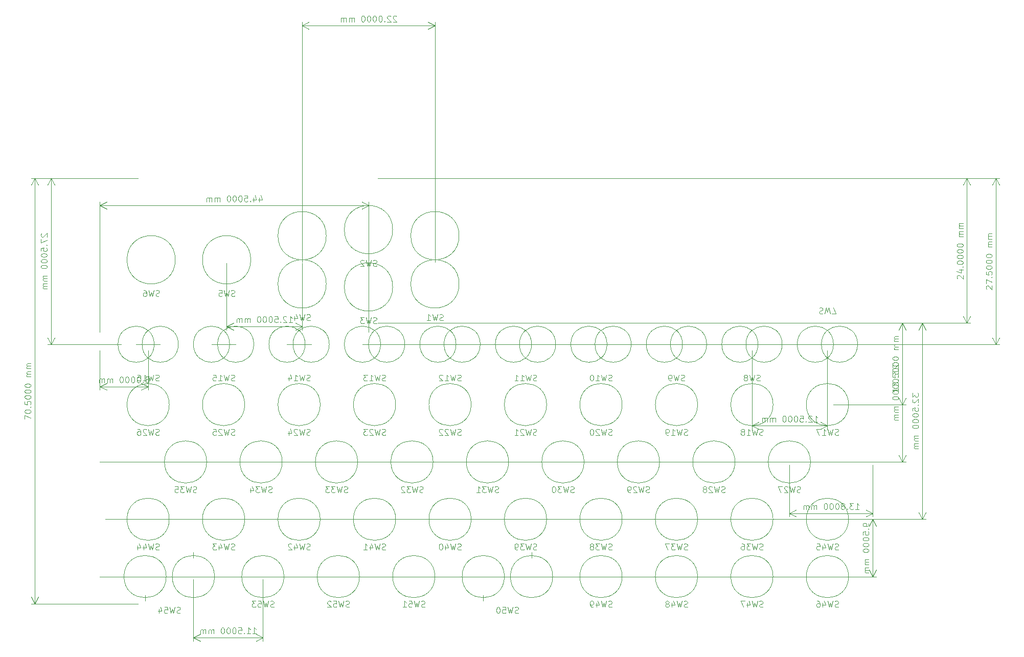
<source format=gbr>
%TF.GenerationSoftware,KiCad,Pcbnew,8.0.5-unknown-202409261835~48b9027842~ubuntu24.04.1*%
%TF.CreationDate,2024-09-28T03:00:05+08:00*%
%TF.ProjectId,EL6170_Pro_Max_Plus,454c3631-3730-45f5-9072-6f5f4d61785f,rev?*%
%TF.SameCoordinates,Original*%
%TF.FileFunction,Legend,Bot*%
%TF.FilePolarity,Positive*%
%FSLAX46Y46*%
G04 Gerber Fmt 4.6, Leading zero omitted, Abs format (unit mm)*
G04 Created by KiCad (PCBNEW 8.0.5-unknown-202409261835~48b9027842~ubuntu24.04.1) date 2024-09-28 03:00:05*
%MOMM*%
%LPD*%
G01*
G04 APERTURE LIST*
%ADD10C,0.100000*%
G04 APERTURE END LIST*
D10*
X219000000Y-119000000D02*
X92900000Y-119000000D01*
X92000000Y-69500000D02*
X92000000Y-80500000D01*
X219000000Y-109500000D02*
X92000000Y-109500000D01*
X219000000Y-128500000D02*
X92000000Y-128500000D01*
X118392856Y-65690752D02*
X118392856Y-66357419D01*
X118630951Y-65309800D02*
X118869046Y-66024085D01*
X118869046Y-66024085D02*
X118249999Y-66024085D01*
X117440475Y-65690752D02*
X117440475Y-66357419D01*
X117678570Y-65309800D02*
X117916665Y-66024085D01*
X117916665Y-66024085D02*
X117297618Y-66024085D01*
X116916665Y-66262180D02*
X116869046Y-66309800D01*
X116869046Y-66309800D02*
X116916665Y-66357419D01*
X116916665Y-66357419D02*
X116964284Y-66309800D01*
X116964284Y-66309800D02*
X116916665Y-66262180D01*
X116916665Y-66262180D02*
X116916665Y-66357419D01*
X115964285Y-65357419D02*
X116440475Y-65357419D01*
X116440475Y-65357419D02*
X116488094Y-65833609D01*
X116488094Y-65833609D02*
X116440475Y-65785990D01*
X116440475Y-65785990D02*
X116345237Y-65738371D01*
X116345237Y-65738371D02*
X116107142Y-65738371D01*
X116107142Y-65738371D02*
X116011904Y-65785990D01*
X116011904Y-65785990D02*
X115964285Y-65833609D01*
X115964285Y-65833609D02*
X115916666Y-65928847D01*
X115916666Y-65928847D02*
X115916666Y-66166942D01*
X115916666Y-66166942D02*
X115964285Y-66262180D01*
X115964285Y-66262180D02*
X116011904Y-66309800D01*
X116011904Y-66309800D02*
X116107142Y-66357419D01*
X116107142Y-66357419D02*
X116345237Y-66357419D01*
X116345237Y-66357419D02*
X116440475Y-66309800D01*
X116440475Y-66309800D02*
X116488094Y-66262180D01*
X115297618Y-65357419D02*
X115202380Y-65357419D01*
X115202380Y-65357419D02*
X115107142Y-65405038D01*
X115107142Y-65405038D02*
X115059523Y-65452657D01*
X115059523Y-65452657D02*
X115011904Y-65547895D01*
X115011904Y-65547895D02*
X114964285Y-65738371D01*
X114964285Y-65738371D02*
X114964285Y-65976466D01*
X114964285Y-65976466D02*
X115011904Y-66166942D01*
X115011904Y-66166942D02*
X115059523Y-66262180D01*
X115059523Y-66262180D02*
X115107142Y-66309800D01*
X115107142Y-66309800D02*
X115202380Y-66357419D01*
X115202380Y-66357419D02*
X115297618Y-66357419D01*
X115297618Y-66357419D02*
X115392856Y-66309800D01*
X115392856Y-66309800D02*
X115440475Y-66262180D01*
X115440475Y-66262180D02*
X115488094Y-66166942D01*
X115488094Y-66166942D02*
X115535713Y-65976466D01*
X115535713Y-65976466D02*
X115535713Y-65738371D01*
X115535713Y-65738371D02*
X115488094Y-65547895D01*
X115488094Y-65547895D02*
X115440475Y-65452657D01*
X115440475Y-65452657D02*
X115392856Y-65405038D01*
X115392856Y-65405038D02*
X115297618Y-65357419D01*
X114345237Y-65357419D02*
X114249999Y-65357419D01*
X114249999Y-65357419D02*
X114154761Y-65405038D01*
X114154761Y-65405038D02*
X114107142Y-65452657D01*
X114107142Y-65452657D02*
X114059523Y-65547895D01*
X114059523Y-65547895D02*
X114011904Y-65738371D01*
X114011904Y-65738371D02*
X114011904Y-65976466D01*
X114011904Y-65976466D02*
X114059523Y-66166942D01*
X114059523Y-66166942D02*
X114107142Y-66262180D01*
X114107142Y-66262180D02*
X114154761Y-66309800D01*
X114154761Y-66309800D02*
X114249999Y-66357419D01*
X114249999Y-66357419D02*
X114345237Y-66357419D01*
X114345237Y-66357419D02*
X114440475Y-66309800D01*
X114440475Y-66309800D02*
X114488094Y-66262180D01*
X114488094Y-66262180D02*
X114535713Y-66166942D01*
X114535713Y-66166942D02*
X114583332Y-65976466D01*
X114583332Y-65976466D02*
X114583332Y-65738371D01*
X114583332Y-65738371D02*
X114535713Y-65547895D01*
X114535713Y-65547895D02*
X114488094Y-65452657D01*
X114488094Y-65452657D02*
X114440475Y-65405038D01*
X114440475Y-65405038D02*
X114345237Y-65357419D01*
X113392856Y-65357419D02*
X113297618Y-65357419D01*
X113297618Y-65357419D02*
X113202380Y-65405038D01*
X113202380Y-65405038D02*
X113154761Y-65452657D01*
X113154761Y-65452657D02*
X113107142Y-65547895D01*
X113107142Y-65547895D02*
X113059523Y-65738371D01*
X113059523Y-65738371D02*
X113059523Y-65976466D01*
X113059523Y-65976466D02*
X113107142Y-66166942D01*
X113107142Y-66166942D02*
X113154761Y-66262180D01*
X113154761Y-66262180D02*
X113202380Y-66309800D01*
X113202380Y-66309800D02*
X113297618Y-66357419D01*
X113297618Y-66357419D02*
X113392856Y-66357419D01*
X113392856Y-66357419D02*
X113488094Y-66309800D01*
X113488094Y-66309800D02*
X113535713Y-66262180D01*
X113535713Y-66262180D02*
X113583332Y-66166942D01*
X113583332Y-66166942D02*
X113630951Y-65976466D01*
X113630951Y-65976466D02*
X113630951Y-65738371D01*
X113630951Y-65738371D02*
X113583332Y-65547895D01*
X113583332Y-65547895D02*
X113535713Y-65452657D01*
X113535713Y-65452657D02*
X113488094Y-65405038D01*
X113488094Y-65405038D02*
X113392856Y-65357419D01*
X111869046Y-66357419D02*
X111869046Y-65690752D01*
X111869046Y-65785990D02*
X111821427Y-65738371D01*
X111821427Y-65738371D02*
X111726189Y-65690752D01*
X111726189Y-65690752D02*
X111583332Y-65690752D01*
X111583332Y-65690752D02*
X111488094Y-65738371D01*
X111488094Y-65738371D02*
X111440475Y-65833609D01*
X111440475Y-65833609D02*
X111440475Y-66357419D01*
X111440475Y-65833609D02*
X111392856Y-65738371D01*
X111392856Y-65738371D02*
X111297618Y-65690752D01*
X111297618Y-65690752D02*
X111154761Y-65690752D01*
X111154761Y-65690752D02*
X111059522Y-65738371D01*
X111059522Y-65738371D02*
X111011903Y-65833609D01*
X111011903Y-65833609D02*
X111011903Y-66357419D01*
X110535713Y-66357419D02*
X110535713Y-65690752D01*
X110535713Y-65785990D02*
X110488094Y-65738371D01*
X110488094Y-65738371D02*
X110392856Y-65690752D01*
X110392856Y-65690752D02*
X110249999Y-65690752D01*
X110249999Y-65690752D02*
X110154761Y-65738371D01*
X110154761Y-65738371D02*
X110107142Y-65833609D01*
X110107142Y-65833609D02*
X110107142Y-66357419D01*
X110107142Y-65833609D02*
X110059523Y-65738371D01*
X110059523Y-65738371D02*
X109964285Y-65690752D01*
X109964285Y-65690752D02*
X109821428Y-65690752D01*
X109821428Y-65690752D02*
X109726189Y-65738371D01*
X109726189Y-65738371D02*
X109678570Y-65833609D01*
X109678570Y-65833609D02*
X109678570Y-66357419D01*
X92000000Y-88000000D02*
X92000000Y-66413580D01*
X136500000Y-88000000D02*
X136500000Y-66413580D01*
X92000000Y-67000000D02*
X136500000Y-67000000D01*
X92000000Y-67000000D02*
X136500000Y-67000000D01*
X92000000Y-67000000D02*
X93126504Y-66413579D01*
X92000000Y-67000000D02*
X93126504Y-67586421D01*
X136500000Y-67000000D02*
X135373496Y-67586421D01*
X136500000Y-67000000D02*
X135373496Y-66413579D01*
X210297618Y-102857419D02*
X210869046Y-102857419D01*
X210583332Y-102857419D02*
X210583332Y-101857419D01*
X210583332Y-101857419D02*
X210678570Y-102000276D01*
X210678570Y-102000276D02*
X210773808Y-102095514D01*
X210773808Y-102095514D02*
X210869046Y-102143133D01*
X209916665Y-101952657D02*
X209869046Y-101905038D01*
X209869046Y-101905038D02*
X209773808Y-101857419D01*
X209773808Y-101857419D02*
X209535713Y-101857419D01*
X209535713Y-101857419D02*
X209440475Y-101905038D01*
X209440475Y-101905038D02*
X209392856Y-101952657D01*
X209392856Y-101952657D02*
X209345237Y-102047895D01*
X209345237Y-102047895D02*
X209345237Y-102143133D01*
X209345237Y-102143133D02*
X209392856Y-102285990D01*
X209392856Y-102285990D02*
X209964284Y-102857419D01*
X209964284Y-102857419D02*
X209345237Y-102857419D01*
X208916665Y-102762180D02*
X208869046Y-102809800D01*
X208869046Y-102809800D02*
X208916665Y-102857419D01*
X208916665Y-102857419D02*
X208964284Y-102809800D01*
X208964284Y-102809800D02*
X208916665Y-102762180D01*
X208916665Y-102762180D02*
X208916665Y-102857419D01*
X207964285Y-101857419D02*
X208440475Y-101857419D01*
X208440475Y-101857419D02*
X208488094Y-102333609D01*
X208488094Y-102333609D02*
X208440475Y-102285990D01*
X208440475Y-102285990D02*
X208345237Y-102238371D01*
X208345237Y-102238371D02*
X208107142Y-102238371D01*
X208107142Y-102238371D02*
X208011904Y-102285990D01*
X208011904Y-102285990D02*
X207964285Y-102333609D01*
X207964285Y-102333609D02*
X207916666Y-102428847D01*
X207916666Y-102428847D02*
X207916666Y-102666942D01*
X207916666Y-102666942D02*
X207964285Y-102762180D01*
X207964285Y-102762180D02*
X208011904Y-102809800D01*
X208011904Y-102809800D02*
X208107142Y-102857419D01*
X208107142Y-102857419D02*
X208345237Y-102857419D01*
X208345237Y-102857419D02*
X208440475Y-102809800D01*
X208440475Y-102809800D02*
X208488094Y-102762180D01*
X207297618Y-101857419D02*
X207202380Y-101857419D01*
X207202380Y-101857419D02*
X207107142Y-101905038D01*
X207107142Y-101905038D02*
X207059523Y-101952657D01*
X207059523Y-101952657D02*
X207011904Y-102047895D01*
X207011904Y-102047895D02*
X206964285Y-102238371D01*
X206964285Y-102238371D02*
X206964285Y-102476466D01*
X206964285Y-102476466D02*
X207011904Y-102666942D01*
X207011904Y-102666942D02*
X207059523Y-102762180D01*
X207059523Y-102762180D02*
X207107142Y-102809800D01*
X207107142Y-102809800D02*
X207202380Y-102857419D01*
X207202380Y-102857419D02*
X207297618Y-102857419D01*
X207297618Y-102857419D02*
X207392856Y-102809800D01*
X207392856Y-102809800D02*
X207440475Y-102762180D01*
X207440475Y-102762180D02*
X207488094Y-102666942D01*
X207488094Y-102666942D02*
X207535713Y-102476466D01*
X207535713Y-102476466D02*
X207535713Y-102238371D01*
X207535713Y-102238371D02*
X207488094Y-102047895D01*
X207488094Y-102047895D02*
X207440475Y-101952657D01*
X207440475Y-101952657D02*
X207392856Y-101905038D01*
X207392856Y-101905038D02*
X207297618Y-101857419D01*
X206345237Y-101857419D02*
X206249999Y-101857419D01*
X206249999Y-101857419D02*
X206154761Y-101905038D01*
X206154761Y-101905038D02*
X206107142Y-101952657D01*
X206107142Y-101952657D02*
X206059523Y-102047895D01*
X206059523Y-102047895D02*
X206011904Y-102238371D01*
X206011904Y-102238371D02*
X206011904Y-102476466D01*
X206011904Y-102476466D02*
X206059523Y-102666942D01*
X206059523Y-102666942D02*
X206107142Y-102762180D01*
X206107142Y-102762180D02*
X206154761Y-102809800D01*
X206154761Y-102809800D02*
X206249999Y-102857419D01*
X206249999Y-102857419D02*
X206345237Y-102857419D01*
X206345237Y-102857419D02*
X206440475Y-102809800D01*
X206440475Y-102809800D02*
X206488094Y-102762180D01*
X206488094Y-102762180D02*
X206535713Y-102666942D01*
X206535713Y-102666942D02*
X206583332Y-102476466D01*
X206583332Y-102476466D02*
X206583332Y-102238371D01*
X206583332Y-102238371D02*
X206535713Y-102047895D01*
X206535713Y-102047895D02*
X206488094Y-101952657D01*
X206488094Y-101952657D02*
X206440475Y-101905038D01*
X206440475Y-101905038D02*
X206345237Y-101857419D01*
X205392856Y-101857419D02*
X205297618Y-101857419D01*
X205297618Y-101857419D02*
X205202380Y-101905038D01*
X205202380Y-101905038D02*
X205154761Y-101952657D01*
X205154761Y-101952657D02*
X205107142Y-102047895D01*
X205107142Y-102047895D02*
X205059523Y-102238371D01*
X205059523Y-102238371D02*
X205059523Y-102476466D01*
X205059523Y-102476466D02*
X205107142Y-102666942D01*
X205107142Y-102666942D02*
X205154761Y-102762180D01*
X205154761Y-102762180D02*
X205202380Y-102809800D01*
X205202380Y-102809800D02*
X205297618Y-102857419D01*
X205297618Y-102857419D02*
X205392856Y-102857419D01*
X205392856Y-102857419D02*
X205488094Y-102809800D01*
X205488094Y-102809800D02*
X205535713Y-102762180D01*
X205535713Y-102762180D02*
X205583332Y-102666942D01*
X205583332Y-102666942D02*
X205630951Y-102476466D01*
X205630951Y-102476466D02*
X205630951Y-102238371D01*
X205630951Y-102238371D02*
X205583332Y-102047895D01*
X205583332Y-102047895D02*
X205535713Y-101952657D01*
X205535713Y-101952657D02*
X205488094Y-101905038D01*
X205488094Y-101905038D02*
X205392856Y-101857419D01*
X203869046Y-102857419D02*
X203869046Y-102190752D01*
X203869046Y-102285990D02*
X203821427Y-102238371D01*
X203821427Y-102238371D02*
X203726189Y-102190752D01*
X203726189Y-102190752D02*
X203583332Y-102190752D01*
X203583332Y-102190752D02*
X203488094Y-102238371D01*
X203488094Y-102238371D02*
X203440475Y-102333609D01*
X203440475Y-102333609D02*
X203440475Y-102857419D01*
X203440475Y-102333609D02*
X203392856Y-102238371D01*
X203392856Y-102238371D02*
X203297618Y-102190752D01*
X203297618Y-102190752D02*
X203154761Y-102190752D01*
X203154761Y-102190752D02*
X203059522Y-102238371D01*
X203059522Y-102238371D02*
X203011903Y-102333609D01*
X203011903Y-102333609D02*
X203011903Y-102857419D01*
X202535713Y-102857419D02*
X202535713Y-102190752D01*
X202535713Y-102285990D02*
X202488094Y-102238371D01*
X202488094Y-102238371D02*
X202392856Y-102190752D01*
X202392856Y-102190752D02*
X202249999Y-102190752D01*
X202249999Y-102190752D02*
X202154761Y-102238371D01*
X202154761Y-102238371D02*
X202107142Y-102333609D01*
X202107142Y-102333609D02*
X202107142Y-102857419D01*
X202107142Y-102333609D02*
X202059523Y-102238371D01*
X202059523Y-102238371D02*
X201964285Y-102190752D01*
X201964285Y-102190752D02*
X201821428Y-102190752D01*
X201821428Y-102190752D02*
X201726189Y-102238371D01*
X201726189Y-102238371D02*
X201678570Y-102333609D01*
X201678570Y-102333609D02*
X201678570Y-102857419D01*
X200000000Y-91000000D02*
X200000000Y-104086420D01*
X212500000Y-91000000D02*
X212500000Y-104086420D01*
X200000000Y-103500000D02*
X212500000Y-103500000D01*
X200000000Y-103500000D02*
X212500000Y-103500000D01*
X200000000Y-103500000D02*
X201126504Y-102913579D01*
X200000000Y-103500000D02*
X201126504Y-104086421D01*
X212500000Y-103500000D02*
X211373496Y-104086421D01*
X212500000Y-103500000D02*
X211373496Y-102913579D01*
X117297618Y-137957419D02*
X117869046Y-137957419D01*
X117583332Y-137957419D02*
X117583332Y-136957419D01*
X117583332Y-136957419D02*
X117678570Y-137100276D01*
X117678570Y-137100276D02*
X117773808Y-137195514D01*
X117773808Y-137195514D02*
X117869046Y-137243133D01*
X116345237Y-137957419D02*
X116916665Y-137957419D01*
X116630951Y-137957419D02*
X116630951Y-136957419D01*
X116630951Y-136957419D02*
X116726189Y-137100276D01*
X116726189Y-137100276D02*
X116821427Y-137195514D01*
X116821427Y-137195514D02*
X116916665Y-137243133D01*
X115916665Y-137862180D02*
X115869046Y-137909800D01*
X115869046Y-137909800D02*
X115916665Y-137957419D01*
X115916665Y-137957419D02*
X115964284Y-137909800D01*
X115964284Y-137909800D02*
X115916665Y-137862180D01*
X115916665Y-137862180D02*
X115916665Y-137957419D01*
X114964285Y-136957419D02*
X115440475Y-136957419D01*
X115440475Y-136957419D02*
X115488094Y-137433609D01*
X115488094Y-137433609D02*
X115440475Y-137385990D01*
X115440475Y-137385990D02*
X115345237Y-137338371D01*
X115345237Y-137338371D02*
X115107142Y-137338371D01*
X115107142Y-137338371D02*
X115011904Y-137385990D01*
X115011904Y-137385990D02*
X114964285Y-137433609D01*
X114964285Y-137433609D02*
X114916666Y-137528847D01*
X114916666Y-137528847D02*
X114916666Y-137766942D01*
X114916666Y-137766942D02*
X114964285Y-137862180D01*
X114964285Y-137862180D02*
X115011904Y-137909800D01*
X115011904Y-137909800D02*
X115107142Y-137957419D01*
X115107142Y-137957419D02*
X115345237Y-137957419D01*
X115345237Y-137957419D02*
X115440475Y-137909800D01*
X115440475Y-137909800D02*
X115488094Y-137862180D01*
X114297618Y-136957419D02*
X114202380Y-136957419D01*
X114202380Y-136957419D02*
X114107142Y-137005038D01*
X114107142Y-137005038D02*
X114059523Y-137052657D01*
X114059523Y-137052657D02*
X114011904Y-137147895D01*
X114011904Y-137147895D02*
X113964285Y-137338371D01*
X113964285Y-137338371D02*
X113964285Y-137576466D01*
X113964285Y-137576466D02*
X114011904Y-137766942D01*
X114011904Y-137766942D02*
X114059523Y-137862180D01*
X114059523Y-137862180D02*
X114107142Y-137909800D01*
X114107142Y-137909800D02*
X114202380Y-137957419D01*
X114202380Y-137957419D02*
X114297618Y-137957419D01*
X114297618Y-137957419D02*
X114392856Y-137909800D01*
X114392856Y-137909800D02*
X114440475Y-137862180D01*
X114440475Y-137862180D02*
X114488094Y-137766942D01*
X114488094Y-137766942D02*
X114535713Y-137576466D01*
X114535713Y-137576466D02*
X114535713Y-137338371D01*
X114535713Y-137338371D02*
X114488094Y-137147895D01*
X114488094Y-137147895D02*
X114440475Y-137052657D01*
X114440475Y-137052657D02*
X114392856Y-137005038D01*
X114392856Y-137005038D02*
X114297618Y-136957419D01*
X113345237Y-136957419D02*
X113249999Y-136957419D01*
X113249999Y-136957419D02*
X113154761Y-137005038D01*
X113154761Y-137005038D02*
X113107142Y-137052657D01*
X113107142Y-137052657D02*
X113059523Y-137147895D01*
X113059523Y-137147895D02*
X113011904Y-137338371D01*
X113011904Y-137338371D02*
X113011904Y-137576466D01*
X113011904Y-137576466D02*
X113059523Y-137766942D01*
X113059523Y-137766942D02*
X113107142Y-137862180D01*
X113107142Y-137862180D02*
X113154761Y-137909800D01*
X113154761Y-137909800D02*
X113249999Y-137957419D01*
X113249999Y-137957419D02*
X113345237Y-137957419D01*
X113345237Y-137957419D02*
X113440475Y-137909800D01*
X113440475Y-137909800D02*
X113488094Y-137862180D01*
X113488094Y-137862180D02*
X113535713Y-137766942D01*
X113535713Y-137766942D02*
X113583332Y-137576466D01*
X113583332Y-137576466D02*
X113583332Y-137338371D01*
X113583332Y-137338371D02*
X113535713Y-137147895D01*
X113535713Y-137147895D02*
X113488094Y-137052657D01*
X113488094Y-137052657D02*
X113440475Y-137005038D01*
X113440475Y-137005038D02*
X113345237Y-136957419D01*
X112392856Y-136957419D02*
X112297618Y-136957419D01*
X112297618Y-136957419D02*
X112202380Y-137005038D01*
X112202380Y-137005038D02*
X112154761Y-137052657D01*
X112154761Y-137052657D02*
X112107142Y-137147895D01*
X112107142Y-137147895D02*
X112059523Y-137338371D01*
X112059523Y-137338371D02*
X112059523Y-137576466D01*
X112059523Y-137576466D02*
X112107142Y-137766942D01*
X112107142Y-137766942D02*
X112154761Y-137862180D01*
X112154761Y-137862180D02*
X112202380Y-137909800D01*
X112202380Y-137909800D02*
X112297618Y-137957419D01*
X112297618Y-137957419D02*
X112392856Y-137957419D01*
X112392856Y-137957419D02*
X112488094Y-137909800D01*
X112488094Y-137909800D02*
X112535713Y-137862180D01*
X112535713Y-137862180D02*
X112583332Y-137766942D01*
X112583332Y-137766942D02*
X112630951Y-137576466D01*
X112630951Y-137576466D02*
X112630951Y-137338371D01*
X112630951Y-137338371D02*
X112583332Y-137147895D01*
X112583332Y-137147895D02*
X112535713Y-137052657D01*
X112535713Y-137052657D02*
X112488094Y-137005038D01*
X112488094Y-137005038D02*
X112392856Y-136957419D01*
X110869046Y-137957419D02*
X110869046Y-137290752D01*
X110869046Y-137385990D02*
X110821427Y-137338371D01*
X110821427Y-137338371D02*
X110726189Y-137290752D01*
X110726189Y-137290752D02*
X110583332Y-137290752D01*
X110583332Y-137290752D02*
X110488094Y-137338371D01*
X110488094Y-137338371D02*
X110440475Y-137433609D01*
X110440475Y-137433609D02*
X110440475Y-137957419D01*
X110440475Y-137433609D02*
X110392856Y-137338371D01*
X110392856Y-137338371D02*
X110297618Y-137290752D01*
X110297618Y-137290752D02*
X110154761Y-137290752D01*
X110154761Y-137290752D02*
X110059522Y-137338371D01*
X110059522Y-137338371D02*
X110011903Y-137433609D01*
X110011903Y-137433609D02*
X110011903Y-137957419D01*
X109535713Y-137957419D02*
X109535713Y-137290752D01*
X109535713Y-137385990D02*
X109488094Y-137338371D01*
X109488094Y-137338371D02*
X109392856Y-137290752D01*
X109392856Y-137290752D02*
X109249999Y-137290752D01*
X109249999Y-137290752D02*
X109154761Y-137338371D01*
X109154761Y-137338371D02*
X109107142Y-137433609D01*
X109107142Y-137433609D02*
X109107142Y-137957419D01*
X109107142Y-137433609D02*
X109059523Y-137338371D01*
X109059523Y-137338371D02*
X108964285Y-137290752D01*
X108964285Y-137290752D02*
X108821428Y-137290752D01*
X108821428Y-137290752D02*
X108726189Y-137338371D01*
X108726189Y-137338371D02*
X108678570Y-137433609D01*
X108678570Y-137433609D02*
X108678570Y-137957419D01*
X119000000Y-129000000D02*
X119000000Y-139186420D01*
X107500000Y-129000000D02*
X107500000Y-139186420D01*
X119000000Y-138600000D02*
X107500000Y-138600000D01*
X119000000Y-138600000D02*
X107500000Y-138600000D01*
X119000000Y-138600000D02*
X117873496Y-139186421D01*
X119000000Y-138600000D02*
X117873496Y-138013579D01*
X107500000Y-138600000D02*
X108626504Y-138013579D01*
X107500000Y-138600000D02*
X108626504Y-139186421D01*
X123297618Y-86374324D02*
X123869046Y-86374324D01*
X123583332Y-86374324D02*
X123583332Y-85374324D01*
X123583332Y-85374324D02*
X123678570Y-85517181D01*
X123678570Y-85517181D02*
X123773808Y-85612419D01*
X123773808Y-85612419D02*
X123869046Y-85660038D01*
X122916665Y-85469562D02*
X122869046Y-85421943D01*
X122869046Y-85421943D02*
X122773808Y-85374324D01*
X122773808Y-85374324D02*
X122535713Y-85374324D01*
X122535713Y-85374324D02*
X122440475Y-85421943D01*
X122440475Y-85421943D02*
X122392856Y-85469562D01*
X122392856Y-85469562D02*
X122345237Y-85564800D01*
X122345237Y-85564800D02*
X122345237Y-85660038D01*
X122345237Y-85660038D02*
X122392856Y-85802895D01*
X122392856Y-85802895D02*
X122964284Y-86374324D01*
X122964284Y-86374324D02*
X122345237Y-86374324D01*
X121916665Y-86279085D02*
X121869046Y-86326705D01*
X121869046Y-86326705D02*
X121916665Y-86374324D01*
X121916665Y-86374324D02*
X121964284Y-86326705D01*
X121964284Y-86326705D02*
X121916665Y-86279085D01*
X121916665Y-86279085D02*
X121916665Y-86374324D01*
X120964285Y-85374324D02*
X121440475Y-85374324D01*
X121440475Y-85374324D02*
X121488094Y-85850514D01*
X121488094Y-85850514D02*
X121440475Y-85802895D01*
X121440475Y-85802895D02*
X121345237Y-85755276D01*
X121345237Y-85755276D02*
X121107142Y-85755276D01*
X121107142Y-85755276D02*
X121011904Y-85802895D01*
X121011904Y-85802895D02*
X120964285Y-85850514D01*
X120964285Y-85850514D02*
X120916666Y-85945752D01*
X120916666Y-85945752D02*
X120916666Y-86183847D01*
X120916666Y-86183847D02*
X120964285Y-86279085D01*
X120964285Y-86279085D02*
X121011904Y-86326705D01*
X121011904Y-86326705D02*
X121107142Y-86374324D01*
X121107142Y-86374324D02*
X121345237Y-86374324D01*
X121345237Y-86374324D02*
X121440475Y-86326705D01*
X121440475Y-86326705D02*
X121488094Y-86279085D01*
X120297618Y-85374324D02*
X120202380Y-85374324D01*
X120202380Y-85374324D02*
X120107142Y-85421943D01*
X120107142Y-85421943D02*
X120059523Y-85469562D01*
X120059523Y-85469562D02*
X120011904Y-85564800D01*
X120011904Y-85564800D02*
X119964285Y-85755276D01*
X119964285Y-85755276D02*
X119964285Y-85993371D01*
X119964285Y-85993371D02*
X120011904Y-86183847D01*
X120011904Y-86183847D02*
X120059523Y-86279085D01*
X120059523Y-86279085D02*
X120107142Y-86326705D01*
X120107142Y-86326705D02*
X120202380Y-86374324D01*
X120202380Y-86374324D02*
X120297618Y-86374324D01*
X120297618Y-86374324D02*
X120392856Y-86326705D01*
X120392856Y-86326705D02*
X120440475Y-86279085D01*
X120440475Y-86279085D02*
X120488094Y-86183847D01*
X120488094Y-86183847D02*
X120535713Y-85993371D01*
X120535713Y-85993371D02*
X120535713Y-85755276D01*
X120535713Y-85755276D02*
X120488094Y-85564800D01*
X120488094Y-85564800D02*
X120440475Y-85469562D01*
X120440475Y-85469562D02*
X120392856Y-85421943D01*
X120392856Y-85421943D02*
X120297618Y-85374324D01*
X119345237Y-85374324D02*
X119249999Y-85374324D01*
X119249999Y-85374324D02*
X119154761Y-85421943D01*
X119154761Y-85421943D02*
X119107142Y-85469562D01*
X119107142Y-85469562D02*
X119059523Y-85564800D01*
X119059523Y-85564800D02*
X119011904Y-85755276D01*
X119011904Y-85755276D02*
X119011904Y-85993371D01*
X119011904Y-85993371D02*
X119059523Y-86183847D01*
X119059523Y-86183847D02*
X119107142Y-86279085D01*
X119107142Y-86279085D02*
X119154761Y-86326705D01*
X119154761Y-86326705D02*
X119249999Y-86374324D01*
X119249999Y-86374324D02*
X119345237Y-86374324D01*
X119345237Y-86374324D02*
X119440475Y-86326705D01*
X119440475Y-86326705D02*
X119488094Y-86279085D01*
X119488094Y-86279085D02*
X119535713Y-86183847D01*
X119535713Y-86183847D02*
X119583332Y-85993371D01*
X119583332Y-85993371D02*
X119583332Y-85755276D01*
X119583332Y-85755276D02*
X119535713Y-85564800D01*
X119535713Y-85564800D02*
X119488094Y-85469562D01*
X119488094Y-85469562D02*
X119440475Y-85421943D01*
X119440475Y-85421943D02*
X119345237Y-85374324D01*
X118392856Y-85374324D02*
X118297618Y-85374324D01*
X118297618Y-85374324D02*
X118202380Y-85421943D01*
X118202380Y-85421943D02*
X118154761Y-85469562D01*
X118154761Y-85469562D02*
X118107142Y-85564800D01*
X118107142Y-85564800D02*
X118059523Y-85755276D01*
X118059523Y-85755276D02*
X118059523Y-85993371D01*
X118059523Y-85993371D02*
X118107142Y-86183847D01*
X118107142Y-86183847D02*
X118154761Y-86279085D01*
X118154761Y-86279085D02*
X118202380Y-86326705D01*
X118202380Y-86326705D02*
X118297618Y-86374324D01*
X118297618Y-86374324D02*
X118392856Y-86374324D01*
X118392856Y-86374324D02*
X118488094Y-86326705D01*
X118488094Y-86326705D02*
X118535713Y-86279085D01*
X118535713Y-86279085D02*
X118583332Y-86183847D01*
X118583332Y-86183847D02*
X118630951Y-85993371D01*
X118630951Y-85993371D02*
X118630951Y-85755276D01*
X118630951Y-85755276D02*
X118583332Y-85564800D01*
X118583332Y-85564800D02*
X118535713Y-85469562D01*
X118535713Y-85469562D02*
X118488094Y-85421943D01*
X118488094Y-85421943D02*
X118392856Y-85374324D01*
X116869046Y-86374324D02*
X116869046Y-85707657D01*
X116869046Y-85802895D02*
X116821427Y-85755276D01*
X116821427Y-85755276D02*
X116726189Y-85707657D01*
X116726189Y-85707657D02*
X116583332Y-85707657D01*
X116583332Y-85707657D02*
X116488094Y-85755276D01*
X116488094Y-85755276D02*
X116440475Y-85850514D01*
X116440475Y-85850514D02*
X116440475Y-86374324D01*
X116440475Y-85850514D02*
X116392856Y-85755276D01*
X116392856Y-85755276D02*
X116297618Y-85707657D01*
X116297618Y-85707657D02*
X116154761Y-85707657D01*
X116154761Y-85707657D02*
X116059522Y-85755276D01*
X116059522Y-85755276D02*
X116011903Y-85850514D01*
X116011903Y-85850514D02*
X116011903Y-86374324D01*
X115535713Y-86374324D02*
X115535713Y-85707657D01*
X115535713Y-85802895D02*
X115488094Y-85755276D01*
X115488094Y-85755276D02*
X115392856Y-85707657D01*
X115392856Y-85707657D02*
X115249999Y-85707657D01*
X115249999Y-85707657D02*
X115154761Y-85755276D01*
X115154761Y-85755276D02*
X115107142Y-85850514D01*
X115107142Y-85850514D02*
X115107142Y-86374324D01*
X115107142Y-85850514D02*
X115059523Y-85755276D01*
X115059523Y-85755276D02*
X114964285Y-85707657D01*
X114964285Y-85707657D02*
X114821428Y-85707657D01*
X114821428Y-85707657D02*
X114726189Y-85755276D01*
X114726189Y-85755276D02*
X114678570Y-85850514D01*
X114678570Y-85850514D02*
X114678570Y-86374324D01*
X113000000Y-76516905D02*
X113000000Y-87603325D01*
X125500000Y-76516905D02*
X125500000Y-87603325D01*
X113000000Y-87016905D02*
X125500000Y-87016905D01*
X113000000Y-87016905D02*
X125500000Y-87016905D01*
X113000000Y-87016905D02*
X114126504Y-86430484D01*
X113000000Y-87016905D02*
X114126504Y-87603326D01*
X125500000Y-87016905D02*
X124373496Y-87603326D01*
X125500000Y-87016905D02*
X124373496Y-86430484D01*
X234052657Y-79119046D02*
X234005038Y-79071427D01*
X234005038Y-79071427D02*
X233957419Y-78976189D01*
X233957419Y-78976189D02*
X233957419Y-78738094D01*
X233957419Y-78738094D02*
X234005038Y-78642856D01*
X234005038Y-78642856D02*
X234052657Y-78595237D01*
X234052657Y-78595237D02*
X234147895Y-78547618D01*
X234147895Y-78547618D02*
X234243133Y-78547618D01*
X234243133Y-78547618D02*
X234385990Y-78595237D01*
X234385990Y-78595237D02*
X234957419Y-79166665D01*
X234957419Y-79166665D02*
X234957419Y-78547618D01*
X234290752Y-77690475D02*
X234957419Y-77690475D01*
X233909800Y-77928570D02*
X234624085Y-78166665D01*
X234624085Y-78166665D02*
X234624085Y-77547618D01*
X234862180Y-77166665D02*
X234909800Y-77119046D01*
X234909800Y-77119046D02*
X234957419Y-77166665D01*
X234957419Y-77166665D02*
X234909800Y-77214284D01*
X234909800Y-77214284D02*
X234862180Y-77166665D01*
X234862180Y-77166665D02*
X234957419Y-77166665D01*
X233957419Y-76499999D02*
X233957419Y-76404761D01*
X233957419Y-76404761D02*
X234005038Y-76309523D01*
X234005038Y-76309523D02*
X234052657Y-76261904D01*
X234052657Y-76261904D02*
X234147895Y-76214285D01*
X234147895Y-76214285D02*
X234338371Y-76166666D01*
X234338371Y-76166666D02*
X234576466Y-76166666D01*
X234576466Y-76166666D02*
X234766942Y-76214285D01*
X234766942Y-76214285D02*
X234862180Y-76261904D01*
X234862180Y-76261904D02*
X234909800Y-76309523D01*
X234909800Y-76309523D02*
X234957419Y-76404761D01*
X234957419Y-76404761D02*
X234957419Y-76499999D01*
X234957419Y-76499999D02*
X234909800Y-76595237D01*
X234909800Y-76595237D02*
X234862180Y-76642856D01*
X234862180Y-76642856D02*
X234766942Y-76690475D01*
X234766942Y-76690475D02*
X234576466Y-76738094D01*
X234576466Y-76738094D02*
X234338371Y-76738094D01*
X234338371Y-76738094D02*
X234147895Y-76690475D01*
X234147895Y-76690475D02*
X234052657Y-76642856D01*
X234052657Y-76642856D02*
X234005038Y-76595237D01*
X234005038Y-76595237D02*
X233957419Y-76499999D01*
X233957419Y-75547618D02*
X233957419Y-75452380D01*
X233957419Y-75452380D02*
X234005038Y-75357142D01*
X234005038Y-75357142D02*
X234052657Y-75309523D01*
X234052657Y-75309523D02*
X234147895Y-75261904D01*
X234147895Y-75261904D02*
X234338371Y-75214285D01*
X234338371Y-75214285D02*
X234576466Y-75214285D01*
X234576466Y-75214285D02*
X234766942Y-75261904D01*
X234766942Y-75261904D02*
X234862180Y-75309523D01*
X234862180Y-75309523D02*
X234909800Y-75357142D01*
X234909800Y-75357142D02*
X234957419Y-75452380D01*
X234957419Y-75452380D02*
X234957419Y-75547618D01*
X234957419Y-75547618D02*
X234909800Y-75642856D01*
X234909800Y-75642856D02*
X234862180Y-75690475D01*
X234862180Y-75690475D02*
X234766942Y-75738094D01*
X234766942Y-75738094D02*
X234576466Y-75785713D01*
X234576466Y-75785713D02*
X234338371Y-75785713D01*
X234338371Y-75785713D02*
X234147895Y-75738094D01*
X234147895Y-75738094D02*
X234052657Y-75690475D01*
X234052657Y-75690475D02*
X234005038Y-75642856D01*
X234005038Y-75642856D02*
X233957419Y-75547618D01*
X233957419Y-74595237D02*
X233957419Y-74499999D01*
X233957419Y-74499999D02*
X234005038Y-74404761D01*
X234005038Y-74404761D02*
X234052657Y-74357142D01*
X234052657Y-74357142D02*
X234147895Y-74309523D01*
X234147895Y-74309523D02*
X234338371Y-74261904D01*
X234338371Y-74261904D02*
X234576466Y-74261904D01*
X234576466Y-74261904D02*
X234766942Y-74309523D01*
X234766942Y-74309523D02*
X234862180Y-74357142D01*
X234862180Y-74357142D02*
X234909800Y-74404761D01*
X234909800Y-74404761D02*
X234957419Y-74499999D01*
X234957419Y-74499999D02*
X234957419Y-74595237D01*
X234957419Y-74595237D02*
X234909800Y-74690475D01*
X234909800Y-74690475D02*
X234862180Y-74738094D01*
X234862180Y-74738094D02*
X234766942Y-74785713D01*
X234766942Y-74785713D02*
X234576466Y-74833332D01*
X234576466Y-74833332D02*
X234338371Y-74833332D01*
X234338371Y-74833332D02*
X234147895Y-74785713D01*
X234147895Y-74785713D02*
X234052657Y-74738094D01*
X234052657Y-74738094D02*
X234005038Y-74690475D01*
X234005038Y-74690475D02*
X233957419Y-74595237D01*
X233957419Y-73642856D02*
X233957419Y-73547618D01*
X233957419Y-73547618D02*
X234005038Y-73452380D01*
X234005038Y-73452380D02*
X234052657Y-73404761D01*
X234052657Y-73404761D02*
X234147895Y-73357142D01*
X234147895Y-73357142D02*
X234338371Y-73309523D01*
X234338371Y-73309523D02*
X234576466Y-73309523D01*
X234576466Y-73309523D02*
X234766942Y-73357142D01*
X234766942Y-73357142D02*
X234862180Y-73404761D01*
X234862180Y-73404761D02*
X234909800Y-73452380D01*
X234909800Y-73452380D02*
X234957419Y-73547618D01*
X234957419Y-73547618D02*
X234957419Y-73642856D01*
X234957419Y-73642856D02*
X234909800Y-73738094D01*
X234909800Y-73738094D02*
X234862180Y-73785713D01*
X234862180Y-73785713D02*
X234766942Y-73833332D01*
X234766942Y-73833332D02*
X234576466Y-73880951D01*
X234576466Y-73880951D02*
X234338371Y-73880951D01*
X234338371Y-73880951D02*
X234147895Y-73833332D01*
X234147895Y-73833332D02*
X234052657Y-73785713D01*
X234052657Y-73785713D02*
X234005038Y-73738094D01*
X234005038Y-73738094D02*
X233957419Y-73642856D01*
X234957419Y-72119046D02*
X234290752Y-72119046D01*
X234385990Y-72119046D02*
X234338371Y-72071427D01*
X234338371Y-72071427D02*
X234290752Y-71976189D01*
X234290752Y-71976189D02*
X234290752Y-71833332D01*
X234290752Y-71833332D02*
X234338371Y-71738094D01*
X234338371Y-71738094D02*
X234433609Y-71690475D01*
X234433609Y-71690475D02*
X234957419Y-71690475D01*
X234433609Y-71690475D02*
X234338371Y-71642856D01*
X234338371Y-71642856D02*
X234290752Y-71547618D01*
X234290752Y-71547618D02*
X234290752Y-71404761D01*
X234290752Y-71404761D02*
X234338371Y-71309522D01*
X234338371Y-71309522D02*
X234433609Y-71261903D01*
X234433609Y-71261903D02*
X234957419Y-71261903D01*
X234957419Y-70785713D02*
X234290752Y-70785713D01*
X234385990Y-70785713D02*
X234338371Y-70738094D01*
X234338371Y-70738094D02*
X234290752Y-70642856D01*
X234290752Y-70642856D02*
X234290752Y-70499999D01*
X234290752Y-70499999D02*
X234338371Y-70404761D01*
X234338371Y-70404761D02*
X234433609Y-70357142D01*
X234433609Y-70357142D02*
X234957419Y-70357142D01*
X234433609Y-70357142D02*
X234338371Y-70309523D01*
X234338371Y-70309523D02*
X234290752Y-70214285D01*
X234290752Y-70214285D02*
X234290752Y-70071428D01*
X234290752Y-70071428D02*
X234338371Y-69976189D01*
X234338371Y-69976189D02*
X234433609Y-69928570D01*
X234433609Y-69928570D02*
X234957419Y-69928570D01*
X138000000Y-62500000D02*
X236186420Y-62500000D01*
X138000000Y-86500000D02*
X236186420Y-86500000D01*
X235600000Y-62500000D02*
X235600000Y-86500000D01*
X235600000Y-62500000D02*
X235600000Y-86500000D01*
X235600000Y-62500000D02*
X236186421Y-63626504D01*
X235600000Y-62500000D02*
X235013579Y-63626504D01*
X235600000Y-86500000D02*
X235013579Y-85373496D01*
X235600000Y-86500000D02*
X236186421Y-85373496D01*
X82352657Y-71630953D02*
X82305038Y-71678572D01*
X82305038Y-71678572D02*
X82257419Y-71773810D01*
X82257419Y-71773810D02*
X82257419Y-72011905D01*
X82257419Y-72011905D02*
X82305038Y-72107143D01*
X82305038Y-72107143D02*
X82352657Y-72154762D01*
X82352657Y-72154762D02*
X82447895Y-72202381D01*
X82447895Y-72202381D02*
X82543133Y-72202381D01*
X82543133Y-72202381D02*
X82685990Y-72154762D01*
X82685990Y-72154762D02*
X83257419Y-71583334D01*
X83257419Y-71583334D02*
X83257419Y-72202381D01*
X82257419Y-72535715D02*
X82257419Y-73202381D01*
X82257419Y-73202381D02*
X83257419Y-72773810D01*
X83162180Y-73583334D02*
X83209800Y-73630953D01*
X83209800Y-73630953D02*
X83257419Y-73583334D01*
X83257419Y-73583334D02*
X83209800Y-73535715D01*
X83209800Y-73535715D02*
X83162180Y-73583334D01*
X83162180Y-73583334D02*
X83257419Y-73583334D01*
X82257419Y-74535714D02*
X82257419Y-74059524D01*
X82257419Y-74059524D02*
X82733609Y-74011905D01*
X82733609Y-74011905D02*
X82685990Y-74059524D01*
X82685990Y-74059524D02*
X82638371Y-74154762D01*
X82638371Y-74154762D02*
X82638371Y-74392857D01*
X82638371Y-74392857D02*
X82685990Y-74488095D01*
X82685990Y-74488095D02*
X82733609Y-74535714D01*
X82733609Y-74535714D02*
X82828847Y-74583333D01*
X82828847Y-74583333D02*
X83066942Y-74583333D01*
X83066942Y-74583333D02*
X83162180Y-74535714D01*
X83162180Y-74535714D02*
X83209800Y-74488095D01*
X83209800Y-74488095D02*
X83257419Y-74392857D01*
X83257419Y-74392857D02*
X83257419Y-74154762D01*
X83257419Y-74154762D02*
X83209800Y-74059524D01*
X83209800Y-74059524D02*
X83162180Y-74011905D01*
X82257419Y-75202381D02*
X82257419Y-75297619D01*
X82257419Y-75297619D02*
X82305038Y-75392857D01*
X82305038Y-75392857D02*
X82352657Y-75440476D01*
X82352657Y-75440476D02*
X82447895Y-75488095D01*
X82447895Y-75488095D02*
X82638371Y-75535714D01*
X82638371Y-75535714D02*
X82876466Y-75535714D01*
X82876466Y-75535714D02*
X83066942Y-75488095D01*
X83066942Y-75488095D02*
X83162180Y-75440476D01*
X83162180Y-75440476D02*
X83209800Y-75392857D01*
X83209800Y-75392857D02*
X83257419Y-75297619D01*
X83257419Y-75297619D02*
X83257419Y-75202381D01*
X83257419Y-75202381D02*
X83209800Y-75107143D01*
X83209800Y-75107143D02*
X83162180Y-75059524D01*
X83162180Y-75059524D02*
X83066942Y-75011905D01*
X83066942Y-75011905D02*
X82876466Y-74964286D01*
X82876466Y-74964286D02*
X82638371Y-74964286D01*
X82638371Y-74964286D02*
X82447895Y-75011905D01*
X82447895Y-75011905D02*
X82352657Y-75059524D01*
X82352657Y-75059524D02*
X82305038Y-75107143D01*
X82305038Y-75107143D02*
X82257419Y-75202381D01*
X82257419Y-76154762D02*
X82257419Y-76250000D01*
X82257419Y-76250000D02*
X82305038Y-76345238D01*
X82305038Y-76345238D02*
X82352657Y-76392857D01*
X82352657Y-76392857D02*
X82447895Y-76440476D01*
X82447895Y-76440476D02*
X82638371Y-76488095D01*
X82638371Y-76488095D02*
X82876466Y-76488095D01*
X82876466Y-76488095D02*
X83066942Y-76440476D01*
X83066942Y-76440476D02*
X83162180Y-76392857D01*
X83162180Y-76392857D02*
X83209800Y-76345238D01*
X83209800Y-76345238D02*
X83257419Y-76250000D01*
X83257419Y-76250000D02*
X83257419Y-76154762D01*
X83257419Y-76154762D02*
X83209800Y-76059524D01*
X83209800Y-76059524D02*
X83162180Y-76011905D01*
X83162180Y-76011905D02*
X83066942Y-75964286D01*
X83066942Y-75964286D02*
X82876466Y-75916667D01*
X82876466Y-75916667D02*
X82638371Y-75916667D01*
X82638371Y-75916667D02*
X82447895Y-75964286D01*
X82447895Y-75964286D02*
X82352657Y-76011905D01*
X82352657Y-76011905D02*
X82305038Y-76059524D01*
X82305038Y-76059524D02*
X82257419Y-76154762D01*
X82257419Y-77107143D02*
X82257419Y-77202381D01*
X82257419Y-77202381D02*
X82305038Y-77297619D01*
X82305038Y-77297619D02*
X82352657Y-77345238D01*
X82352657Y-77345238D02*
X82447895Y-77392857D01*
X82447895Y-77392857D02*
X82638371Y-77440476D01*
X82638371Y-77440476D02*
X82876466Y-77440476D01*
X82876466Y-77440476D02*
X83066942Y-77392857D01*
X83066942Y-77392857D02*
X83162180Y-77345238D01*
X83162180Y-77345238D02*
X83209800Y-77297619D01*
X83209800Y-77297619D02*
X83257419Y-77202381D01*
X83257419Y-77202381D02*
X83257419Y-77107143D01*
X83257419Y-77107143D02*
X83209800Y-77011905D01*
X83209800Y-77011905D02*
X83162180Y-76964286D01*
X83162180Y-76964286D02*
X83066942Y-76916667D01*
X83066942Y-76916667D02*
X82876466Y-76869048D01*
X82876466Y-76869048D02*
X82638371Y-76869048D01*
X82638371Y-76869048D02*
X82447895Y-76916667D01*
X82447895Y-76916667D02*
X82352657Y-76964286D01*
X82352657Y-76964286D02*
X82305038Y-77011905D01*
X82305038Y-77011905D02*
X82257419Y-77107143D01*
X83257419Y-78630953D02*
X82590752Y-78630953D01*
X82685990Y-78630953D02*
X82638371Y-78678572D01*
X82638371Y-78678572D02*
X82590752Y-78773810D01*
X82590752Y-78773810D02*
X82590752Y-78916667D01*
X82590752Y-78916667D02*
X82638371Y-79011905D01*
X82638371Y-79011905D02*
X82733609Y-79059524D01*
X82733609Y-79059524D02*
X83257419Y-79059524D01*
X82733609Y-79059524D02*
X82638371Y-79107143D01*
X82638371Y-79107143D02*
X82590752Y-79202381D01*
X82590752Y-79202381D02*
X82590752Y-79345238D01*
X82590752Y-79345238D02*
X82638371Y-79440477D01*
X82638371Y-79440477D02*
X82733609Y-79488096D01*
X82733609Y-79488096D02*
X83257419Y-79488096D01*
X83257419Y-79964286D02*
X82590752Y-79964286D01*
X82685990Y-79964286D02*
X82638371Y-80011905D01*
X82638371Y-80011905D02*
X82590752Y-80107143D01*
X82590752Y-80107143D02*
X82590752Y-80250000D01*
X82590752Y-80250000D02*
X82638371Y-80345238D01*
X82638371Y-80345238D02*
X82733609Y-80392857D01*
X82733609Y-80392857D02*
X83257419Y-80392857D01*
X82733609Y-80392857D02*
X82638371Y-80440476D01*
X82638371Y-80440476D02*
X82590752Y-80535714D01*
X82590752Y-80535714D02*
X82590752Y-80678571D01*
X82590752Y-80678571D02*
X82638371Y-80773810D01*
X82638371Y-80773810D02*
X82733609Y-80821429D01*
X82733609Y-80821429D02*
X83257419Y-80821429D01*
X95500000Y-62500000D02*
X83313580Y-62500000D01*
X95500000Y-90000000D02*
X83313580Y-90000000D01*
X83900000Y-62500000D02*
X83900000Y-90000000D01*
X83900000Y-62500000D02*
X83900000Y-90000000D01*
X83900000Y-62500000D02*
X84486421Y-63626504D01*
X83900000Y-62500000D02*
X83313579Y-63626504D01*
X83900000Y-90000000D02*
X83313579Y-88873496D01*
X83900000Y-90000000D02*
X84486421Y-88873496D01*
X219357419Y-119702381D02*
X219357419Y-119892857D01*
X219357419Y-119892857D02*
X219309800Y-119988095D01*
X219309800Y-119988095D02*
X219262180Y-120035714D01*
X219262180Y-120035714D02*
X219119323Y-120130952D01*
X219119323Y-120130952D02*
X218928847Y-120178571D01*
X218928847Y-120178571D02*
X218547895Y-120178571D01*
X218547895Y-120178571D02*
X218452657Y-120130952D01*
X218452657Y-120130952D02*
X218405038Y-120083333D01*
X218405038Y-120083333D02*
X218357419Y-119988095D01*
X218357419Y-119988095D02*
X218357419Y-119797619D01*
X218357419Y-119797619D02*
X218405038Y-119702381D01*
X218405038Y-119702381D02*
X218452657Y-119654762D01*
X218452657Y-119654762D02*
X218547895Y-119607143D01*
X218547895Y-119607143D02*
X218785990Y-119607143D01*
X218785990Y-119607143D02*
X218881228Y-119654762D01*
X218881228Y-119654762D02*
X218928847Y-119702381D01*
X218928847Y-119702381D02*
X218976466Y-119797619D01*
X218976466Y-119797619D02*
X218976466Y-119988095D01*
X218976466Y-119988095D02*
X218928847Y-120083333D01*
X218928847Y-120083333D02*
X218881228Y-120130952D01*
X218881228Y-120130952D02*
X218785990Y-120178571D01*
X219262180Y-120607143D02*
X219309800Y-120654762D01*
X219309800Y-120654762D02*
X219357419Y-120607143D01*
X219357419Y-120607143D02*
X219309800Y-120559524D01*
X219309800Y-120559524D02*
X219262180Y-120607143D01*
X219262180Y-120607143D02*
X219357419Y-120607143D01*
X218357419Y-121559523D02*
X218357419Y-121083333D01*
X218357419Y-121083333D02*
X218833609Y-121035714D01*
X218833609Y-121035714D02*
X218785990Y-121083333D01*
X218785990Y-121083333D02*
X218738371Y-121178571D01*
X218738371Y-121178571D02*
X218738371Y-121416666D01*
X218738371Y-121416666D02*
X218785990Y-121511904D01*
X218785990Y-121511904D02*
X218833609Y-121559523D01*
X218833609Y-121559523D02*
X218928847Y-121607142D01*
X218928847Y-121607142D02*
X219166942Y-121607142D01*
X219166942Y-121607142D02*
X219262180Y-121559523D01*
X219262180Y-121559523D02*
X219309800Y-121511904D01*
X219309800Y-121511904D02*
X219357419Y-121416666D01*
X219357419Y-121416666D02*
X219357419Y-121178571D01*
X219357419Y-121178571D02*
X219309800Y-121083333D01*
X219309800Y-121083333D02*
X219262180Y-121035714D01*
X218357419Y-122226190D02*
X218357419Y-122321428D01*
X218357419Y-122321428D02*
X218405038Y-122416666D01*
X218405038Y-122416666D02*
X218452657Y-122464285D01*
X218452657Y-122464285D02*
X218547895Y-122511904D01*
X218547895Y-122511904D02*
X218738371Y-122559523D01*
X218738371Y-122559523D02*
X218976466Y-122559523D01*
X218976466Y-122559523D02*
X219166942Y-122511904D01*
X219166942Y-122511904D02*
X219262180Y-122464285D01*
X219262180Y-122464285D02*
X219309800Y-122416666D01*
X219309800Y-122416666D02*
X219357419Y-122321428D01*
X219357419Y-122321428D02*
X219357419Y-122226190D01*
X219357419Y-122226190D02*
X219309800Y-122130952D01*
X219309800Y-122130952D02*
X219262180Y-122083333D01*
X219262180Y-122083333D02*
X219166942Y-122035714D01*
X219166942Y-122035714D02*
X218976466Y-121988095D01*
X218976466Y-121988095D02*
X218738371Y-121988095D01*
X218738371Y-121988095D02*
X218547895Y-122035714D01*
X218547895Y-122035714D02*
X218452657Y-122083333D01*
X218452657Y-122083333D02*
X218405038Y-122130952D01*
X218405038Y-122130952D02*
X218357419Y-122226190D01*
X218357419Y-123178571D02*
X218357419Y-123273809D01*
X218357419Y-123273809D02*
X218405038Y-123369047D01*
X218405038Y-123369047D02*
X218452657Y-123416666D01*
X218452657Y-123416666D02*
X218547895Y-123464285D01*
X218547895Y-123464285D02*
X218738371Y-123511904D01*
X218738371Y-123511904D02*
X218976466Y-123511904D01*
X218976466Y-123511904D02*
X219166942Y-123464285D01*
X219166942Y-123464285D02*
X219262180Y-123416666D01*
X219262180Y-123416666D02*
X219309800Y-123369047D01*
X219309800Y-123369047D02*
X219357419Y-123273809D01*
X219357419Y-123273809D02*
X219357419Y-123178571D01*
X219357419Y-123178571D02*
X219309800Y-123083333D01*
X219309800Y-123083333D02*
X219262180Y-123035714D01*
X219262180Y-123035714D02*
X219166942Y-122988095D01*
X219166942Y-122988095D02*
X218976466Y-122940476D01*
X218976466Y-122940476D02*
X218738371Y-122940476D01*
X218738371Y-122940476D02*
X218547895Y-122988095D01*
X218547895Y-122988095D02*
X218452657Y-123035714D01*
X218452657Y-123035714D02*
X218405038Y-123083333D01*
X218405038Y-123083333D02*
X218357419Y-123178571D01*
X218357419Y-124130952D02*
X218357419Y-124226190D01*
X218357419Y-124226190D02*
X218405038Y-124321428D01*
X218405038Y-124321428D02*
X218452657Y-124369047D01*
X218452657Y-124369047D02*
X218547895Y-124416666D01*
X218547895Y-124416666D02*
X218738371Y-124464285D01*
X218738371Y-124464285D02*
X218976466Y-124464285D01*
X218976466Y-124464285D02*
X219166942Y-124416666D01*
X219166942Y-124416666D02*
X219262180Y-124369047D01*
X219262180Y-124369047D02*
X219309800Y-124321428D01*
X219309800Y-124321428D02*
X219357419Y-124226190D01*
X219357419Y-124226190D02*
X219357419Y-124130952D01*
X219357419Y-124130952D02*
X219309800Y-124035714D01*
X219309800Y-124035714D02*
X219262180Y-123988095D01*
X219262180Y-123988095D02*
X219166942Y-123940476D01*
X219166942Y-123940476D02*
X218976466Y-123892857D01*
X218976466Y-123892857D02*
X218738371Y-123892857D01*
X218738371Y-123892857D02*
X218547895Y-123940476D01*
X218547895Y-123940476D02*
X218452657Y-123988095D01*
X218452657Y-123988095D02*
X218405038Y-124035714D01*
X218405038Y-124035714D02*
X218357419Y-124130952D01*
X219357419Y-125654762D02*
X218690752Y-125654762D01*
X218785990Y-125654762D02*
X218738371Y-125702381D01*
X218738371Y-125702381D02*
X218690752Y-125797619D01*
X218690752Y-125797619D02*
X218690752Y-125940476D01*
X218690752Y-125940476D02*
X218738371Y-126035714D01*
X218738371Y-126035714D02*
X218833609Y-126083333D01*
X218833609Y-126083333D02*
X219357419Y-126083333D01*
X218833609Y-126083333D02*
X218738371Y-126130952D01*
X218738371Y-126130952D02*
X218690752Y-126226190D01*
X218690752Y-126226190D02*
X218690752Y-126369047D01*
X218690752Y-126369047D02*
X218738371Y-126464286D01*
X218738371Y-126464286D02*
X218833609Y-126511905D01*
X218833609Y-126511905D02*
X219357419Y-126511905D01*
X219357419Y-126988095D02*
X218690752Y-126988095D01*
X218785990Y-126988095D02*
X218738371Y-127035714D01*
X218738371Y-127035714D02*
X218690752Y-127130952D01*
X218690752Y-127130952D02*
X218690752Y-127273809D01*
X218690752Y-127273809D02*
X218738371Y-127369047D01*
X218738371Y-127369047D02*
X218833609Y-127416666D01*
X218833609Y-127416666D02*
X219357419Y-127416666D01*
X218833609Y-127416666D02*
X218738371Y-127464285D01*
X218738371Y-127464285D02*
X218690752Y-127559523D01*
X218690752Y-127559523D02*
X218690752Y-127702380D01*
X218690752Y-127702380D02*
X218738371Y-127797619D01*
X218738371Y-127797619D02*
X218833609Y-127845238D01*
X218833609Y-127845238D02*
X219357419Y-127845238D01*
X213000000Y-119000000D02*
X220586420Y-119000000D01*
X213000000Y-128500000D02*
X220586420Y-128500000D01*
X220000000Y-119000000D02*
X220000000Y-128500000D01*
X220000000Y-119000000D02*
X220000000Y-128500000D01*
X220000000Y-119000000D02*
X220586421Y-120126504D01*
X220000000Y-119000000D02*
X219413579Y-120126504D01*
X220000000Y-128500000D02*
X219413579Y-127373496D01*
X220000000Y-128500000D02*
X220586421Y-127373496D01*
X226557419Y-98083334D02*
X226557419Y-98702381D01*
X226557419Y-98702381D02*
X226938371Y-98369048D01*
X226938371Y-98369048D02*
X226938371Y-98511905D01*
X226938371Y-98511905D02*
X226985990Y-98607143D01*
X226985990Y-98607143D02*
X227033609Y-98654762D01*
X227033609Y-98654762D02*
X227128847Y-98702381D01*
X227128847Y-98702381D02*
X227366942Y-98702381D01*
X227366942Y-98702381D02*
X227462180Y-98654762D01*
X227462180Y-98654762D02*
X227509800Y-98607143D01*
X227509800Y-98607143D02*
X227557419Y-98511905D01*
X227557419Y-98511905D02*
X227557419Y-98226191D01*
X227557419Y-98226191D02*
X227509800Y-98130953D01*
X227509800Y-98130953D02*
X227462180Y-98083334D01*
X226652657Y-99083334D02*
X226605038Y-99130953D01*
X226605038Y-99130953D02*
X226557419Y-99226191D01*
X226557419Y-99226191D02*
X226557419Y-99464286D01*
X226557419Y-99464286D02*
X226605038Y-99559524D01*
X226605038Y-99559524D02*
X226652657Y-99607143D01*
X226652657Y-99607143D02*
X226747895Y-99654762D01*
X226747895Y-99654762D02*
X226843133Y-99654762D01*
X226843133Y-99654762D02*
X226985990Y-99607143D01*
X226985990Y-99607143D02*
X227557419Y-99035715D01*
X227557419Y-99035715D02*
X227557419Y-99654762D01*
X227462180Y-100083334D02*
X227509800Y-100130953D01*
X227509800Y-100130953D02*
X227557419Y-100083334D01*
X227557419Y-100083334D02*
X227509800Y-100035715D01*
X227509800Y-100035715D02*
X227462180Y-100083334D01*
X227462180Y-100083334D02*
X227557419Y-100083334D01*
X226557419Y-101035714D02*
X226557419Y-100559524D01*
X226557419Y-100559524D02*
X227033609Y-100511905D01*
X227033609Y-100511905D02*
X226985990Y-100559524D01*
X226985990Y-100559524D02*
X226938371Y-100654762D01*
X226938371Y-100654762D02*
X226938371Y-100892857D01*
X226938371Y-100892857D02*
X226985990Y-100988095D01*
X226985990Y-100988095D02*
X227033609Y-101035714D01*
X227033609Y-101035714D02*
X227128847Y-101083333D01*
X227128847Y-101083333D02*
X227366942Y-101083333D01*
X227366942Y-101083333D02*
X227462180Y-101035714D01*
X227462180Y-101035714D02*
X227509800Y-100988095D01*
X227509800Y-100988095D02*
X227557419Y-100892857D01*
X227557419Y-100892857D02*
X227557419Y-100654762D01*
X227557419Y-100654762D02*
X227509800Y-100559524D01*
X227509800Y-100559524D02*
X227462180Y-100511905D01*
X226557419Y-101702381D02*
X226557419Y-101797619D01*
X226557419Y-101797619D02*
X226605038Y-101892857D01*
X226605038Y-101892857D02*
X226652657Y-101940476D01*
X226652657Y-101940476D02*
X226747895Y-101988095D01*
X226747895Y-101988095D02*
X226938371Y-102035714D01*
X226938371Y-102035714D02*
X227176466Y-102035714D01*
X227176466Y-102035714D02*
X227366942Y-101988095D01*
X227366942Y-101988095D02*
X227462180Y-101940476D01*
X227462180Y-101940476D02*
X227509800Y-101892857D01*
X227509800Y-101892857D02*
X227557419Y-101797619D01*
X227557419Y-101797619D02*
X227557419Y-101702381D01*
X227557419Y-101702381D02*
X227509800Y-101607143D01*
X227509800Y-101607143D02*
X227462180Y-101559524D01*
X227462180Y-101559524D02*
X227366942Y-101511905D01*
X227366942Y-101511905D02*
X227176466Y-101464286D01*
X227176466Y-101464286D02*
X226938371Y-101464286D01*
X226938371Y-101464286D02*
X226747895Y-101511905D01*
X226747895Y-101511905D02*
X226652657Y-101559524D01*
X226652657Y-101559524D02*
X226605038Y-101607143D01*
X226605038Y-101607143D02*
X226557419Y-101702381D01*
X226557419Y-102654762D02*
X226557419Y-102750000D01*
X226557419Y-102750000D02*
X226605038Y-102845238D01*
X226605038Y-102845238D02*
X226652657Y-102892857D01*
X226652657Y-102892857D02*
X226747895Y-102940476D01*
X226747895Y-102940476D02*
X226938371Y-102988095D01*
X226938371Y-102988095D02*
X227176466Y-102988095D01*
X227176466Y-102988095D02*
X227366942Y-102940476D01*
X227366942Y-102940476D02*
X227462180Y-102892857D01*
X227462180Y-102892857D02*
X227509800Y-102845238D01*
X227509800Y-102845238D02*
X227557419Y-102750000D01*
X227557419Y-102750000D02*
X227557419Y-102654762D01*
X227557419Y-102654762D02*
X227509800Y-102559524D01*
X227509800Y-102559524D02*
X227462180Y-102511905D01*
X227462180Y-102511905D02*
X227366942Y-102464286D01*
X227366942Y-102464286D02*
X227176466Y-102416667D01*
X227176466Y-102416667D02*
X226938371Y-102416667D01*
X226938371Y-102416667D02*
X226747895Y-102464286D01*
X226747895Y-102464286D02*
X226652657Y-102511905D01*
X226652657Y-102511905D02*
X226605038Y-102559524D01*
X226605038Y-102559524D02*
X226557419Y-102654762D01*
X226557419Y-103607143D02*
X226557419Y-103702381D01*
X226557419Y-103702381D02*
X226605038Y-103797619D01*
X226605038Y-103797619D02*
X226652657Y-103845238D01*
X226652657Y-103845238D02*
X226747895Y-103892857D01*
X226747895Y-103892857D02*
X226938371Y-103940476D01*
X226938371Y-103940476D02*
X227176466Y-103940476D01*
X227176466Y-103940476D02*
X227366942Y-103892857D01*
X227366942Y-103892857D02*
X227462180Y-103845238D01*
X227462180Y-103845238D02*
X227509800Y-103797619D01*
X227509800Y-103797619D02*
X227557419Y-103702381D01*
X227557419Y-103702381D02*
X227557419Y-103607143D01*
X227557419Y-103607143D02*
X227509800Y-103511905D01*
X227509800Y-103511905D02*
X227462180Y-103464286D01*
X227462180Y-103464286D02*
X227366942Y-103416667D01*
X227366942Y-103416667D02*
X227176466Y-103369048D01*
X227176466Y-103369048D02*
X226938371Y-103369048D01*
X226938371Y-103369048D02*
X226747895Y-103416667D01*
X226747895Y-103416667D02*
X226652657Y-103464286D01*
X226652657Y-103464286D02*
X226605038Y-103511905D01*
X226605038Y-103511905D02*
X226557419Y-103607143D01*
X227557419Y-105130953D02*
X226890752Y-105130953D01*
X226985990Y-105130953D02*
X226938371Y-105178572D01*
X226938371Y-105178572D02*
X226890752Y-105273810D01*
X226890752Y-105273810D02*
X226890752Y-105416667D01*
X226890752Y-105416667D02*
X226938371Y-105511905D01*
X226938371Y-105511905D02*
X227033609Y-105559524D01*
X227033609Y-105559524D02*
X227557419Y-105559524D01*
X227033609Y-105559524D02*
X226938371Y-105607143D01*
X226938371Y-105607143D02*
X226890752Y-105702381D01*
X226890752Y-105702381D02*
X226890752Y-105845238D01*
X226890752Y-105845238D02*
X226938371Y-105940477D01*
X226938371Y-105940477D02*
X227033609Y-105988096D01*
X227033609Y-105988096D02*
X227557419Y-105988096D01*
X227557419Y-106464286D02*
X226890752Y-106464286D01*
X226985990Y-106464286D02*
X226938371Y-106511905D01*
X226938371Y-106511905D02*
X226890752Y-106607143D01*
X226890752Y-106607143D02*
X226890752Y-106750000D01*
X226890752Y-106750000D02*
X226938371Y-106845238D01*
X226938371Y-106845238D02*
X227033609Y-106892857D01*
X227033609Y-106892857D02*
X227557419Y-106892857D01*
X227033609Y-106892857D02*
X226938371Y-106940476D01*
X226938371Y-106940476D02*
X226890752Y-107035714D01*
X226890752Y-107035714D02*
X226890752Y-107178571D01*
X226890752Y-107178571D02*
X226938371Y-107273810D01*
X226938371Y-107273810D02*
X227033609Y-107321429D01*
X227033609Y-107321429D02*
X227557419Y-107321429D01*
X213000000Y-86500000D02*
X228786420Y-86500000D01*
X213000000Y-119000000D02*
X228786420Y-119000000D01*
X228200000Y-86500000D02*
X228200000Y-119000000D01*
X228200000Y-86500000D02*
X228200000Y-119000000D01*
X228200000Y-86500000D02*
X228786421Y-87626504D01*
X228200000Y-86500000D02*
X227613579Y-87626504D01*
X228200000Y-119000000D02*
X227613579Y-117873496D01*
X228200000Y-119000000D02*
X228786421Y-117873496D01*
X217147618Y-117357419D02*
X217719046Y-117357419D01*
X217433332Y-117357419D02*
X217433332Y-116357419D01*
X217433332Y-116357419D02*
X217528570Y-116500276D01*
X217528570Y-116500276D02*
X217623808Y-116595514D01*
X217623808Y-116595514D02*
X217719046Y-116643133D01*
X216814284Y-116357419D02*
X216195237Y-116357419D01*
X216195237Y-116357419D02*
X216528570Y-116738371D01*
X216528570Y-116738371D02*
X216385713Y-116738371D01*
X216385713Y-116738371D02*
X216290475Y-116785990D01*
X216290475Y-116785990D02*
X216242856Y-116833609D01*
X216242856Y-116833609D02*
X216195237Y-116928847D01*
X216195237Y-116928847D02*
X216195237Y-117166942D01*
X216195237Y-117166942D02*
X216242856Y-117262180D01*
X216242856Y-117262180D02*
X216290475Y-117309800D01*
X216290475Y-117309800D02*
X216385713Y-117357419D01*
X216385713Y-117357419D02*
X216671427Y-117357419D01*
X216671427Y-117357419D02*
X216766665Y-117309800D01*
X216766665Y-117309800D02*
X216814284Y-117262180D01*
X215766665Y-117262180D02*
X215719046Y-117309800D01*
X215719046Y-117309800D02*
X215766665Y-117357419D01*
X215766665Y-117357419D02*
X215814284Y-117309800D01*
X215814284Y-117309800D02*
X215766665Y-117262180D01*
X215766665Y-117262180D02*
X215766665Y-117357419D01*
X215147618Y-116785990D02*
X215242856Y-116738371D01*
X215242856Y-116738371D02*
X215290475Y-116690752D01*
X215290475Y-116690752D02*
X215338094Y-116595514D01*
X215338094Y-116595514D02*
X215338094Y-116547895D01*
X215338094Y-116547895D02*
X215290475Y-116452657D01*
X215290475Y-116452657D02*
X215242856Y-116405038D01*
X215242856Y-116405038D02*
X215147618Y-116357419D01*
X215147618Y-116357419D02*
X214957142Y-116357419D01*
X214957142Y-116357419D02*
X214861904Y-116405038D01*
X214861904Y-116405038D02*
X214814285Y-116452657D01*
X214814285Y-116452657D02*
X214766666Y-116547895D01*
X214766666Y-116547895D02*
X214766666Y-116595514D01*
X214766666Y-116595514D02*
X214814285Y-116690752D01*
X214814285Y-116690752D02*
X214861904Y-116738371D01*
X214861904Y-116738371D02*
X214957142Y-116785990D01*
X214957142Y-116785990D02*
X215147618Y-116785990D01*
X215147618Y-116785990D02*
X215242856Y-116833609D01*
X215242856Y-116833609D02*
X215290475Y-116881228D01*
X215290475Y-116881228D02*
X215338094Y-116976466D01*
X215338094Y-116976466D02*
X215338094Y-117166942D01*
X215338094Y-117166942D02*
X215290475Y-117262180D01*
X215290475Y-117262180D02*
X215242856Y-117309800D01*
X215242856Y-117309800D02*
X215147618Y-117357419D01*
X215147618Y-117357419D02*
X214957142Y-117357419D01*
X214957142Y-117357419D02*
X214861904Y-117309800D01*
X214861904Y-117309800D02*
X214814285Y-117262180D01*
X214814285Y-117262180D02*
X214766666Y-117166942D01*
X214766666Y-117166942D02*
X214766666Y-116976466D01*
X214766666Y-116976466D02*
X214814285Y-116881228D01*
X214814285Y-116881228D02*
X214861904Y-116833609D01*
X214861904Y-116833609D02*
X214957142Y-116785990D01*
X214147618Y-116357419D02*
X214052380Y-116357419D01*
X214052380Y-116357419D02*
X213957142Y-116405038D01*
X213957142Y-116405038D02*
X213909523Y-116452657D01*
X213909523Y-116452657D02*
X213861904Y-116547895D01*
X213861904Y-116547895D02*
X213814285Y-116738371D01*
X213814285Y-116738371D02*
X213814285Y-116976466D01*
X213814285Y-116976466D02*
X213861904Y-117166942D01*
X213861904Y-117166942D02*
X213909523Y-117262180D01*
X213909523Y-117262180D02*
X213957142Y-117309800D01*
X213957142Y-117309800D02*
X214052380Y-117357419D01*
X214052380Y-117357419D02*
X214147618Y-117357419D01*
X214147618Y-117357419D02*
X214242856Y-117309800D01*
X214242856Y-117309800D02*
X214290475Y-117262180D01*
X214290475Y-117262180D02*
X214338094Y-117166942D01*
X214338094Y-117166942D02*
X214385713Y-116976466D01*
X214385713Y-116976466D02*
X214385713Y-116738371D01*
X214385713Y-116738371D02*
X214338094Y-116547895D01*
X214338094Y-116547895D02*
X214290475Y-116452657D01*
X214290475Y-116452657D02*
X214242856Y-116405038D01*
X214242856Y-116405038D02*
X214147618Y-116357419D01*
X213195237Y-116357419D02*
X213099999Y-116357419D01*
X213099999Y-116357419D02*
X213004761Y-116405038D01*
X213004761Y-116405038D02*
X212957142Y-116452657D01*
X212957142Y-116452657D02*
X212909523Y-116547895D01*
X212909523Y-116547895D02*
X212861904Y-116738371D01*
X212861904Y-116738371D02*
X212861904Y-116976466D01*
X212861904Y-116976466D02*
X212909523Y-117166942D01*
X212909523Y-117166942D02*
X212957142Y-117262180D01*
X212957142Y-117262180D02*
X213004761Y-117309800D01*
X213004761Y-117309800D02*
X213099999Y-117357419D01*
X213099999Y-117357419D02*
X213195237Y-117357419D01*
X213195237Y-117357419D02*
X213290475Y-117309800D01*
X213290475Y-117309800D02*
X213338094Y-117262180D01*
X213338094Y-117262180D02*
X213385713Y-117166942D01*
X213385713Y-117166942D02*
X213433332Y-116976466D01*
X213433332Y-116976466D02*
X213433332Y-116738371D01*
X213433332Y-116738371D02*
X213385713Y-116547895D01*
X213385713Y-116547895D02*
X213338094Y-116452657D01*
X213338094Y-116452657D02*
X213290475Y-116405038D01*
X213290475Y-116405038D02*
X213195237Y-116357419D01*
X212242856Y-116357419D02*
X212147618Y-116357419D01*
X212147618Y-116357419D02*
X212052380Y-116405038D01*
X212052380Y-116405038D02*
X212004761Y-116452657D01*
X212004761Y-116452657D02*
X211957142Y-116547895D01*
X211957142Y-116547895D02*
X211909523Y-116738371D01*
X211909523Y-116738371D02*
X211909523Y-116976466D01*
X211909523Y-116976466D02*
X211957142Y-117166942D01*
X211957142Y-117166942D02*
X212004761Y-117262180D01*
X212004761Y-117262180D02*
X212052380Y-117309800D01*
X212052380Y-117309800D02*
X212147618Y-117357419D01*
X212147618Y-117357419D02*
X212242856Y-117357419D01*
X212242856Y-117357419D02*
X212338094Y-117309800D01*
X212338094Y-117309800D02*
X212385713Y-117262180D01*
X212385713Y-117262180D02*
X212433332Y-117166942D01*
X212433332Y-117166942D02*
X212480951Y-116976466D01*
X212480951Y-116976466D02*
X212480951Y-116738371D01*
X212480951Y-116738371D02*
X212433332Y-116547895D01*
X212433332Y-116547895D02*
X212385713Y-116452657D01*
X212385713Y-116452657D02*
X212338094Y-116405038D01*
X212338094Y-116405038D02*
X212242856Y-116357419D01*
X210719046Y-117357419D02*
X210719046Y-116690752D01*
X210719046Y-116785990D02*
X210671427Y-116738371D01*
X210671427Y-116738371D02*
X210576189Y-116690752D01*
X210576189Y-116690752D02*
X210433332Y-116690752D01*
X210433332Y-116690752D02*
X210338094Y-116738371D01*
X210338094Y-116738371D02*
X210290475Y-116833609D01*
X210290475Y-116833609D02*
X210290475Y-117357419D01*
X210290475Y-116833609D02*
X210242856Y-116738371D01*
X210242856Y-116738371D02*
X210147618Y-116690752D01*
X210147618Y-116690752D02*
X210004761Y-116690752D01*
X210004761Y-116690752D02*
X209909522Y-116738371D01*
X209909522Y-116738371D02*
X209861903Y-116833609D01*
X209861903Y-116833609D02*
X209861903Y-117357419D01*
X209385713Y-117357419D02*
X209385713Y-116690752D01*
X209385713Y-116785990D02*
X209338094Y-116738371D01*
X209338094Y-116738371D02*
X209242856Y-116690752D01*
X209242856Y-116690752D02*
X209099999Y-116690752D01*
X209099999Y-116690752D02*
X209004761Y-116738371D01*
X209004761Y-116738371D02*
X208957142Y-116833609D01*
X208957142Y-116833609D02*
X208957142Y-117357419D01*
X208957142Y-116833609D02*
X208909523Y-116738371D01*
X208909523Y-116738371D02*
X208814285Y-116690752D01*
X208814285Y-116690752D02*
X208671428Y-116690752D01*
X208671428Y-116690752D02*
X208576189Y-116738371D01*
X208576189Y-116738371D02*
X208528570Y-116833609D01*
X208528570Y-116833609D02*
X208528570Y-117357419D01*
X220000000Y-110000000D02*
X220000000Y-118586420D01*
X206200000Y-110000000D02*
X206200000Y-118586420D01*
X220000000Y-118000000D02*
X206200000Y-118000000D01*
X220000000Y-118000000D02*
X206200000Y-118000000D01*
X220000000Y-118000000D02*
X218873496Y-118586421D01*
X220000000Y-118000000D02*
X218873496Y-117413579D01*
X206200000Y-118000000D02*
X207326504Y-117413579D01*
X206200000Y-118000000D02*
X207326504Y-118586421D01*
X79557419Y-102416665D02*
X79557419Y-101749999D01*
X79557419Y-101749999D02*
X80557419Y-102178570D01*
X79557419Y-101178570D02*
X79557419Y-101083332D01*
X79557419Y-101083332D02*
X79605038Y-100988094D01*
X79605038Y-100988094D02*
X79652657Y-100940475D01*
X79652657Y-100940475D02*
X79747895Y-100892856D01*
X79747895Y-100892856D02*
X79938371Y-100845237D01*
X79938371Y-100845237D02*
X80176466Y-100845237D01*
X80176466Y-100845237D02*
X80366942Y-100892856D01*
X80366942Y-100892856D02*
X80462180Y-100940475D01*
X80462180Y-100940475D02*
X80509800Y-100988094D01*
X80509800Y-100988094D02*
X80557419Y-101083332D01*
X80557419Y-101083332D02*
X80557419Y-101178570D01*
X80557419Y-101178570D02*
X80509800Y-101273808D01*
X80509800Y-101273808D02*
X80462180Y-101321427D01*
X80462180Y-101321427D02*
X80366942Y-101369046D01*
X80366942Y-101369046D02*
X80176466Y-101416665D01*
X80176466Y-101416665D02*
X79938371Y-101416665D01*
X79938371Y-101416665D02*
X79747895Y-101369046D01*
X79747895Y-101369046D02*
X79652657Y-101321427D01*
X79652657Y-101321427D02*
X79605038Y-101273808D01*
X79605038Y-101273808D02*
X79557419Y-101178570D01*
X80462180Y-100416665D02*
X80509800Y-100369046D01*
X80509800Y-100369046D02*
X80557419Y-100416665D01*
X80557419Y-100416665D02*
X80509800Y-100464284D01*
X80509800Y-100464284D02*
X80462180Y-100416665D01*
X80462180Y-100416665D02*
X80557419Y-100416665D01*
X79557419Y-99464285D02*
X79557419Y-99940475D01*
X79557419Y-99940475D02*
X80033609Y-99988094D01*
X80033609Y-99988094D02*
X79985990Y-99940475D01*
X79985990Y-99940475D02*
X79938371Y-99845237D01*
X79938371Y-99845237D02*
X79938371Y-99607142D01*
X79938371Y-99607142D02*
X79985990Y-99511904D01*
X79985990Y-99511904D02*
X80033609Y-99464285D01*
X80033609Y-99464285D02*
X80128847Y-99416666D01*
X80128847Y-99416666D02*
X80366942Y-99416666D01*
X80366942Y-99416666D02*
X80462180Y-99464285D01*
X80462180Y-99464285D02*
X80509800Y-99511904D01*
X80509800Y-99511904D02*
X80557419Y-99607142D01*
X80557419Y-99607142D02*
X80557419Y-99845237D01*
X80557419Y-99845237D02*
X80509800Y-99940475D01*
X80509800Y-99940475D02*
X80462180Y-99988094D01*
X79557419Y-98797618D02*
X79557419Y-98702380D01*
X79557419Y-98702380D02*
X79605038Y-98607142D01*
X79605038Y-98607142D02*
X79652657Y-98559523D01*
X79652657Y-98559523D02*
X79747895Y-98511904D01*
X79747895Y-98511904D02*
X79938371Y-98464285D01*
X79938371Y-98464285D02*
X80176466Y-98464285D01*
X80176466Y-98464285D02*
X80366942Y-98511904D01*
X80366942Y-98511904D02*
X80462180Y-98559523D01*
X80462180Y-98559523D02*
X80509800Y-98607142D01*
X80509800Y-98607142D02*
X80557419Y-98702380D01*
X80557419Y-98702380D02*
X80557419Y-98797618D01*
X80557419Y-98797618D02*
X80509800Y-98892856D01*
X80509800Y-98892856D02*
X80462180Y-98940475D01*
X80462180Y-98940475D02*
X80366942Y-98988094D01*
X80366942Y-98988094D02*
X80176466Y-99035713D01*
X80176466Y-99035713D02*
X79938371Y-99035713D01*
X79938371Y-99035713D02*
X79747895Y-98988094D01*
X79747895Y-98988094D02*
X79652657Y-98940475D01*
X79652657Y-98940475D02*
X79605038Y-98892856D01*
X79605038Y-98892856D02*
X79557419Y-98797618D01*
X79557419Y-97845237D02*
X79557419Y-97749999D01*
X79557419Y-97749999D02*
X79605038Y-97654761D01*
X79605038Y-97654761D02*
X79652657Y-97607142D01*
X79652657Y-97607142D02*
X79747895Y-97559523D01*
X79747895Y-97559523D02*
X79938371Y-97511904D01*
X79938371Y-97511904D02*
X80176466Y-97511904D01*
X80176466Y-97511904D02*
X80366942Y-97559523D01*
X80366942Y-97559523D02*
X80462180Y-97607142D01*
X80462180Y-97607142D02*
X80509800Y-97654761D01*
X80509800Y-97654761D02*
X80557419Y-97749999D01*
X80557419Y-97749999D02*
X80557419Y-97845237D01*
X80557419Y-97845237D02*
X80509800Y-97940475D01*
X80509800Y-97940475D02*
X80462180Y-97988094D01*
X80462180Y-97988094D02*
X80366942Y-98035713D01*
X80366942Y-98035713D02*
X80176466Y-98083332D01*
X80176466Y-98083332D02*
X79938371Y-98083332D01*
X79938371Y-98083332D02*
X79747895Y-98035713D01*
X79747895Y-98035713D02*
X79652657Y-97988094D01*
X79652657Y-97988094D02*
X79605038Y-97940475D01*
X79605038Y-97940475D02*
X79557419Y-97845237D01*
X79557419Y-96892856D02*
X79557419Y-96797618D01*
X79557419Y-96797618D02*
X79605038Y-96702380D01*
X79605038Y-96702380D02*
X79652657Y-96654761D01*
X79652657Y-96654761D02*
X79747895Y-96607142D01*
X79747895Y-96607142D02*
X79938371Y-96559523D01*
X79938371Y-96559523D02*
X80176466Y-96559523D01*
X80176466Y-96559523D02*
X80366942Y-96607142D01*
X80366942Y-96607142D02*
X80462180Y-96654761D01*
X80462180Y-96654761D02*
X80509800Y-96702380D01*
X80509800Y-96702380D02*
X80557419Y-96797618D01*
X80557419Y-96797618D02*
X80557419Y-96892856D01*
X80557419Y-96892856D02*
X80509800Y-96988094D01*
X80509800Y-96988094D02*
X80462180Y-97035713D01*
X80462180Y-97035713D02*
X80366942Y-97083332D01*
X80366942Y-97083332D02*
X80176466Y-97130951D01*
X80176466Y-97130951D02*
X79938371Y-97130951D01*
X79938371Y-97130951D02*
X79747895Y-97083332D01*
X79747895Y-97083332D02*
X79652657Y-97035713D01*
X79652657Y-97035713D02*
X79605038Y-96988094D01*
X79605038Y-96988094D02*
X79557419Y-96892856D01*
X80557419Y-95369046D02*
X79890752Y-95369046D01*
X79985990Y-95369046D02*
X79938371Y-95321427D01*
X79938371Y-95321427D02*
X79890752Y-95226189D01*
X79890752Y-95226189D02*
X79890752Y-95083332D01*
X79890752Y-95083332D02*
X79938371Y-94988094D01*
X79938371Y-94988094D02*
X80033609Y-94940475D01*
X80033609Y-94940475D02*
X80557419Y-94940475D01*
X80033609Y-94940475D02*
X79938371Y-94892856D01*
X79938371Y-94892856D02*
X79890752Y-94797618D01*
X79890752Y-94797618D02*
X79890752Y-94654761D01*
X79890752Y-94654761D02*
X79938371Y-94559522D01*
X79938371Y-94559522D02*
X80033609Y-94511903D01*
X80033609Y-94511903D02*
X80557419Y-94511903D01*
X80557419Y-94035713D02*
X79890752Y-94035713D01*
X79985990Y-94035713D02*
X79938371Y-93988094D01*
X79938371Y-93988094D02*
X79890752Y-93892856D01*
X79890752Y-93892856D02*
X79890752Y-93749999D01*
X79890752Y-93749999D02*
X79938371Y-93654761D01*
X79938371Y-93654761D02*
X80033609Y-93607142D01*
X80033609Y-93607142D02*
X80557419Y-93607142D01*
X80033609Y-93607142D02*
X79938371Y-93559523D01*
X79938371Y-93559523D02*
X79890752Y-93464285D01*
X79890752Y-93464285D02*
X79890752Y-93321428D01*
X79890752Y-93321428D02*
X79938371Y-93226189D01*
X79938371Y-93226189D02*
X80033609Y-93178570D01*
X80033609Y-93178570D02*
X80557419Y-93178570D01*
X98300000Y-62500000D02*
X80613580Y-62500000D01*
X98300000Y-133000000D02*
X80613580Y-133000000D01*
X81200000Y-62500000D02*
X81200000Y-133000000D01*
X81200000Y-62500000D02*
X81200000Y-133000000D01*
X81200000Y-62500000D02*
X81786421Y-63626504D01*
X81200000Y-62500000D02*
X80613579Y-63626504D01*
X81200000Y-133000000D02*
X80613579Y-131873496D01*
X81200000Y-133000000D02*
X81786421Y-131873496D01*
X224257419Y-97297618D02*
X224257419Y-97869046D01*
X224257419Y-97583332D02*
X223257419Y-97583332D01*
X223257419Y-97583332D02*
X223400276Y-97678570D01*
X223400276Y-97678570D02*
X223495514Y-97773808D01*
X223495514Y-97773808D02*
X223543133Y-97869046D01*
X223257419Y-96964284D02*
X223257419Y-96345237D01*
X223257419Y-96345237D02*
X223638371Y-96678570D01*
X223638371Y-96678570D02*
X223638371Y-96535713D01*
X223638371Y-96535713D02*
X223685990Y-96440475D01*
X223685990Y-96440475D02*
X223733609Y-96392856D01*
X223733609Y-96392856D02*
X223828847Y-96345237D01*
X223828847Y-96345237D02*
X224066942Y-96345237D01*
X224066942Y-96345237D02*
X224162180Y-96392856D01*
X224162180Y-96392856D02*
X224209800Y-96440475D01*
X224209800Y-96440475D02*
X224257419Y-96535713D01*
X224257419Y-96535713D02*
X224257419Y-96821427D01*
X224257419Y-96821427D02*
X224209800Y-96916665D01*
X224209800Y-96916665D02*
X224162180Y-96964284D01*
X224162180Y-95916665D02*
X224209800Y-95869046D01*
X224209800Y-95869046D02*
X224257419Y-95916665D01*
X224257419Y-95916665D02*
X224209800Y-95964284D01*
X224209800Y-95964284D02*
X224162180Y-95916665D01*
X224162180Y-95916665D02*
X224257419Y-95916665D01*
X223257419Y-94964285D02*
X223257419Y-95440475D01*
X223257419Y-95440475D02*
X223733609Y-95488094D01*
X223733609Y-95488094D02*
X223685990Y-95440475D01*
X223685990Y-95440475D02*
X223638371Y-95345237D01*
X223638371Y-95345237D02*
X223638371Y-95107142D01*
X223638371Y-95107142D02*
X223685990Y-95011904D01*
X223685990Y-95011904D02*
X223733609Y-94964285D01*
X223733609Y-94964285D02*
X223828847Y-94916666D01*
X223828847Y-94916666D02*
X224066942Y-94916666D01*
X224066942Y-94916666D02*
X224162180Y-94964285D01*
X224162180Y-94964285D02*
X224209800Y-95011904D01*
X224209800Y-95011904D02*
X224257419Y-95107142D01*
X224257419Y-95107142D02*
X224257419Y-95345237D01*
X224257419Y-95345237D02*
X224209800Y-95440475D01*
X224209800Y-95440475D02*
X224162180Y-95488094D01*
X223257419Y-94297618D02*
X223257419Y-94202380D01*
X223257419Y-94202380D02*
X223305038Y-94107142D01*
X223305038Y-94107142D02*
X223352657Y-94059523D01*
X223352657Y-94059523D02*
X223447895Y-94011904D01*
X223447895Y-94011904D02*
X223638371Y-93964285D01*
X223638371Y-93964285D02*
X223876466Y-93964285D01*
X223876466Y-93964285D02*
X224066942Y-94011904D01*
X224066942Y-94011904D02*
X224162180Y-94059523D01*
X224162180Y-94059523D02*
X224209800Y-94107142D01*
X224209800Y-94107142D02*
X224257419Y-94202380D01*
X224257419Y-94202380D02*
X224257419Y-94297618D01*
X224257419Y-94297618D02*
X224209800Y-94392856D01*
X224209800Y-94392856D02*
X224162180Y-94440475D01*
X224162180Y-94440475D02*
X224066942Y-94488094D01*
X224066942Y-94488094D02*
X223876466Y-94535713D01*
X223876466Y-94535713D02*
X223638371Y-94535713D01*
X223638371Y-94535713D02*
X223447895Y-94488094D01*
X223447895Y-94488094D02*
X223352657Y-94440475D01*
X223352657Y-94440475D02*
X223305038Y-94392856D01*
X223305038Y-94392856D02*
X223257419Y-94297618D01*
X223257419Y-93345237D02*
X223257419Y-93249999D01*
X223257419Y-93249999D02*
X223305038Y-93154761D01*
X223305038Y-93154761D02*
X223352657Y-93107142D01*
X223352657Y-93107142D02*
X223447895Y-93059523D01*
X223447895Y-93059523D02*
X223638371Y-93011904D01*
X223638371Y-93011904D02*
X223876466Y-93011904D01*
X223876466Y-93011904D02*
X224066942Y-93059523D01*
X224066942Y-93059523D02*
X224162180Y-93107142D01*
X224162180Y-93107142D02*
X224209800Y-93154761D01*
X224209800Y-93154761D02*
X224257419Y-93249999D01*
X224257419Y-93249999D02*
X224257419Y-93345237D01*
X224257419Y-93345237D02*
X224209800Y-93440475D01*
X224209800Y-93440475D02*
X224162180Y-93488094D01*
X224162180Y-93488094D02*
X224066942Y-93535713D01*
X224066942Y-93535713D02*
X223876466Y-93583332D01*
X223876466Y-93583332D02*
X223638371Y-93583332D01*
X223638371Y-93583332D02*
X223447895Y-93535713D01*
X223447895Y-93535713D02*
X223352657Y-93488094D01*
X223352657Y-93488094D02*
X223305038Y-93440475D01*
X223305038Y-93440475D02*
X223257419Y-93345237D01*
X223257419Y-92392856D02*
X223257419Y-92297618D01*
X223257419Y-92297618D02*
X223305038Y-92202380D01*
X223305038Y-92202380D02*
X223352657Y-92154761D01*
X223352657Y-92154761D02*
X223447895Y-92107142D01*
X223447895Y-92107142D02*
X223638371Y-92059523D01*
X223638371Y-92059523D02*
X223876466Y-92059523D01*
X223876466Y-92059523D02*
X224066942Y-92107142D01*
X224066942Y-92107142D02*
X224162180Y-92154761D01*
X224162180Y-92154761D02*
X224209800Y-92202380D01*
X224209800Y-92202380D02*
X224257419Y-92297618D01*
X224257419Y-92297618D02*
X224257419Y-92392856D01*
X224257419Y-92392856D02*
X224209800Y-92488094D01*
X224209800Y-92488094D02*
X224162180Y-92535713D01*
X224162180Y-92535713D02*
X224066942Y-92583332D01*
X224066942Y-92583332D02*
X223876466Y-92630951D01*
X223876466Y-92630951D02*
X223638371Y-92630951D01*
X223638371Y-92630951D02*
X223447895Y-92583332D01*
X223447895Y-92583332D02*
X223352657Y-92535713D01*
X223352657Y-92535713D02*
X223305038Y-92488094D01*
X223305038Y-92488094D02*
X223257419Y-92392856D01*
X224257419Y-90869046D02*
X223590752Y-90869046D01*
X223685990Y-90869046D02*
X223638371Y-90821427D01*
X223638371Y-90821427D02*
X223590752Y-90726189D01*
X223590752Y-90726189D02*
X223590752Y-90583332D01*
X223590752Y-90583332D02*
X223638371Y-90488094D01*
X223638371Y-90488094D02*
X223733609Y-90440475D01*
X223733609Y-90440475D02*
X224257419Y-90440475D01*
X223733609Y-90440475D02*
X223638371Y-90392856D01*
X223638371Y-90392856D02*
X223590752Y-90297618D01*
X223590752Y-90297618D02*
X223590752Y-90154761D01*
X223590752Y-90154761D02*
X223638371Y-90059522D01*
X223638371Y-90059522D02*
X223733609Y-90011903D01*
X223733609Y-90011903D02*
X224257419Y-90011903D01*
X224257419Y-89535713D02*
X223590752Y-89535713D01*
X223685990Y-89535713D02*
X223638371Y-89488094D01*
X223638371Y-89488094D02*
X223590752Y-89392856D01*
X223590752Y-89392856D02*
X223590752Y-89249999D01*
X223590752Y-89249999D02*
X223638371Y-89154761D01*
X223638371Y-89154761D02*
X223733609Y-89107142D01*
X223733609Y-89107142D02*
X224257419Y-89107142D01*
X223733609Y-89107142D02*
X223638371Y-89059523D01*
X223638371Y-89059523D02*
X223590752Y-88964285D01*
X223590752Y-88964285D02*
X223590752Y-88821428D01*
X223590752Y-88821428D02*
X223638371Y-88726189D01*
X223638371Y-88726189D02*
X223733609Y-88678570D01*
X223733609Y-88678570D02*
X224257419Y-88678570D01*
X213500000Y-86500000D02*
X225486420Y-86500000D01*
X213500000Y-100000000D02*
X225486420Y-100000000D01*
X224900000Y-86500000D02*
X224900000Y-100000000D01*
X224900000Y-86500000D02*
X224900000Y-100000000D01*
X224900000Y-86500000D02*
X225486421Y-87626504D01*
X224900000Y-86500000D02*
X224313579Y-87626504D01*
X224900000Y-100000000D02*
X224313579Y-98873496D01*
X224900000Y-100000000D02*
X225486421Y-98873496D01*
X141119046Y-35652657D02*
X141071427Y-35605038D01*
X141071427Y-35605038D02*
X140976189Y-35557419D01*
X140976189Y-35557419D02*
X140738094Y-35557419D01*
X140738094Y-35557419D02*
X140642856Y-35605038D01*
X140642856Y-35605038D02*
X140595237Y-35652657D01*
X140595237Y-35652657D02*
X140547618Y-35747895D01*
X140547618Y-35747895D02*
X140547618Y-35843133D01*
X140547618Y-35843133D02*
X140595237Y-35985990D01*
X140595237Y-35985990D02*
X141166665Y-36557419D01*
X141166665Y-36557419D02*
X140547618Y-36557419D01*
X140166665Y-35652657D02*
X140119046Y-35605038D01*
X140119046Y-35605038D02*
X140023808Y-35557419D01*
X140023808Y-35557419D02*
X139785713Y-35557419D01*
X139785713Y-35557419D02*
X139690475Y-35605038D01*
X139690475Y-35605038D02*
X139642856Y-35652657D01*
X139642856Y-35652657D02*
X139595237Y-35747895D01*
X139595237Y-35747895D02*
X139595237Y-35843133D01*
X139595237Y-35843133D02*
X139642856Y-35985990D01*
X139642856Y-35985990D02*
X140214284Y-36557419D01*
X140214284Y-36557419D02*
X139595237Y-36557419D01*
X139166665Y-36462180D02*
X139119046Y-36509800D01*
X139119046Y-36509800D02*
X139166665Y-36557419D01*
X139166665Y-36557419D02*
X139214284Y-36509800D01*
X139214284Y-36509800D02*
X139166665Y-36462180D01*
X139166665Y-36462180D02*
X139166665Y-36557419D01*
X138499999Y-35557419D02*
X138404761Y-35557419D01*
X138404761Y-35557419D02*
X138309523Y-35605038D01*
X138309523Y-35605038D02*
X138261904Y-35652657D01*
X138261904Y-35652657D02*
X138214285Y-35747895D01*
X138214285Y-35747895D02*
X138166666Y-35938371D01*
X138166666Y-35938371D02*
X138166666Y-36176466D01*
X138166666Y-36176466D02*
X138214285Y-36366942D01*
X138214285Y-36366942D02*
X138261904Y-36462180D01*
X138261904Y-36462180D02*
X138309523Y-36509800D01*
X138309523Y-36509800D02*
X138404761Y-36557419D01*
X138404761Y-36557419D02*
X138499999Y-36557419D01*
X138499999Y-36557419D02*
X138595237Y-36509800D01*
X138595237Y-36509800D02*
X138642856Y-36462180D01*
X138642856Y-36462180D02*
X138690475Y-36366942D01*
X138690475Y-36366942D02*
X138738094Y-36176466D01*
X138738094Y-36176466D02*
X138738094Y-35938371D01*
X138738094Y-35938371D02*
X138690475Y-35747895D01*
X138690475Y-35747895D02*
X138642856Y-35652657D01*
X138642856Y-35652657D02*
X138595237Y-35605038D01*
X138595237Y-35605038D02*
X138499999Y-35557419D01*
X137547618Y-35557419D02*
X137452380Y-35557419D01*
X137452380Y-35557419D02*
X137357142Y-35605038D01*
X137357142Y-35605038D02*
X137309523Y-35652657D01*
X137309523Y-35652657D02*
X137261904Y-35747895D01*
X137261904Y-35747895D02*
X137214285Y-35938371D01*
X137214285Y-35938371D02*
X137214285Y-36176466D01*
X137214285Y-36176466D02*
X137261904Y-36366942D01*
X137261904Y-36366942D02*
X137309523Y-36462180D01*
X137309523Y-36462180D02*
X137357142Y-36509800D01*
X137357142Y-36509800D02*
X137452380Y-36557419D01*
X137452380Y-36557419D02*
X137547618Y-36557419D01*
X137547618Y-36557419D02*
X137642856Y-36509800D01*
X137642856Y-36509800D02*
X137690475Y-36462180D01*
X137690475Y-36462180D02*
X137738094Y-36366942D01*
X137738094Y-36366942D02*
X137785713Y-36176466D01*
X137785713Y-36176466D02*
X137785713Y-35938371D01*
X137785713Y-35938371D02*
X137738094Y-35747895D01*
X137738094Y-35747895D02*
X137690475Y-35652657D01*
X137690475Y-35652657D02*
X137642856Y-35605038D01*
X137642856Y-35605038D02*
X137547618Y-35557419D01*
X136595237Y-35557419D02*
X136499999Y-35557419D01*
X136499999Y-35557419D02*
X136404761Y-35605038D01*
X136404761Y-35605038D02*
X136357142Y-35652657D01*
X136357142Y-35652657D02*
X136309523Y-35747895D01*
X136309523Y-35747895D02*
X136261904Y-35938371D01*
X136261904Y-35938371D02*
X136261904Y-36176466D01*
X136261904Y-36176466D02*
X136309523Y-36366942D01*
X136309523Y-36366942D02*
X136357142Y-36462180D01*
X136357142Y-36462180D02*
X136404761Y-36509800D01*
X136404761Y-36509800D02*
X136499999Y-36557419D01*
X136499999Y-36557419D02*
X136595237Y-36557419D01*
X136595237Y-36557419D02*
X136690475Y-36509800D01*
X136690475Y-36509800D02*
X136738094Y-36462180D01*
X136738094Y-36462180D02*
X136785713Y-36366942D01*
X136785713Y-36366942D02*
X136833332Y-36176466D01*
X136833332Y-36176466D02*
X136833332Y-35938371D01*
X136833332Y-35938371D02*
X136785713Y-35747895D01*
X136785713Y-35747895D02*
X136738094Y-35652657D01*
X136738094Y-35652657D02*
X136690475Y-35605038D01*
X136690475Y-35605038D02*
X136595237Y-35557419D01*
X135642856Y-35557419D02*
X135547618Y-35557419D01*
X135547618Y-35557419D02*
X135452380Y-35605038D01*
X135452380Y-35605038D02*
X135404761Y-35652657D01*
X135404761Y-35652657D02*
X135357142Y-35747895D01*
X135357142Y-35747895D02*
X135309523Y-35938371D01*
X135309523Y-35938371D02*
X135309523Y-36176466D01*
X135309523Y-36176466D02*
X135357142Y-36366942D01*
X135357142Y-36366942D02*
X135404761Y-36462180D01*
X135404761Y-36462180D02*
X135452380Y-36509800D01*
X135452380Y-36509800D02*
X135547618Y-36557419D01*
X135547618Y-36557419D02*
X135642856Y-36557419D01*
X135642856Y-36557419D02*
X135738094Y-36509800D01*
X135738094Y-36509800D02*
X135785713Y-36462180D01*
X135785713Y-36462180D02*
X135833332Y-36366942D01*
X135833332Y-36366942D02*
X135880951Y-36176466D01*
X135880951Y-36176466D02*
X135880951Y-35938371D01*
X135880951Y-35938371D02*
X135833332Y-35747895D01*
X135833332Y-35747895D02*
X135785713Y-35652657D01*
X135785713Y-35652657D02*
X135738094Y-35605038D01*
X135738094Y-35605038D02*
X135642856Y-35557419D01*
X134119046Y-36557419D02*
X134119046Y-35890752D01*
X134119046Y-35985990D02*
X134071427Y-35938371D01*
X134071427Y-35938371D02*
X133976189Y-35890752D01*
X133976189Y-35890752D02*
X133833332Y-35890752D01*
X133833332Y-35890752D02*
X133738094Y-35938371D01*
X133738094Y-35938371D02*
X133690475Y-36033609D01*
X133690475Y-36033609D02*
X133690475Y-36557419D01*
X133690475Y-36033609D02*
X133642856Y-35938371D01*
X133642856Y-35938371D02*
X133547618Y-35890752D01*
X133547618Y-35890752D02*
X133404761Y-35890752D01*
X133404761Y-35890752D02*
X133309522Y-35938371D01*
X133309522Y-35938371D02*
X133261903Y-36033609D01*
X133261903Y-36033609D02*
X133261903Y-36557419D01*
X132785713Y-36557419D02*
X132785713Y-35890752D01*
X132785713Y-35985990D02*
X132738094Y-35938371D01*
X132738094Y-35938371D02*
X132642856Y-35890752D01*
X132642856Y-35890752D02*
X132499999Y-35890752D01*
X132499999Y-35890752D02*
X132404761Y-35938371D01*
X132404761Y-35938371D02*
X132357142Y-36033609D01*
X132357142Y-36033609D02*
X132357142Y-36557419D01*
X132357142Y-36033609D02*
X132309523Y-35938371D01*
X132309523Y-35938371D02*
X132214285Y-35890752D01*
X132214285Y-35890752D02*
X132071428Y-35890752D01*
X132071428Y-35890752D02*
X131976189Y-35938371D01*
X131976189Y-35938371D02*
X131928570Y-36033609D01*
X131928570Y-36033609D02*
X131928570Y-36557419D01*
X125500000Y-75500000D02*
X125500000Y-36613580D01*
X147500000Y-75500000D02*
X147500000Y-36613580D01*
X125500000Y-37200000D02*
X147500000Y-37200000D01*
X125500000Y-37200000D02*
X147500000Y-37200000D01*
X125500000Y-37200000D02*
X126626504Y-36613579D01*
X125500000Y-37200000D02*
X126626504Y-37786421D01*
X147500000Y-37200000D02*
X146373496Y-37786421D01*
X147500000Y-37200000D02*
X146373496Y-36613579D01*
X99952380Y-95785990D02*
X100047618Y-95738371D01*
X100047618Y-95738371D02*
X100095237Y-95690752D01*
X100095237Y-95690752D02*
X100142856Y-95595514D01*
X100142856Y-95595514D02*
X100142856Y-95547895D01*
X100142856Y-95547895D02*
X100095237Y-95452657D01*
X100095237Y-95452657D02*
X100047618Y-95405038D01*
X100047618Y-95405038D02*
X99952380Y-95357419D01*
X99952380Y-95357419D02*
X99761904Y-95357419D01*
X99761904Y-95357419D02*
X99666666Y-95405038D01*
X99666666Y-95405038D02*
X99619047Y-95452657D01*
X99619047Y-95452657D02*
X99571428Y-95547895D01*
X99571428Y-95547895D02*
X99571428Y-95595514D01*
X99571428Y-95595514D02*
X99619047Y-95690752D01*
X99619047Y-95690752D02*
X99666666Y-95738371D01*
X99666666Y-95738371D02*
X99761904Y-95785990D01*
X99761904Y-95785990D02*
X99952380Y-95785990D01*
X99952380Y-95785990D02*
X100047618Y-95833609D01*
X100047618Y-95833609D02*
X100095237Y-95881228D01*
X100095237Y-95881228D02*
X100142856Y-95976466D01*
X100142856Y-95976466D02*
X100142856Y-96166942D01*
X100142856Y-96166942D02*
X100095237Y-96262180D01*
X100095237Y-96262180D02*
X100047618Y-96309800D01*
X100047618Y-96309800D02*
X99952380Y-96357419D01*
X99952380Y-96357419D02*
X99761904Y-96357419D01*
X99761904Y-96357419D02*
X99666666Y-96309800D01*
X99666666Y-96309800D02*
X99619047Y-96262180D01*
X99619047Y-96262180D02*
X99571428Y-96166942D01*
X99571428Y-96166942D02*
X99571428Y-95976466D01*
X99571428Y-95976466D02*
X99619047Y-95881228D01*
X99619047Y-95881228D02*
X99666666Y-95833609D01*
X99666666Y-95833609D02*
X99761904Y-95785990D01*
X99142856Y-96262180D02*
X99095237Y-96309800D01*
X99095237Y-96309800D02*
X99142856Y-96357419D01*
X99142856Y-96357419D02*
X99190475Y-96309800D01*
X99190475Y-96309800D02*
X99142856Y-96262180D01*
X99142856Y-96262180D02*
X99142856Y-96357419D01*
X98476190Y-95357419D02*
X98380952Y-95357419D01*
X98380952Y-95357419D02*
X98285714Y-95405038D01*
X98285714Y-95405038D02*
X98238095Y-95452657D01*
X98238095Y-95452657D02*
X98190476Y-95547895D01*
X98190476Y-95547895D02*
X98142857Y-95738371D01*
X98142857Y-95738371D02*
X98142857Y-95976466D01*
X98142857Y-95976466D02*
X98190476Y-96166942D01*
X98190476Y-96166942D02*
X98238095Y-96262180D01*
X98238095Y-96262180D02*
X98285714Y-96309800D01*
X98285714Y-96309800D02*
X98380952Y-96357419D01*
X98380952Y-96357419D02*
X98476190Y-96357419D01*
X98476190Y-96357419D02*
X98571428Y-96309800D01*
X98571428Y-96309800D02*
X98619047Y-96262180D01*
X98619047Y-96262180D02*
X98666666Y-96166942D01*
X98666666Y-96166942D02*
X98714285Y-95976466D01*
X98714285Y-95976466D02*
X98714285Y-95738371D01*
X98714285Y-95738371D02*
X98666666Y-95547895D01*
X98666666Y-95547895D02*
X98619047Y-95452657D01*
X98619047Y-95452657D02*
X98571428Y-95405038D01*
X98571428Y-95405038D02*
X98476190Y-95357419D01*
X97523809Y-95357419D02*
X97428571Y-95357419D01*
X97428571Y-95357419D02*
X97333333Y-95405038D01*
X97333333Y-95405038D02*
X97285714Y-95452657D01*
X97285714Y-95452657D02*
X97238095Y-95547895D01*
X97238095Y-95547895D02*
X97190476Y-95738371D01*
X97190476Y-95738371D02*
X97190476Y-95976466D01*
X97190476Y-95976466D02*
X97238095Y-96166942D01*
X97238095Y-96166942D02*
X97285714Y-96262180D01*
X97285714Y-96262180D02*
X97333333Y-96309800D01*
X97333333Y-96309800D02*
X97428571Y-96357419D01*
X97428571Y-96357419D02*
X97523809Y-96357419D01*
X97523809Y-96357419D02*
X97619047Y-96309800D01*
X97619047Y-96309800D02*
X97666666Y-96262180D01*
X97666666Y-96262180D02*
X97714285Y-96166942D01*
X97714285Y-96166942D02*
X97761904Y-95976466D01*
X97761904Y-95976466D02*
X97761904Y-95738371D01*
X97761904Y-95738371D02*
X97714285Y-95547895D01*
X97714285Y-95547895D02*
X97666666Y-95452657D01*
X97666666Y-95452657D02*
X97619047Y-95405038D01*
X97619047Y-95405038D02*
X97523809Y-95357419D01*
X96571428Y-95357419D02*
X96476190Y-95357419D01*
X96476190Y-95357419D02*
X96380952Y-95405038D01*
X96380952Y-95405038D02*
X96333333Y-95452657D01*
X96333333Y-95452657D02*
X96285714Y-95547895D01*
X96285714Y-95547895D02*
X96238095Y-95738371D01*
X96238095Y-95738371D02*
X96238095Y-95976466D01*
X96238095Y-95976466D02*
X96285714Y-96166942D01*
X96285714Y-96166942D02*
X96333333Y-96262180D01*
X96333333Y-96262180D02*
X96380952Y-96309800D01*
X96380952Y-96309800D02*
X96476190Y-96357419D01*
X96476190Y-96357419D02*
X96571428Y-96357419D01*
X96571428Y-96357419D02*
X96666666Y-96309800D01*
X96666666Y-96309800D02*
X96714285Y-96262180D01*
X96714285Y-96262180D02*
X96761904Y-96166942D01*
X96761904Y-96166942D02*
X96809523Y-95976466D01*
X96809523Y-95976466D02*
X96809523Y-95738371D01*
X96809523Y-95738371D02*
X96761904Y-95547895D01*
X96761904Y-95547895D02*
X96714285Y-95452657D01*
X96714285Y-95452657D02*
X96666666Y-95405038D01*
X96666666Y-95405038D02*
X96571428Y-95357419D01*
X95619047Y-95357419D02*
X95523809Y-95357419D01*
X95523809Y-95357419D02*
X95428571Y-95405038D01*
X95428571Y-95405038D02*
X95380952Y-95452657D01*
X95380952Y-95452657D02*
X95333333Y-95547895D01*
X95333333Y-95547895D02*
X95285714Y-95738371D01*
X95285714Y-95738371D02*
X95285714Y-95976466D01*
X95285714Y-95976466D02*
X95333333Y-96166942D01*
X95333333Y-96166942D02*
X95380952Y-96262180D01*
X95380952Y-96262180D02*
X95428571Y-96309800D01*
X95428571Y-96309800D02*
X95523809Y-96357419D01*
X95523809Y-96357419D02*
X95619047Y-96357419D01*
X95619047Y-96357419D02*
X95714285Y-96309800D01*
X95714285Y-96309800D02*
X95761904Y-96262180D01*
X95761904Y-96262180D02*
X95809523Y-96166942D01*
X95809523Y-96166942D02*
X95857142Y-95976466D01*
X95857142Y-95976466D02*
X95857142Y-95738371D01*
X95857142Y-95738371D02*
X95809523Y-95547895D01*
X95809523Y-95547895D02*
X95761904Y-95452657D01*
X95761904Y-95452657D02*
X95714285Y-95405038D01*
X95714285Y-95405038D02*
X95619047Y-95357419D01*
X94095237Y-96357419D02*
X94095237Y-95690752D01*
X94095237Y-95785990D02*
X94047618Y-95738371D01*
X94047618Y-95738371D02*
X93952380Y-95690752D01*
X93952380Y-95690752D02*
X93809523Y-95690752D01*
X93809523Y-95690752D02*
X93714285Y-95738371D01*
X93714285Y-95738371D02*
X93666666Y-95833609D01*
X93666666Y-95833609D02*
X93666666Y-96357419D01*
X93666666Y-95833609D02*
X93619047Y-95738371D01*
X93619047Y-95738371D02*
X93523809Y-95690752D01*
X93523809Y-95690752D02*
X93380952Y-95690752D01*
X93380952Y-95690752D02*
X93285713Y-95738371D01*
X93285713Y-95738371D02*
X93238094Y-95833609D01*
X93238094Y-95833609D02*
X93238094Y-96357419D01*
X92761904Y-96357419D02*
X92761904Y-95690752D01*
X92761904Y-95785990D02*
X92714285Y-95738371D01*
X92714285Y-95738371D02*
X92619047Y-95690752D01*
X92619047Y-95690752D02*
X92476190Y-95690752D01*
X92476190Y-95690752D02*
X92380952Y-95738371D01*
X92380952Y-95738371D02*
X92333333Y-95833609D01*
X92333333Y-95833609D02*
X92333333Y-96357419D01*
X92333333Y-95833609D02*
X92285714Y-95738371D01*
X92285714Y-95738371D02*
X92190476Y-95690752D01*
X92190476Y-95690752D02*
X92047619Y-95690752D01*
X92047619Y-95690752D02*
X91952380Y-95738371D01*
X91952380Y-95738371D02*
X91904761Y-95833609D01*
X91904761Y-95833609D02*
X91904761Y-96357419D01*
X92000000Y-91000000D02*
X92000000Y-97586420D01*
X100000000Y-91000000D02*
X100000000Y-97586420D01*
X92000000Y-97000000D02*
X100000000Y-97000000D01*
X92000000Y-97000000D02*
X100000000Y-97000000D01*
X92000000Y-97000000D02*
X93126504Y-96413579D01*
X92000000Y-97000000D02*
X93126504Y-97586421D01*
X100000000Y-97000000D02*
X98873496Y-97586421D01*
X100000000Y-97000000D02*
X98873496Y-96413579D01*
X223352657Y-93380953D02*
X223305038Y-93428572D01*
X223305038Y-93428572D02*
X223257419Y-93523810D01*
X223257419Y-93523810D02*
X223257419Y-93761905D01*
X223257419Y-93761905D02*
X223305038Y-93857143D01*
X223305038Y-93857143D02*
X223352657Y-93904762D01*
X223352657Y-93904762D02*
X223447895Y-93952381D01*
X223447895Y-93952381D02*
X223543133Y-93952381D01*
X223543133Y-93952381D02*
X223685990Y-93904762D01*
X223685990Y-93904762D02*
X224257419Y-93333334D01*
X224257419Y-93333334D02*
X224257419Y-93952381D01*
X223257419Y-94285715D02*
X223257419Y-94904762D01*
X223257419Y-94904762D02*
X223638371Y-94571429D01*
X223638371Y-94571429D02*
X223638371Y-94714286D01*
X223638371Y-94714286D02*
X223685990Y-94809524D01*
X223685990Y-94809524D02*
X223733609Y-94857143D01*
X223733609Y-94857143D02*
X223828847Y-94904762D01*
X223828847Y-94904762D02*
X224066942Y-94904762D01*
X224066942Y-94904762D02*
X224162180Y-94857143D01*
X224162180Y-94857143D02*
X224209800Y-94809524D01*
X224209800Y-94809524D02*
X224257419Y-94714286D01*
X224257419Y-94714286D02*
X224257419Y-94428572D01*
X224257419Y-94428572D02*
X224209800Y-94333334D01*
X224209800Y-94333334D02*
X224162180Y-94285715D01*
X224162180Y-95333334D02*
X224209800Y-95380953D01*
X224209800Y-95380953D02*
X224257419Y-95333334D01*
X224257419Y-95333334D02*
X224209800Y-95285715D01*
X224209800Y-95285715D02*
X224162180Y-95333334D01*
X224162180Y-95333334D02*
X224257419Y-95333334D01*
X223257419Y-96000000D02*
X223257419Y-96095238D01*
X223257419Y-96095238D02*
X223305038Y-96190476D01*
X223305038Y-96190476D02*
X223352657Y-96238095D01*
X223352657Y-96238095D02*
X223447895Y-96285714D01*
X223447895Y-96285714D02*
X223638371Y-96333333D01*
X223638371Y-96333333D02*
X223876466Y-96333333D01*
X223876466Y-96333333D02*
X224066942Y-96285714D01*
X224066942Y-96285714D02*
X224162180Y-96238095D01*
X224162180Y-96238095D02*
X224209800Y-96190476D01*
X224209800Y-96190476D02*
X224257419Y-96095238D01*
X224257419Y-96095238D02*
X224257419Y-96000000D01*
X224257419Y-96000000D02*
X224209800Y-95904762D01*
X224209800Y-95904762D02*
X224162180Y-95857143D01*
X224162180Y-95857143D02*
X224066942Y-95809524D01*
X224066942Y-95809524D02*
X223876466Y-95761905D01*
X223876466Y-95761905D02*
X223638371Y-95761905D01*
X223638371Y-95761905D02*
X223447895Y-95809524D01*
X223447895Y-95809524D02*
X223352657Y-95857143D01*
X223352657Y-95857143D02*
X223305038Y-95904762D01*
X223305038Y-95904762D02*
X223257419Y-96000000D01*
X223257419Y-96952381D02*
X223257419Y-97047619D01*
X223257419Y-97047619D02*
X223305038Y-97142857D01*
X223305038Y-97142857D02*
X223352657Y-97190476D01*
X223352657Y-97190476D02*
X223447895Y-97238095D01*
X223447895Y-97238095D02*
X223638371Y-97285714D01*
X223638371Y-97285714D02*
X223876466Y-97285714D01*
X223876466Y-97285714D02*
X224066942Y-97238095D01*
X224066942Y-97238095D02*
X224162180Y-97190476D01*
X224162180Y-97190476D02*
X224209800Y-97142857D01*
X224209800Y-97142857D02*
X224257419Y-97047619D01*
X224257419Y-97047619D02*
X224257419Y-96952381D01*
X224257419Y-96952381D02*
X224209800Y-96857143D01*
X224209800Y-96857143D02*
X224162180Y-96809524D01*
X224162180Y-96809524D02*
X224066942Y-96761905D01*
X224066942Y-96761905D02*
X223876466Y-96714286D01*
X223876466Y-96714286D02*
X223638371Y-96714286D01*
X223638371Y-96714286D02*
X223447895Y-96761905D01*
X223447895Y-96761905D02*
X223352657Y-96809524D01*
X223352657Y-96809524D02*
X223305038Y-96857143D01*
X223305038Y-96857143D02*
X223257419Y-96952381D01*
X223257419Y-97904762D02*
X223257419Y-98000000D01*
X223257419Y-98000000D02*
X223305038Y-98095238D01*
X223305038Y-98095238D02*
X223352657Y-98142857D01*
X223352657Y-98142857D02*
X223447895Y-98190476D01*
X223447895Y-98190476D02*
X223638371Y-98238095D01*
X223638371Y-98238095D02*
X223876466Y-98238095D01*
X223876466Y-98238095D02*
X224066942Y-98190476D01*
X224066942Y-98190476D02*
X224162180Y-98142857D01*
X224162180Y-98142857D02*
X224209800Y-98095238D01*
X224209800Y-98095238D02*
X224257419Y-98000000D01*
X224257419Y-98000000D02*
X224257419Y-97904762D01*
X224257419Y-97904762D02*
X224209800Y-97809524D01*
X224209800Y-97809524D02*
X224162180Y-97761905D01*
X224162180Y-97761905D02*
X224066942Y-97714286D01*
X224066942Y-97714286D02*
X223876466Y-97666667D01*
X223876466Y-97666667D02*
X223638371Y-97666667D01*
X223638371Y-97666667D02*
X223447895Y-97714286D01*
X223447895Y-97714286D02*
X223352657Y-97761905D01*
X223352657Y-97761905D02*
X223305038Y-97809524D01*
X223305038Y-97809524D02*
X223257419Y-97904762D01*
X223257419Y-98857143D02*
X223257419Y-98952381D01*
X223257419Y-98952381D02*
X223305038Y-99047619D01*
X223305038Y-99047619D02*
X223352657Y-99095238D01*
X223352657Y-99095238D02*
X223447895Y-99142857D01*
X223447895Y-99142857D02*
X223638371Y-99190476D01*
X223638371Y-99190476D02*
X223876466Y-99190476D01*
X223876466Y-99190476D02*
X224066942Y-99142857D01*
X224066942Y-99142857D02*
X224162180Y-99095238D01*
X224162180Y-99095238D02*
X224209800Y-99047619D01*
X224209800Y-99047619D02*
X224257419Y-98952381D01*
X224257419Y-98952381D02*
X224257419Y-98857143D01*
X224257419Y-98857143D02*
X224209800Y-98761905D01*
X224209800Y-98761905D02*
X224162180Y-98714286D01*
X224162180Y-98714286D02*
X224066942Y-98666667D01*
X224066942Y-98666667D02*
X223876466Y-98619048D01*
X223876466Y-98619048D02*
X223638371Y-98619048D01*
X223638371Y-98619048D02*
X223447895Y-98666667D01*
X223447895Y-98666667D02*
X223352657Y-98714286D01*
X223352657Y-98714286D02*
X223305038Y-98761905D01*
X223305038Y-98761905D02*
X223257419Y-98857143D01*
X224257419Y-100380953D02*
X223590752Y-100380953D01*
X223685990Y-100380953D02*
X223638371Y-100428572D01*
X223638371Y-100428572D02*
X223590752Y-100523810D01*
X223590752Y-100523810D02*
X223590752Y-100666667D01*
X223590752Y-100666667D02*
X223638371Y-100761905D01*
X223638371Y-100761905D02*
X223733609Y-100809524D01*
X223733609Y-100809524D02*
X224257419Y-100809524D01*
X223733609Y-100809524D02*
X223638371Y-100857143D01*
X223638371Y-100857143D02*
X223590752Y-100952381D01*
X223590752Y-100952381D02*
X223590752Y-101095238D01*
X223590752Y-101095238D02*
X223638371Y-101190477D01*
X223638371Y-101190477D02*
X223733609Y-101238096D01*
X223733609Y-101238096D02*
X224257419Y-101238096D01*
X224257419Y-101714286D02*
X223590752Y-101714286D01*
X223685990Y-101714286D02*
X223638371Y-101761905D01*
X223638371Y-101761905D02*
X223590752Y-101857143D01*
X223590752Y-101857143D02*
X223590752Y-102000000D01*
X223590752Y-102000000D02*
X223638371Y-102095238D01*
X223638371Y-102095238D02*
X223733609Y-102142857D01*
X223733609Y-102142857D02*
X224257419Y-102142857D01*
X223733609Y-102142857D02*
X223638371Y-102190476D01*
X223638371Y-102190476D02*
X223590752Y-102285714D01*
X223590752Y-102285714D02*
X223590752Y-102428571D01*
X223590752Y-102428571D02*
X223638371Y-102523810D01*
X223638371Y-102523810D02*
X223733609Y-102571429D01*
X223733609Y-102571429D02*
X224257419Y-102571429D01*
X213000000Y-86500000D02*
X225486420Y-86500000D01*
X213000000Y-109500000D02*
X225486420Y-109500000D01*
X224900000Y-86500000D02*
X224900000Y-109500000D01*
X224900000Y-86500000D02*
X224900000Y-109500000D01*
X224900000Y-86500000D02*
X225486421Y-87626504D01*
X224900000Y-86500000D02*
X224313579Y-87626504D01*
X224900000Y-109500000D02*
X224313579Y-108373496D01*
X224900000Y-109500000D02*
X225486421Y-108373496D01*
X238852657Y-80869046D02*
X238805038Y-80821427D01*
X238805038Y-80821427D02*
X238757419Y-80726189D01*
X238757419Y-80726189D02*
X238757419Y-80488094D01*
X238757419Y-80488094D02*
X238805038Y-80392856D01*
X238805038Y-80392856D02*
X238852657Y-80345237D01*
X238852657Y-80345237D02*
X238947895Y-80297618D01*
X238947895Y-80297618D02*
X239043133Y-80297618D01*
X239043133Y-80297618D02*
X239185990Y-80345237D01*
X239185990Y-80345237D02*
X239757419Y-80916665D01*
X239757419Y-80916665D02*
X239757419Y-80297618D01*
X238757419Y-79964284D02*
X238757419Y-79297618D01*
X238757419Y-79297618D02*
X239757419Y-79726189D01*
X239662180Y-78916665D02*
X239709800Y-78869046D01*
X239709800Y-78869046D02*
X239757419Y-78916665D01*
X239757419Y-78916665D02*
X239709800Y-78964284D01*
X239709800Y-78964284D02*
X239662180Y-78916665D01*
X239662180Y-78916665D02*
X239757419Y-78916665D01*
X238757419Y-77964285D02*
X238757419Y-78440475D01*
X238757419Y-78440475D02*
X239233609Y-78488094D01*
X239233609Y-78488094D02*
X239185990Y-78440475D01*
X239185990Y-78440475D02*
X239138371Y-78345237D01*
X239138371Y-78345237D02*
X239138371Y-78107142D01*
X239138371Y-78107142D02*
X239185990Y-78011904D01*
X239185990Y-78011904D02*
X239233609Y-77964285D01*
X239233609Y-77964285D02*
X239328847Y-77916666D01*
X239328847Y-77916666D02*
X239566942Y-77916666D01*
X239566942Y-77916666D02*
X239662180Y-77964285D01*
X239662180Y-77964285D02*
X239709800Y-78011904D01*
X239709800Y-78011904D02*
X239757419Y-78107142D01*
X239757419Y-78107142D02*
X239757419Y-78345237D01*
X239757419Y-78345237D02*
X239709800Y-78440475D01*
X239709800Y-78440475D02*
X239662180Y-78488094D01*
X238757419Y-77297618D02*
X238757419Y-77202380D01*
X238757419Y-77202380D02*
X238805038Y-77107142D01*
X238805038Y-77107142D02*
X238852657Y-77059523D01*
X238852657Y-77059523D02*
X238947895Y-77011904D01*
X238947895Y-77011904D02*
X239138371Y-76964285D01*
X239138371Y-76964285D02*
X239376466Y-76964285D01*
X239376466Y-76964285D02*
X239566942Y-77011904D01*
X239566942Y-77011904D02*
X239662180Y-77059523D01*
X239662180Y-77059523D02*
X239709800Y-77107142D01*
X239709800Y-77107142D02*
X239757419Y-77202380D01*
X239757419Y-77202380D02*
X239757419Y-77297618D01*
X239757419Y-77297618D02*
X239709800Y-77392856D01*
X239709800Y-77392856D02*
X239662180Y-77440475D01*
X239662180Y-77440475D02*
X239566942Y-77488094D01*
X239566942Y-77488094D02*
X239376466Y-77535713D01*
X239376466Y-77535713D02*
X239138371Y-77535713D01*
X239138371Y-77535713D02*
X238947895Y-77488094D01*
X238947895Y-77488094D02*
X238852657Y-77440475D01*
X238852657Y-77440475D02*
X238805038Y-77392856D01*
X238805038Y-77392856D02*
X238757419Y-77297618D01*
X238757419Y-76345237D02*
X238757419Y-76249999D01*
X238757419Y-76249999D02*
X238805038Y-76154761D01*
X238805038Y-76154761D02*
X238852657Y-76107142D01*
X238852657Y-76107142D02*
X238947895Y-76059523D01*
X238947895Y-76059523D02*
X239138371Y-76011904D01*
X239138371Y-76011904D02*
X239376466Y-76011904D01*
X239376466Y-76011904D02*
X239566942Y-76059523D01*
X239566942Y-76059523D02*
X239662180Y-76107142D01*
X239662180Y-76107142D02*
X239709800Y-76154761D01*
X239709800Y-76154761D02*
X239757419Y-76249999D01*
X239757419Y-76249999D02*
X239757419Y-76345237D01*
X239757419Y-76345237D02*
X239709800Y-76440475D01*
X239709800Y-76440475D02*
X239662180Y-76488094D01*
X239662180Y-76488094D02*
X239566942Y-76535713D01*
X239566942Y-76535713D02*
X239376466Y-76583332D01*
X239376466Y-76583332D02*
X239138371Y-76583332D01*
X239138371Y-76583332D02*
X238947895Y-76535713D01*
X238947895Y-76535713D02*
X238852657Y-76488094D01*
X238852657Y-76488094D02*
X238805038Y-76440475D01*
X238805038Y-76440475D02*
X238757419Y-76345237D01*
X238757419Y-75392856D02*
X238757419Y-75297618D01*
X238757419Y-75297618D02*
X238805038Y-75202380D01*
X238805038Y-75202380D02*
X238852657Y-75154761D01*
X238852657Y-75154761D02*
X238947895Y-75107142D01*
X238947895Y-75107142D02*
X239138371Y-75059523D01*
X239138371Y-75059523D02*
X239376466Y-75059523D01*
X239376466Y-75059523D02*
X239566942Y-75107142D01*
X239566942Y-75107142D02*
X239662180Y-75154761D01*
X239662180Y-75154761D02*
X239709800Y-75202380D01*
X239709800Y-75202380D02*
X239757419Y-75297618D01*
X239757419Y-75297618D02*
X239757419Y-75392856D01*
X239757419Y-75392856D02*
X239709800Y-75488094D01*
X239709800Y-75488094D02*
X239662180Y-75535713D01*
X239662180Y-75535713D02*
X239566942Y-75583332D01*
X239566942Y-75583332D02*
X239376466Y-75630951D01*
X239376466Y-75630951D02*
X239138371Y-75630951D01*
X239138371Y-75630951D02*
X238947895Y-75583332D01*
X238947895Y-75583332D02*
X238852657Y-75535713D01*
X238852657Y-75535713D02*
X238805038Y-75488094D01*
X238805038Y-75488094D02*
X238757419Y-75392856D01*
X239757419Y-73869046D02*
X239090752Y-73869046D01*
X239185990Y-73869046D02*
X239138371Y-73821427D01*
X239138371Y-73821427D02*
X239090752Y-73726189D01*
X239090752Y-73726189D02*
X239090752Y-73583332D01*
X239090752Y-73583332D02*
X239138371Y-73488094D01*
X239138371Y-73488094D02*
X239233609Y-73440475D01*
X239233609Y-73440475D02*
X239757419Y-73440475D01*
X239233609Y-73440475D02*
X239138371Y-73392856D01*
X239138371Y-73392856D02*
X239090752Y-73297618D01*
X239090752Y-73297618D02*
X239090752Y-73154761D01*
X239090752Y-73154761D02*
X239138371Y-73059522D01*
X239138371Y-73059522D02*
X239233609Y-73011903D01*
X239233609Y-73011903D02*
X239757419Y-73011903D01*
X239757419Y-72535713D02*
X239090752Y-72535713D01*
X239185990Y-72535713D02*
X239138371Y-72488094D01*
X239138371Y-72488094D02*
X239090752Y-72392856D01*
X239090752Y-72392856D02*
X239090752Y-72249999D01*
X239090752Y-72249999D02*
X239138371Y-72154761D01*
X239138371Y-72154761D02*
X239233609Y-72107142D01*
X239233609Y-72107142D02*
X239757419Y-72107142D01*
X239233609Y-72107142D02*
X239138371Y-72059523D01*
X239138371Y-72059523D02*
X239090752Y-71964285D01*
X239090752Y-71964285D02*
X239090752Y-71821428D01*
X239090752Y-71821428D02*
X239138371Y-71726189D01*
X239138371Y-71726189D02*
X239233609Y-71678570D01*
X239233609Y-71678570D02*
X239757419Y-71678570D01*
X138000000Y-90000000D02*
X240986420Y-90000000D01*
X138000000Y-62500000D02*
X240986420Y-62500000D01*
X240400000Y-90000000D02*
X240400000Y-62500000D01*
X240400000Y-90000000D02*
X240400000Y-62500000D01*
X240400000Y-90000000D02*
X239813579Y-88873496D01*
X240400000Y-90000000D02*
X240986421Y-88873496D01*
X240400000Y-62500000D02*
X240986421Y-63626504D01*
X240400000Y-62500000D02*
X239813579Y-63626504D01*
X108009523Y-114509800D02*
X107866666Y-114557419D01*
X107866666Y-114557419D02*
X107628571Y-114557419D01*
X107628571Y-114557419D02*
X107533333Y-114509800D01*
X107533333Y-114509800D02*
X107485714Y-114462180D01*
X107485714Y-114462180D02*
X107438095Y-114366942D01*
X107438095Y-114366942D02*
X107438095Y-114271704D01*
X107438095Y-114271704D02*
X107485714Y-114176466D01*
X107485714Y-114176466D02*
X107533333Y-114128847D01*
X107533333Y-114128847D02*
X107628571Y-114081228D01*
X107628571Y-114081228D02*
X107819047Y-114033609D01*
X107819047Y-114033609D02*
X107914285Y-113985990D01*
X107914285Y-113985990D02*
X107961904Y-113938371D01*
X107961904Y-113938371D02*
X108009523Y-113843133D01*
X108009523Y-113843133D02*
X108009523Y-113747895D01*
X108009523Y-113747895D02*
X107961904Y-113652657D01*
X107961904Y-113652657D02*
X107914285Y-113605038D01*
X107914285Y-113605038D02*
X107819047Y-113557419D01*
X107819047Y-113557419D02*
X107580952Y-113557419D01*
X107580952Y-113557419D02*
X107438095Y-113605038D01*
X107104761Y-113557419D02*
X106866666Y-114557419D01*
X106866666Y-114557419D02*
X106676190Y-113843133D01*
X106676190Y-113843133D02*
X106485714Y-114557419D01*
X106485714Y-114557419D02*
X106247619Y-113557419D01*
X105961904Y-113557419D02*
X105342857Y-113557419D01*
X105342857Y-113557419D02*
X105676190Y-113938371D01*
X105676190Y-113938371D02*
X105533333Y-113938371D01*
X105533333Y-113938371D02*
X105438095Y-113985990D01*
X105438095Y-113985990D02*
X105390476Y-114033609D01*
X105390476Y-114033609D02*
X105342857Y-114128847D01*
X105342857Y-114128847D02*
X105342857Y-114366942D01*
X105342857Y-114366942D02*
X105390476Y-114462180D01*
X105390476Y-114462180D02*
X105438095Y-114509800D01*
X105438095Y-114509800D02*
X105533333Y-114557419D01*
X105533333Y-114557419D02*
X105819047Y-114557419D01*
X105819047Y-114557419D02*
X105914285Y-114509800D01*
X105914285Y-114509800D02*
X105961904Y-114462180D01*
X104438095Y-113557419D02*
X104914285Y-113557419D01*
X104914285Y-113557419D02*
X104961904Y-114033609D01*
X104961904Y-114033609D02*
X104914285Y-113985990D01*
X104914285Y-113985990D02*
X104819047Y-113938371D01*
X104819047Y-113938371D02*
X104580952Y-113938371D01*
X104580952Y-113938371D02*
X104485714Y-113985990D01*
X104485714Y-113985990D02*
X104438095Y-114033609D01*
X104438095Y-114033609D02*
X104390476Y-114128847D01*
X104390476Y-114128847D02*
X104390476Y-114366942D01*
X104390476Y-114366942D02*
X104438095Y-114462180D01*
X104438095Y-114462180D02*
X104485714Y-114509800D01*
X104485714Y-114509800D02*
X104580952Y-114557419D01*
X104580952Y-114557419D02*
X104819047Y-114557419D01*
X104819047Y-114557419D02*
X104914285Y-114509800D01*
X104914285Y-114509800D02*
X104961904Y-114462180D01*
X201809523Y-105009800D02*
X201666666Y-105057419D01*
X201666666Y-105057419D02*
X201428571Y-105057419D01*
X201428571Y-105057419D02*
X201333333Y-105009800D01*
X201333333Y-105009800D02*
X201285714Y-104962180D01*
X201285714Y-104962180D02*
X201238095Y-104866942D01*
X201238095Y-104866942D02*
X201238095Y-104771704D01*
X201238095Y-104771704D02*
X201285714Y-104676466D01*
X201285714Y-104676466D02*
X201333333Y-104628847D01*
X201333333Y-104628847D02*
X201428571Y-104581228D01*
X201428571Y-104581228D02*
X201619047Y-104533609D01*
X201619047Y-104533609D02*
X201714285Y-104485990D01*
X201714285Y-104485990D02*
X201761904Y-104438371D01*
X201761904Y-104438371D02*
X201809523Y-104343133D01*
X201809523Y-104343133D02*
X201809523Y-104247895D01*
X201809523Y-104247895D02*
X201761904Y-104152657D01*
X201761904Y-104152657D02*
X201714285Y-104105038D01*
X201714285Y-104105038D02*
X201619047Y-104057419D01*
X201619047Y-104057419D02*
X201380952Y-104057419D01*
X201380952Y-104057419D02*
X201238095Y-104105038D01*
X200904761Y-104057419D02*
X200666666Y-105057419D01*
X200666666Y-105057419D02*
X200476190Y-104343133D01*
X200476190Y-104343133D02*
X200285714Y-105057419D01*
X200285714Y-105057419D02*
X200047619Y-104057419D01*
X199142857Y-105057419D02*
X199714285Y-105057419D01*
X199428571Y-105057419D02*
X199428571Y-104057419D01*
X199428571Y-104057419D02*
X199523809Y-104200276D01*
X199523809Y-104200276D02*
X199619047Y-104295514D01*
X199619047Y-104295514D02*
X199714285Y-104343133D01*
X198571428Y-104485990D02*
X198666666Y-104438371D01*
X198666666Y-104438371D02*
X198714285Y-104390752D01*
X198714285Y-104390752D02*
X198761904Y-104295514D01*
X198761904Y-104295514D02*
X198761904Y-104247895D01*
X198761904Y-104247895D02*
X198714285Y-104152657D01*
X198714285Y-104152657D02*
X198666666Y-104105038D01*
X198666666Y-104105038D02*
X198571428Y-104057419D01*
X198571428Y-104057419D02*
X198380952Y-104057419D01*
X198380952Y-104057419D02*
X198285714Y-104105038D01*
X198285714Y-104105038D02*
X198238095Y-104152657D01*
X198238095Y-104152657D02*
X198190476Y-104247895D01*
X198190476Y-104247895D02*
X198190476Y-104295514D01*
X198190476Y-104295514D02*
X198238095Y-104390752D01*
X198238095Y-104390752D02*
X198285714Y-104438371D01*
X198285714Y-104438371D02*
X198380952Y-104485990D01*
X198380952Y-104485990D02*
X198571428Y-104485990D01*
X198571428Y-104485990D02*
X198666666Y-104533609D01*
X198666666Y-104533609D02*
X198714285Y-104581228D01*
X198714285Y-104581228D02*
X198761904Y-104676466D01*
X198761904Y-104676466D02*
X198761904Y-104866942D01*
X198761904Y-104866942D02*
X198714285Y-104962180D01*
X198714285Y-104962180D02*
X198666666Y-105009800D01*
X198666666Y-105009800D02*
X198571428Y-105057419D01*
X198571428Y-105057419D02*
X198380952Y-105057419D01*
X198380952Y-105057419D02*
X198285714Y-105009800D01*
X198285714Y-105009800D02*
X198238095Y-104962180D01*
X198238095Y-104962180D02*
X198190476Y-104866942D01*
X198190476Y-104866942D02*
X198190476Y-104676466D01*
X198190476Y-104676466D02*
X198238095Y-104581228D01*
X198238095Y-104581228D02*
X198285714Y-104533609D01*
X198285714Y-104533609D02*
X198380952Y-104485990D01*
X133309523Y-133509800D02*
X133166666Y-133557419D01*
X133166666Y-133557419D02*
X132928571Y-133557419D01*
X132928571Y-133557419D02*
X132833333Y-133509800D01*
X132833333Y-133509800D02*
X132785714Y-133462180D01*
X132785714Y-133462180D02*
X132738095Y-133366942D01*
X132738095Y-133366942D02*
X132738095Y-133271704D01*
X132738095Y-133271704D02*
X132785714Y-133176466D01*
X132785714Y-133176466D02*
X132833333Y-133128847D01*
X132833333Y-133128847D02*
X132928571Y-133081228D01*
X132928571Y-133081228D02*
X133119047Y-133033609D01*
X133119047Y-133033609D02*
X133214285Y-132985990D01*
X133214285Y-132985990D02*
X133261904Y-132938371D01*
X133261904Y-132938371D02*
X133309523Y-132843133D01*
X133309523Y-132843133D02*
X133309523Y-132747895D01*
X133309523Y-132747895D02*
X133261904Y-132652657D01*
X133261904Y-132652657D02*
X133214285Y-132605038D01*
X133214285Y-132605038D02*
X133119047Y-132557419D01*
X133119047Y-132557419D02*
X132880952Y-132557419D01*
X132880952Y-132557419D02*
X132738095Y-132605038D01*
X132404761Y-132557419D02*
X132166666Y-133557419D01*
X132166666Y-133557419D02*
X131976190Y-132843133D01*
X131976190Y-132843133D02*
X131785714Y-133557419D01*
X131785714Y-133557419D02*
X131547619Y-132557419D01*
X130690476Y-132557419D02*
X131166666Y-132557419D01*
X131166666Y-132557419D02*
X131214285Y-133033609D01*
X131214285Y-133033609D02*
X131166666Y-132985990D01*
X131166666Y-132985990D02*
X131071428Y-132938371D01*
X131071428Y-132938371D02*
X130833333Y-132938371D01*
X130833333Y-132938371D02*
X130738095Y-132985990D01*
X130738095Y-132985990D02*
X130690476Y-133033609D01*
X130690476Y-133033609D02*
X130642857Y-133128847D01*
X130642857Y-133128847D02*
X130642857Y-133366942D01*
X130642857Y-133366942D02*
X130690476Y-133462180D01*
X130690476Y-133462180D02*
X130738095Y-133509800D01*
X130738095Y-133509800D02*
X130833333Y-133557419D01*
X130833333Y-133557419D02*
X131071428Y-133557419D01*
X131071428Y-133557419D02*
X131166666Y-133509800D01*
X131166666Y-133509800D02*
X131214285Y-133462180D01*
X130261904Y-132652657D02*
X130214285Y-132605038D01*
X130214285Y-132605038D02*
X130119047Y-132557419D01*
X130119047Y-132557419D02*
X129880952Y-132557419D01*
X129880952Y-132557419D02*
X129785714Y-132605038D01*
X129785714Y-132605038D02*
X129738095Y-132652657D01*
X129738095Y-132652657D02*
X129690476Y-132747895D01*
X129690476Y-132747895D02*
X129690476Y-132843133D01*
X129690476Y-132843133D02*
X129738095Y-132985990D01*
X129738095Y-132985990D02*
X130309523Y-133557419D01*
X130309523Y-133557419D02*
X129690476Y-133557419D01*
X145809523Y-133509800D02*
X145666666Y-133557419D01*
X145666666Y-133557419D02*
X145428571Y-133557419D01*
X145428571Y-133557419D02*
X145333333Y-133509800D01*
X145333333Y-133509800D02*
X145285714Y-133462180D01*
X145285714Y-133462180D02*
X145238095Y-133366942D01*
X145238095Y-133366942D02*
X145238095Y-133271704D01*
X145238095Y-133271704D02*
X145285714Y-133176466D01*
X145285714Y-133176466D02*
X145333333Y-133128847D01*
X145333333Y-133128847D02*
X145428571Y-133081228D01*
X145428571Y-133081228D02*
X145619047Y-133033609D01*
X145619047Y-133033609D02*
X145714285Y-132985990D01*
X145714285Y-132985990D02*
X145761904Y-132938371D01*
X145761904Y-132938371D02*
X145809523Y-132843133D01*
X145809523Y-132843133D02*
X145809523Y-132747895D01*
X145809523Y-132747895D02*
X145761904Y-132652657D01*
X145761904Y-132652657D02*
X145714285Y-132605038D01*
X145714285Y-132605038D02*
X145619047Y-132557419D01*
X145619047Y-132557419D02*
X145380952Y-132557419D01*
X145380952Y-132557419D02*
X145238095Y-132605038D01*
X144904761Y-132557419D02*
X144666666Y-133557419D01*
X144666666Y-133557419D02*
X144476190Y-132843133D01*
X144476190Y-132843133D02*
X144285714Y-133557419D01*
X144285714Y-133557419D02*
X144047619Y-132557419D01*
X143190476Y-132557419D02*
X143666666Y-132557419D01*
X143666666Y-132557419D02*
X143714285Y-133033609D01*
X143714285Y-133033609D02*
X143666666Y-132985990D01*
X143666666Y-132985990D02*
X143571428Y-132938371D01*
X143571428Y-132938371D02*
X143333333Y-132938371D01*
X143333333Y-132938371D02*
X143238095Y-132985990D01*
X143238095Y-132985990D02*
X143190476Y-133033609D01*
X143190476Y-133033609D02*
X143142857Y-133128847D01*
X143142857Y-133128847D02*
X143142857Y-133366942D01*
X143142857Y-133366942D02*
X143190476Y-133462180D01*
X143190476Y-133462180D02*
X143238095Y-133509800D01*
X143238095Y-133509800D02*
X143333333Y-133557419D01*
X143333333Y-133557419D02*
X143571428Y-133557419D01*
X143571428Y-133557419D02*
X143666666Y-133509800D01*
X143666666Y-133509800D02*
X143714285Y-133462180D01*
X142190476Y-133557419D02*
X142761904Y-133557419D01*
X142476190Y-133557419D02*
X142476190Y-132557419D01*
X142476190Y-132557419D02*
X142571428Y-132700276D01*
X142571428Y-132700276D02*
X142666666Y-132795514D01*
X142666666Y-132795514D02*
X142761904Y-132843133D01*
X161309523Y-134509800D02*
X161166666Y-134557419D01*
X161166666Y-134557419D02*
X160928571Y-134557419D01*
X160928571Y-134557419D02*
X160833333Y-134509800D01*
X160833333Y-134509800D02*
X160785714Y-134462180D01*
X160785714Y-134462180D02*
X160738095Y-134366942D01*
X160738095Y-134366942D02*
X160738095Y-134271704D01*
X160738095Y-134271704D02*
X160785714Y-134176466D01*
X160785714Y-134176466D02*
X160833333Y-134128847D01*
X160833333Y-134128847D02*
X160928571Y-134081228D01*
X160928571Y-134081228D02*
X161119047Y-134033609D01*
X161119047Y-134033609D02*
X161214285Y-133985990D01*
X161214285Y-133985990D02*
X161261904Y-133938371D01*
X161261904Y-133938371D02*
X161309523Y-133843133D01*
X161309523Y-133843133D02*
X161309523Y-133747895D01*
X161309523Y-133747895D02*
X161261904Y-133652657D01*
X161261904Y-133652657D02*
X161214285Y-133605038D01*
X161214285Y-133605038D02*
X161119047Y-133557419D01*
X161119047Y-133557419D02*
X160880952Y-133557419D01*
X160880952Y-133557419D02*
X160738095Y-133605038D01*
X160404761Y-133557419D02*
X160166666Y-134557419D01*
X160166666Y-134557419D02*
X159976190Y-133843133D01*
X159976190Y-133843133D02*
X159785714Y-134557419D01*
X159785714Y-134557419D02*
X159547619Y-133557419D01*
X158690476Y-133557419D02*
X159166666Y-133557419D01*
X159166666Y-133557419D02*
X159214285Y-134033609D01*
X159214285Y-134033609D02*
X159166666Y-133985990D01*
X159166666Y-133985990D02*
X159071428Y-133938371D01*
X159071428Y-133938371D02*
X158833333Y-133938371D01*
X158833333Y-133938371D02*
X158738095Y-133985990D01*
X158738095Y-133985990D02*
X158690476Y-134033609D01*
X158690476Y-134033609D02*
X158642857Y-134128847D01*
X158642857Y-134128847D02*
X158642857Y-134366942D01*
X158642857Y-134366942D02*
X158690476Y-134462180D01*
X158690476Y-134462180D02*
X158738095Y-134509800D01*
X158738095Y-134509800D02*
X158833333Y-134557419D01*
X158833333Y-134557419D02*
X159071428Y-134557419D01*
X159071428Y-134557419D02*
X159166666Y-134509800D01*
X159166666Y-134509800D02*
X159214285Y-134462180D01*
X158023809Y-133557419D02*
X157928571Y-133557419D01*
X157928571Y-133557419D02*
X157833333Y-133605038D01*
X157833333Y-133605038D02*
X157785714Y-133652657D01*
X157785714Y-133652657D02*
X157738095Y-133747895D01*
X157738095Y-133747895D02*
X157690476Y-133938371D01*
X157690476Y-133938371D02*
X157690476Y-134176466D01*
X157690476Y-134176466D02*
X157738095Y-134366942D01*
X157738095Y-134366942D02*
X157785714Y-134462180D01*
X157785714Y-134462180D02*
X157833333Y-134509800D01*
X157833333Y-134509800D02*
X157928571Y-134557419D01*
X157928571Y-134557419D02*
X158023809Y-134557419D01*
X158023809Y-134557419D02*
X158119047Y-134509800D01*
X158119047Y-134509800D02*
X158166666Y-134462180D01*
X158166666Y-134462180D02*
X158214285Y-134366942D01*
X158214285Y-134366942D02*
X158261904Y-134176466D01*
X158261904Y-134176466D02*
X158261904Y-133938371D01*
X158261904Y-133938371D02*
X158214285Y-133747895D01*
X158214285Y-133747895D02*
X158166666Y-133652657D01*
X158166666Y-133652657D02*
X158119047Y-133605038D01*
X158119047Y-133605038D02*
X158023809Y-133557419D01*
X114333332Y-82009800D02*
X114190475Y-82057419D01*
X114190475Y-82057419D02*
X113952380Y-82057419D01*
X113952380Y-82057419D02*
X113857142Y-82009800D01*
X113857142Y-82009800D02*
X113809523Y-81962180D01*
X113809523Y-81962180D02*
X113761904Y-81866942D01*
X113761904Y-81866942D02*
X113761904Y-81771704D01*
X113761904Y-81771704D02*
X113809523Y-81676466D01*
X113809523Y-81676466D02*
X113857142Y-81628847D01*
X113857142Y-81628847D02*
X113952380Y-81581228D01*
X113952380Y-81581228D02*
X114142856Y-81533609D01*
X114142856Y-81533609D02*
X114238094Y-81485990D01*
X114238094Y-81485990D02*
X114285713Y-81438371D01*
X114285713Y-81438371D02*
X114333332Y-81343133D01*
X114333332Y-81343133D02*
X114333332Y-81247895D01*
X114333332Y-81247895D02*
X114285713Y-81152657D01*
X114285713Y-81152657D02*
X114238094Y-81105038D01*
X114238094Y-81105038D02*
X114142856Y-81057419D01*
X114142856Y-81057419D02*
X113904761Y-81057419D01*
X113904761Y-81057419D02*
X113761904Y-81105038D01*
X113428570Y-81057419D02*
X113190475Y-82057419D01*
X113190475Y-82057419D02*
X112999999Y-81343133D01*
X112999999Y-81343133D02*
X112809523Y-82057419D01*
X112809523Y-82057419D02*
X112571428Y-81057419D01*
X111714285Y-81057419D02*
X112190475Y-81057419D01*
X112190475Y-81057419D02*
X112238094Y-81533609D01*
X112238094Y-81533609D02*
X112190475Y-81485990D01*
X112190475Y-81485990D02*
X112095237Y-81438371D01*
X112095237Y-81438371D02*
X111857142Y-81438371D01*
X111857142Y-81438371D02*
X111761904Y-81485990D01*
X111761904Y-81485990D02*
X111714285Y-81533609D01*
X111714285Y-81533609D02*
X111666666Y-81628847D01*
X111666666Y-81628847D02*
X111666666Y-81866942D01*
X111666666Y-81866942D02*
X111714285Y-81962180D01*
X111714285Y-81962180D02*
X111761904Y-82009800D01*
X111761904Y-82009800D02*
X111857142Y-82057419D01*
X111857142Y-82057419D02*
X112095237Y-82057419D01*
X112095237Y-82057419D02*
X112190475Y-82009800D01*
X112190475Y-82009800D02*
X112238094Y-81962180D01*
X126809523Y-124009800D02*
X126666666Y-124057419D01*
X126666666Y-124057419D02*
X126428571Y-124057419D01*
X126428571Y-124057419D02*
X126333333Y-124009800D01*
X126333333Y-124009800D02*
X126285714Y-123962180D01*
X126285714Y-123962180D02*
X126238095Y-123866942D01*
X126238095Y-123866942D02*
X126238095Y-123771704D01*
X126238095Y-123771704D02*
X126285714Y-123676466D01*
X126285714Y-123676466D02*
X126333333Y-123628847D01*
X126333333Y-123628847D02*
X126428571Y-123581228D01*
X126428571Y-123581228D02*
X126619047Y-123533609D01*
X126619047Y-123533609D02*
X126714285Y-123485990D01*
X126714285Y-123485990D02*
X126761904Y-123438371D01*
X126761904Y-123438371D02*
X126809523Y-123343133D01*
X126809523Y-123343133D02*
X126809523Y-123247895D01*
X126809523Y-123247895D02*
X126761904Y-123152657D01*
X126761904Y-123152657D02*
X126714285Y-123105038D01*
X126714285Y-123105038D02*
X126619047Y-123057419D01*
X126619047Y-123057419D02*
X126380952Y-123057419D01*
X126380952Y-123057419D02*
X126238095Y-123105038D01*
X125904761Y-123057419D02*
X125666666Y-124057419D01*
X125666666Y-124057419D02*
X125476190Y-123343133D01*
X125476190Y-123343133D02*
X125285714Y-124057419D01*
X125285714Y-124057419D02*
X125047619Y-123057419D01*
X124238095Y-123390752D02*
X124238095Y-124057419D01*
X124476190Y-123009800D02*
X124714285Y-123724085D01*
X124714285Y-123724085D02*
X124095238Y-123724085D01*
X123761904Y-123152657D02*
X123714285Y-123105038D01*
X123714285Y-123105038D02*
X123619047Y-123057419D01*
X123619047Y-123057419D02*
X123380952Y-123057419D01*
X123380952Y-123057419D02*
X123285714Y-123105038D01*
X123285714Y-123105038D02*
X123238095Y-123152657D01*
X123238095Y-123152657D02*
X123190476Y-123247895D01*
X123190476Y-123247895D02*
X123190476Y-123343133D01*
X123190476Y-123343133D02*
X123238095Y-123485990D01*
X123238095Y-123485990D02*
X123809523Y-124057419D01*
X123809523Y-124057419D02*
X123190476Y-124057419D01*
X126833332Y-86009800D02*
X126690475Y-86057419D01*
X126690475Y-86057419D02*
X126452380Y-86057419D01*
X126452380Y-86057419D02*
X126357142Y-86009800D01*
X126357142Y-86009800D02*
X126309523Y-85962180D01*
X126309523Y-85962180D02*
X126261904Y-85866942D01*
X126261904Y-85866942D02*
X126261904Y-85771704D01*
X126261904Y-85771704D02*
X126309523Y-85676466D01*
X126309523Y-85676466D02*
X126357142Y-85628847D01*
X126357142Y-85628847D02*
X126452380Y-85581228D01*
X126452380Y-85581228D02*
X126642856Y-85533609D01*
X126642856Y-85533609D02*
X126738094Y-85485990D01*
X126738094Y-85485990D02*
X126785713Y-85438371D01*
X126785713Y-85438371D02*
X126833332Y-85343133D01*
X126833332Y-85343133D02*
X126833332Y-85247895D01*
X126833332Y-85247895D02*
X126785713Y-85152657D01*
X126785713Y-85152657D02*
X126738094Y-85105038D01*
X126738094Y-85105038D02*
X126642856Y-85057419D01*
X126642856Y-85057419D02*
X126404761Y-85057419D01*
X126404761Y-85057419D02*
X126261904Y-85105038D01*
X125928570Y-85057419D02*
X125690475Y-86057419D01*
X125690475Y-86057419D02*
X125499999Y-85343133D01*
X125499999Y-85343133D02*
X125309523Y-86057419D01*
X125309523Y-86057419D02*
X125071428Y-85057419D01*
X124261904Y-85390752D02*
X124261904Y-86057419D01*
X124499999Y-85009800D02*
X124738094Y-85724085D01*
X124738094Y-85724085D02*
X124119047Y-85724085D01*
X120809523Y-133509800D02*
X120666666Y-133557419D01*
X120666666Y-133557419D02*
X120428571Y-133557419D01*
X120428571Y-133557419D02*
X120333333Y-133509800D01*
X120333333Y-133509800D02*
X120285714Y-133462180D01*
X120285714Y-133462180D02*
X120238095Y-133366942D01*
X120238095Y-133366942D02*
X120238095Y-133271704D01*
X120238095Y-133271704D02*
X120285714Y-133176466D01*
X120285714Y-133176466D02*
X120333333Y-133128847D01*
X120333333Y-133128847D02*
X120428571Y-133081228D01*
X120428571Y-133081228D02*
X120619047Y-133033609D01*
X120619047Y-133033609D02*
X120714285Y-132985990D01*
X120714285Y-132985990D02*
X120761904Y-132938371D01*
X120761904Y-132938371D02*
X120809523Y-132843133D01*
X120809523Y-132843133D02*
X120809523Y-132747895D01*
X120809523Y-132747895D02*
X120761904Y-132652657D01*
X120761904Y-132652657D02*
X120714285Y-132605038D01*
X120714285Y-132605038D02*
X120619047Y-132557419D01*
X120619047Y-132557419D02*
X120380952Y-132557419D01*
X120380952Y-132557419D02*
X120238095Y-132605038D01*
X119904761Y-132557419D02*
X119666666Y-133557419D01*
X119666666Y-133557419D02*
X119476190Y-132843133D01*
X119476190Y-132843133D02*
X119285714Y-133557419D01*
X119285714Y-133557419D02*
X119047619Y-132557419D01*
X118190476Y-132557419D02*
X118666666Y-132557419D01*
X118666666Y-132557419D02*
X118714285Y-133033609D01*
X118714285Y-133033609D02*
X118666666Y-132985990D01*
X118666666Y-132985990D02*
X118571428Y-132938371D01*
X118571428Y-132938371D02*
X118333333Y-132938371D01*
X118333333Y-132938371D02*
X118238095Y-132985990D01*
X118238095Y-132985990D02*
X118190476Y-133033609D01*
X118190476Y-133033609D02*
X118142857Y-133128847D01*
X118142857Y-133128847D02*
X118142857Y-133366942D01*
X118142857Y-133366942D02*
X118190476Y-133462180D01*
X118190476Y-133462180D02*
X118238095Y-133509800D01*
X118238095Y-133509800D02*
X118333333Y-133557419D01*
X118333333Y-133557419D02*
X118571428Y-133557419D01*
X118571428Y-133557419D02*
X118666666Y-133509800D01*
X118666666Y-133509800D02*
X118714285Y-133462180D01*
X117809523Y-132557419D02*
X117190476Y-132557419D01*
X117190476Y-132557419D02*
X117523809Y-132938371D01*
X117523809Y-132938371D02*
X117380952Y-132938371D01*
X117380952Y-132938371D02*
X117285714Y-132985990D01*
X117285714Y-132985990D02*
X117238095Y-133033609D01*
X117238095Y-133033609D02*
X117190476Y-133128847D01*
X117190476Y-133128847D02*
X117190476Y-133366942D01*
X117190476Y-133366942D02*
X117238095Y-133462180D01*
X117238095Y-133462180D02*
X117285714Y-133509800D01*
X117285714Y-133509800D02*
X117380952Y-133557419D01*
X117380952Y-133557419D02*
X117666666Y-133557419D01*
X117666666Y-133557419D02*
X117761904Y-133509800D01*
X117761904Y-133509800D02*
X117809523Y-133462180D01*
X164309523Y-96009800D02*
X164166666Y-96057419D01*
X164166666Y-96057419D02*
X163928571Y-96057419D01*
X163928571Y-96057419D02*
X163833333Y-96009800D01*
X163833333Y-96009800D02*
X163785714Y-95962180D01*
X163785714Y-95962180D02*
X163738095Y-95866942D01*
X163738095Y-95866942D02*
X163738095Y-95771704D01*
X163738095Y-95771704D02*
X163785714Y-95676466D01*
X163785714Y-95676466D02*
X163833333Y-95628847D01*
X163833333Y-95628847D02*
X163928571Y-95581228D01*
X163928571Y-95581228D02*
X164119047Y-95533609D01*
X164119047Y-95533609D02*
X164214285Y-95485990D01*
X164214285Y-95485990D02*
X164261904Y-95438371D01*
X164261904Y-95438371D02*
X164309523Y-95343133D01*
X164309523Y-95343133D02*
X164309523Y-95247895D01*
X164309523Y-95247895D02*
X164261904Y-95152657D01*
X164261904Y-95152657D02*
X164214285Y-95105038D01*
X164214285Y-95105038D02*
X164119047Y-95057419D01*
X164119047Y-95057419D02*
X163880952Y-95057419D01*
X163880952Y-95057419D02*
X163738095Y-95105038D01*
X163404761Y-95057419D02*
X163166666Y-96057419D01*
X163166666Y-96057419D02*
X162976190Y-95343133D01*
X162976190Y-95343133D02*
X162785714Y-96057419D01*
X162785714Y-96057419D02*
X162547619Y-95057419D01*
X161642857Y-96057419D02*
X162214285Y-96057419D01*
X161928571Y-96057419D02*
X161928571Y-95057419D01*
X161928571Y-95057419D02*
X162023809Y-95200276D01*
X162023809Y-95200276D02*
X162119047Y-95295514D01*
X162119047Y-95295514D02*
X162214285Y-95343133D01*
X160690476Y-96057419D02*
X161261904Y-96057419D01*
X160976190Y-96057419D02*
X160976190Y-95057419D01*
X160976190Y-95057419D02*
X161071428Y-95200276D01*
X161071428Y-95200276D02*
X161166666Y-95295514D01*
X161166666Y-95295514D02*
X161261904Y-95343133D01*
X145509523Y-114509800D02*
X145366666Y-114557419D01*
X145366666Y-114557419D02*
X145128571Y-114557419D01*
X145128571Y-114557419D02*
X145033333Y-114509800D01*
X145033333Y-114509800D02*
X144985714Y-114462180D01*
X144985714Y-114462180D02*
X144938095Y-114366942D01*
X144938095Y-114366942D02*
X144938095Y-114271704D01*
X144938095Y-114271704D02*
X144985714Y-114176466D01*
X144985714Y-114176466D02*
X145033333Y-114128847D01*
X145033333Y-114128847D02*
X145128571Y-114081228D01*
X145128571Y-114081228D02*
X145319047Y-114033609D01*
X145319047Y-114033609D02*
X145414285Y-113985990D01*
X145414285Y-113985990D02*
X145461904Y-113938371D01*
X145461904Y-113938371D02*
X145509523Y-113843133D01*
X145509523Y-113843133D02*
X145509523Y-113747895D01*
X145509523Y-113747895D02*
X145461904Y-113652657D01*
X145461904Y-113652657D02*
X145414285Y-113605038D01*
X145414285Y-113605038D02*
X145319047Y-113557419D01*
X145319047Y-113557419D02*
X145080952Y-113557419D01*
X145080952Y-113557419D02*
X144938095Y-113605038D01*
X144604761Y-113557419D02*
X144366666Y-114557419D01*
X144366666Y-114557419D02*
X144176190Y-113843133D01*
X144176190Y-113843133D02*
X143985714Y-114557419D01*
X143985714Y-114557419D02*
X143747619Y-113557419D01*
X143461904Y-113557419D02*
X142842857Y-113557419D01*
X142842857Y-113557419D02*
X143176190Y-113938371D01*
X143176190Y-113938371D02*
X143033333Y-113938371D01*
X143033333Y-113938371D02*
X142938095Y-113985990D01*
X142938095Y-113985990D02*
X142890476Y-114033609D01*
X142890476Y-114033609D02*
X142842857Y-114128847D01*
X142842857Y-114128847D02*
X142842857Y-114366942D01*
X142842857Y-114366942D02*
X142890476Y-114462180D01*
X142890476Y-114462180D02*
X142938095Y-114509800D01*
X142938095Y-114509800D02*
X143033333Y-114557419D01*
X143033333Y-114557419D02*
X143319047Y-114557419D01*
X143319047Y-114557419D02*
X143414285Y-114509800D01*
X143414285Y-114509800D02*
X143461904Y-114462180D01*
X142461904Y-113652657D02*
X142414285Y-113605038D01*
X142414285Y-113605038D02*
X142319047Y-113557419D01*
X142319047Y-113557419D02*
X142080952Y-113557419D01*
X142080952Y-113557419D02*
X141985714Y-113605038D01*
X141985714Y-113605038D02*
X141938095Y-113652657D01*
X141938095Y-113652657D02*
X141890476Y-113747895D01*
X141890476Y-113747895D02*
X141890476Y-113843133D01*
X141890476Y-113843133D02*
X141938095Y-113985990D01*
X141938095Y-113985990D02*
X142509523Y-114557419D01*
X142509523Y-114557419D02*
X141890476Y-114557419D01*
X183009523Y-114509800D02*
X182866666Y-114557419D01*
X182866666Y-114557419D02*
X182628571Y-114557419D01*
X182628571Y-114557419D02*
X182533333Y-114509800D01*
X182533333Y-114509800D02*
X182485714Y-114462180D01*
X182485714Y-114462180D02*
X182438095Y-114366942D01*
X182438095Y-114366942D02*
X182438095Y-114271704D01*
X182438095Y-114271704D02*
X182485714Y-114176466D01*
X182485714Y-114176466D02*
X182533333Y-114128847D01*
X182533333Y-114128847D02*
X182628571Y-114081228D01*
X182628571Y-114081228D02*
X182819047Y-114033609D01*
X182819047Y-114033609D02*
X182914285Y-113985990D01*
X182914285Y-113985990D02*
X182961904Y-113938371D01*
X182961904Y-113938371D02*
X183009523Y-113843133D01*
X183009523Y-113843133D02*
X183009523Y-113747895D01*
X183009523Y-113747895D02*
X182961904Y-113652657D01*
X182961904Y-113652657D02*
X182914285Y-113605038D01*
X182914285Y-113605038D02*
X182819047Y-113557419D01*
X182819047Y-113557419D02*
X182580952Y-113557419D01*
X182580952Y-113557419D02*
X182438095Y-113605038D01*
X182104761Y-113557419D02*
X181866666Y-114557419D01*
X181866666Y-114557419D02*
X181676190Y-113843133D01*
X181676190Y-113843133D02*
X181485714Y-114557419D01*
X181485714Y-114557419D02*
X181247619Y-113557419D01*
X180914285Y-113652657D02*
X180866666Y-113605038D01*
X180866666Y-113605038D02*
X180771428Y-113557419D01*
X180771428Y-113557419D02*
X180533333Y-113557419D01*
X180533333Y-113557419D02*
X180438095Y-113605038D01*
X180438095Y-113605038D02*
X180390476Y-113652657D01*
X180390476Y-113652657D02*
X180342857Y-113747895D01*
X180342857Y-113747895D02*
X180342857Y-113843133D01*
X180342857Y-113843133D02*
X180390476Y-113985990D01*
X180390476Y-113985990D02*
X180961904Y-114557419D01*
X180961904Y-114557419D02*
X180342857Y-114557419D01*
X179866666Y-114557419D02*
X179676190Y-114557419D01*
X179676190Y-114557419D02*
X179580952Y-114509800D01*
X179580952Y-114509800D02*
X179533333Y-114462180D01*
X179533333Y-114462180D02*
X179438095Y-114319323D01*
X179438095Y-114319323D02*
X179390476Y-114128847D01*
X179390476Y-114128847D02*
X179390476Y-113747895D01*
X179390476Y-113747895D02*
X179438095Y-113652657D01*
X179438095Y-113652657D02*
X179485714Y-113605038D01*
X179485714Y-113605038D02*
X179580952Y-113557419D01*
X179580952Y-113557419D02*
X179771428Y-113557419D01*
X179771428Y-113557419D02*
X179866666Y-113605038D01*
X179866666Y-113605038D02*
X179914285Y-113652657D01*
X179914285Y-113652657D02*
X179961904Y-113747895D01*
X179961904Y-113747895D02*
X179961904Y-113985990D01*
X179961904Y-113985990D02*
X179914285Y-114081228D01*
X179914285Y-114081228D02*
X179866666Y-114128847D01*
X179866666Y-114128847D02*
X179771428Y-114176466D01*
X179771428Y-114176466D02*
X179580952Y-114176466D01*
X179580952Y-114176466D02*
X179485714Y-114128847D01*
X179485714Y-114128847D02*
X179438095Y-114081228D01*
X179438095Y-114081228D02*
X179390476Y-113985990D01*
X214309523Y-133509800D02*
X214166666Y-133557419D01*
X214166666Y-133557419D02*
X213928571Y-133557419D01*
X213928571Y-133557419D02*
X213833333Y-133509800D01*
X213833333Y-133509800D02*
X213785714Y-133462180D01*
X213785714Y-133462180D02*
X213738095Y-133366942D01*
X213738095Y-133366942D02*
X213738095Y-133271704D01*
X213738095Y-133271704D02*
X213785714Y-133176466D01*
X213785714Y-133176466D02*
X213833333Y-133128847D01*
X213833333Y-133128847D02*
X213928571Y-133081228D01*
X213928571Y-133081228D02*
X214119047Y-133033609D01*
X214119047Y-133033609D02*
X214214285Y-132985990D01*
X214214285Y-132985990D02*
X214261904Y-132938371D01*
X214261904Y-132938371D02*
X214309523Y-132843133D01*
X214309523Y-132843133D02*
X214309523Y-132747895D01*
X214309523Y-132747895D02*
X214261904Y-132652657D01*
X214261904Y-132652657D02*
X214214285Y-132605038D01*
X214214285Y-132605038D02*
X214119047Y-132557419D01*
X214119047Y-132557419D02*
X213880952Y-132557419D01*
X213880952Y-132557419D02*
X213738095Y-132605038D01*
X213404761Y-132557419D02*
X213166666Y-133557419D01*
X213166666Y-133557419D02*
X212976190Y-132843133D01*
X212976190Y-132843133D02*
X212785714Y-133557419D01*
X212785714Y-133557419D02*
X212547619Y-132557419D01*
X211738095Y-132890752D02*
X211738095Y-133557419D01*
X211976190Y-132509800D02*
X212214285Y-133224085D01*
X212214285Y-133224085D02*
X211595238Y-133224085D01*
X210785714Y-132557419D02*
X210976190Y-132557419D01*
X210976190Y-132557419D02*
X211071428Y-132605038D01*
X211071428Y-132605038D02*
X211119047Y-132652657D01*
X211119047Y-132652657D02*
X211214285Y-132795514D01*
X211214285Y-132795514D02*
X211261904Y-132985990D01*
X211261904Y-132985990D02*
X211261904Y-133366942D01*
X211261904Y-133366942D02*
X211214285Y-133462180D01*
X211214285Y-133462180D02*
X211166666Y-133509800D01*
X211166666Y-133509800D02*
X211071428Y-133557419D01*
X211071428Y-133557419D02*
X210880952Y-133557419D01*
X210880952Y-133557419D02*
X210785714Y-133509800D01*
X210785714Y-133509800D02*
X210738095Y-133462180D01*
X210738095Y-133462180D02*
X210690476Y-133366942D01*
X210690476Y-133366942D02*
X210690476Y-133128847D01*
X210690476Y-133128847D02*
X210738095Y-133033609D01*
X210738095Y-133033609D02*
X210785714Y-132985990D01*
X210785714Y-132985990D02*
X210880952Y-132938371D01*
X210880952Y-132938371D02*
X211071428Y-132938371D01*
X211071428Y-132938371D02*
X211166666Y-132985990D01*
X211166666Y-132985990D02*
X211214285Y-133033609D01*
X211214285Y-133033609D02*
X211261904Y-133128847D01*
X151809523Y-96009800D02*
X151666666Y-96057419D01*
X151666666Y-96057419D02*
X151428571Y-96057419D01*
X151428571Y-96057419D02*
X151333333Y-96009800D01*
X151333333Y-96009800D02*
X151285714Y-95962180D01*
X151285714Y-95962180D02*
X151238095Y-95866942D01*
X151238095Y-95866942D02*
X151238095Y-95771704D01*
X151238095Y-95771704D02*
X151285714Y-95676466D01*
X151285714Y-95676466D02*
X151333333Y-95628847D01*
X151333333Y-95628847D02*
X151428571Y-95581228D01*
X151428571Y-95581228D02*
X151619047Y-95533609D01*
X151619047Y-95533609D02*
X151714285Y-95485990D01*
X151714285Y-95485990D02*
X151761904Y-95438371D01*
X151761904Y-95438371D02*
X151809523Y-95343133D01*
X151809523Y-95343133D02*
X151809523Y-95247895D01*
X151809523Y-95247895D02*
X151761904Y-95152657D01*
X151761904Y-95152657D02*
X151714285Y-95105038D01*
X151714285Y-95105038D02*
X151619047Y-95057419D01*
X151619047Y-95057419D02*
X151380952Y-95057419D01*
X151380952Y-95057419D02*
X151238095Y-95105038D01*
X150904761Y-95057419D02*
X150666666Y-96057419D01*
X150666666Y-96057419D02*
X150476190Y-95343133D01*
X150476190Y-95343133D02*
X150285714Y-96057419D01*
X150285714Y-96057419D02*
X150047619Y-95057419D01*
X149142857Y-96057419D02*
X149714285Y-96057419D01*
X149428571Y-96057419D02*
X149428571Y-95057419D01*
X149428571Y-95057419D02*
X149523809Y-95200276D01*
X149523809Y-95200276D02*
X149619047Y-95295514D01*
X149619047Y-95295514D02*
X149714285Y-95343133D01*
X148761904Y-95152657D02*
X148714285Y-95105038D01*
X148714285Y-95105038D02*
X148619047Y-95057419D01*
X148619047Y-95057419D02*
X148380952Y-95057419D01*
X148380952Y-95057419D02*
X148285714Y-95105038D01*
X148285714Y-95105038D02*
X148238095Y-95152657D01*
X148238095Y-95152657D02*
X148190476Y-95247895D01*
X148190476Y-95247895D02*
X148190476Y-95343133D01*
X148190476Y-95343133D02*
X148238095Y-95485990D01*
X148238095Y-95485990D02*
X148809523Y-96057419D01*
X148809523Y-96057419D02*
X148190476Y-96057419D01*
X201333332Y-96009800D02*
X201190475Y-96057419D01*
X201190475Y-96057419D02*
X200952380Y-96057419D01*
X200952380Y-96057419D02*
X200857142Y-96009800D01*
X200857142Y-96009800D02*
X200809523Y-95962180D01*
X200809523Y-95962180D02*
X200761904Y-95866942D01*
X200761904Y-95866942D02*
X200761904Y-95771704D01*
X200761904Y-95771704D02*
X200809523Y-95676466D01*
X200809523Y-95676466D02*
X200857142Y-95628847D01*
X200857142Y-95628847D02*
X200952380Y-95581228D01*
X200952380Y-95581228D02*
X201142856Y-95533609D01*
X201142856Y-95533609D02*
X201238094Y-95485990D01*
X201238094Y-95485990D02*
X201285713Y-95438371D01*
X201285713Y-95438371D02*
X201333332Y-95343133D01*
X201333332Y-95343133D02*
X201333332Y-95247895D01*
X201333332Y-95247895D02*
X201285713Y-95152657D01*
X201285713Y-95152657D02*
X201238094Y-95105038D01*
X201238094Y-95105038D02*
X201142856Y-95057419D01*
X201142856Y-95057419D02*
X200904761Y-95057419D01*
X200904761Y-95057419D02*
X200761904Y-95105038D01*
X200428570Y-95057419D02*
X200190475Y-96057419D01*
X200190475Y-96057419D02*
X199999999Y-95343133D01*
X199999999Y-95343133D02*
X199809523Y-96057419D01*
X199809523Y-96057419D02*
X199571428Y-95057419D01*
X199047618Y-95485990D02*
X199142856Y-95438371D01*
X199142856Y-95438371D02*
X199190475Y-95390752D01*
X199190475Y-95390752D02*
X199238094Y-95295514D01*
X199238094Y-95295514D02*
X199238094Y-95247895D01*
X199238094Y-95247895D02*
X199190475Y-95152657D01*
X199190475Y-95152657D02*
X199142856Y-95105038D01*
X199142856Y-95105038D02*
X199047618Y-95057419D01*
X199047618Y-95057419D02*
X198857142Y-95057419D01*
X198857142Y-95057419D02*
X198761904Y-95105038D01*
X198761904Y-95105038D02*
X198714285Y-95152657D01*
X198714285Y-95152657D02*
X198666666Y-95247895D01*
X198666666Y-95247895D02*
X198666666Y-95295514D01*
X198666666Y-95295514D02*
X198714285Y-95390752D01*
X198714285Y-95390752D02*
X198761904Y-95438371D01*
X198761904Y-95438371D02*
X198857142Y-95485990D01*
X198857142Y-95485990D02*
X199047618Y-95485990D01*
X199047618Y-95485990D02*
X199142856Y-95533609D01*
X199142856Y-95533609D02*
X199190475Y-95581228D01*
X199190475Y-95581228D02*
X199238094Y-95676466D01*
X199238094Y-95676466D02*
X199238094Y-95866942D01*
X199238094Y-95866942D02*
X199190475Y-95962180D01*
X199190475Y-95962180D02*
X199142856Y-96009800D01*
X199142856Y-96009800D02*
X199047618Y-96057419D01*
X199047618Y-96057419D02*
X198857142Y-96057419D01*
X198857142Y-96057419D02*
X198761904Y-96009800D01*
X198761904Y-96009800D02*
X198714285Y-95962180D01*
X198714285Y-95962180D02*
X198666666Y-95866942D01*
X198666666Y-95866942D02*
X198666666Y-95676466D01*
X198666666Y-95676466D02*
X198714285Y-95581228D01*
X198714285Y-95581228D02*
X198761904Y-95533609D01*
X198761904Y-95533609D02*
X198857142Y-95485990D01*
X101809523Y-105009800D02*
X101666666Y-105057419D01*
X101666666Y-105057419D02*
X101428571Y-105057419D01*
X101428571Y-105057419D02*
X101333333Y-105009800D01*
X101333333Y-105009800D02*
X101285714Y-104962180D01*
X101285714Y-104962180D02*
X101238095Y-104866942D01*
X101238095Y-104866942D02*
X101238095Y-104771704D01*
X101238095Y-104771704D02*
X101285714Y-104676466D01*
X101285714Y-104676466D02*
X101333333Y-104628847D01*
X101333333Y-104628847D02*
X101428571Y-104581228D01*
X101428571Y-104581228D02*
X101619047Y-104533609D01*
X101619047Y-104533609D02*
X101714285Y-104485990D01*
X101714285Y-104485990D02*
X101761904Y-104438371D01*
X101761904Y-104438371D02*
X101809523Y-104343133D01*
X101809523Y-104343133D02*
X101809523Y-104247895D01*
X101809523Y-104247895D02*
X101761904Y-104152657D01*
X101761904Y-104152657D02*
X101714285Y-104105038D01*
X101714285Y-104105038D02*
X101619047Y-104057419D01*
X101619047Y-104057419D02*
X101380952Y-104057419D01*
X101380952Y-104057419D02*
X101238095Y-104105038D01*
X100904761Y-104057419D02*
X100666666Y-105057419D01*
X100666666Y-105057419D02*
X100476190Y-104343133D01*
X100476190Y-104343133D02*
X100285714Y-105057419D01*
X100285714Y-105057419D02*
X100047619Y-104057419D01*
X99714285Y-104152657D02*
X99666666Y-104105038D01*
X99666666Y-104105038D02*
X99571428Y-104057419D01*
X99571428Y-104057419D02*
X99333333Y-104057419D01*
X99333333Y-104057419D02*
X99238095Y-104105038D01*
X99238095Y-104105038D02*
X99190476Y-104152657D01*
X99190476Y-104152657D02*
X99142857Y-104247895D01*
X99142857Y-104247895D02*
X99142857Y-104343133D01*
X99142857Y-104343133D02*
X99190476Y-104485990D01*
X99190476Y-104485990D02*
X99761904Y-105057419D01*
X99761904Y-105057419D02*
X99142857Y-105057419D01*
X98285714Y-104057419D02*
X98476190Y-104057419D01*
X98476190Y-104057419D02*
X98571428Y-104105038D01*
X98571428Y-104105038D02*
X98619047Y-104152657D01*
X98619047Y-104152657D02*
X98714285Y-104295514D01*
X98714285Y-104295514D02*
X98761904Y-104485990D01*
X98761904Y-104485990D02*
X98761904Y-104866942D01*
X98761904Y-104866942D02*
X98714285Y-104962180D01*
X98714285Y-104962180D02*
X98666666Y-105009800D01*
X98666666Y-105009800D02*
X98571428Y-105057419D01*
X98571428Y-105057419D02*
X98380952Y-105057419D01*
X98380952Y-105057419D02*
X98285714Y-105009800D01*
X98285714Y-105009800D02*
X98238095Y-104962180D01*
X98238095Y-104962180D02*
X98190476Y-104866942D01*
X98190476Y-104866942D02*
X98190476Y-104628847D01*
X98190476Y-104628847D02*
X98238095Y-104533609D01*
X98238095Y-104533609D02*
X98285714Y-104485990D01*
X98285714Y-104485990D02*
X98380952Y-104438371D01*
X98380952Y-104438371D02*
X98571428Y-104438371D01*
X98571428Y-104438371D02*
X98666666Y-104485990D01*
X98666666Y-104485990D02*
X98714285Y-104533609D01*
X98714285Y-104533609D02*
X98761904Y-104628847D01*
X133009523Y-114509800D02*
X132866666Y-114557419D01*
X132866666Y-114557419D02*
X132628571Y-114557419D01*
X132628571Y-114557419D02*
X132533333Y-114509800D01*
X132533333Y-114509800D02*
X132485714Y-114462180D01*
X132485714Y-114462180D02*
X132438095Y-114366942D01*
X132438095Y-114366942D02*
X132438095Y-114271704D01*
X132438095Y-114271704D02*
X132485714Y-114176466D01*
X132485714Y-114176466D02*
X132533333Y-114128847D01*
X132533333Y-114128847D02*
X132628571Y-114081228D01*
X132628571Y-114081228D02*
X132819047Y-114033609D01*
X132819047Y-114033609D02*
X132914285Y-113985990D01*
X132914285Y-113985990D02*
X132961904Y-113938371D01*
X132961904Y-113938371D02*
X133009523Y-113843133D01*
X133009523Y-113843133D02*
X133009523Y-113747895D01*
X133009523Y-113747895D02*
X132961904Y-113652657D01*
X132961904Y-113652657D02*
X132914285Y-113605038D01*
X132914285Y-113605038D02*
X132819047Y-113557419D01*
X132819047Y-113557419D02*
X132580952Y-113557419D01*
X132580952Y-113557419D02*
X132438095Y-113605038D01*
X132104761Y-113557419D02*
X131866666Y-114557419D01*
X131866666Y-114557419D02*
X131676190Y-113843133D01*
X131676190Y-113843133D02*
X131485714Y-114557419D01*
X131485714Y-114557419D02*
X131247619Y-113557419D01*
X130961904Y-113557419D02*
X130342857Y-113557419D01*
X130342857Y-113557419D02*
X130676190Y-113938371D01*
X130676190Y-113938371D02*
X130533333Y-113938371D01*
X130533333Y-113938371D02*
X130438095Y-113985990D01*
X130438095Y-113985990D02*
X130390476Y-114033609D01*
X130390476Y-114033609D02*
X130342857Y-114128847D01*
X130342857Y-114128847D02*
X130342857Y-114366942D01*
X130342857Y-114366942D02*
X130390476Y-114462180D01*
X130390476Y-114462180D02*
X130438095Y-114509800D01*
X130438095Y-114509800D02*
X130533333Y-114557419D01*
X130533333Y-114557419D02*
X130819047Y-114557419D01*
X130819047Y-114557419D02*
X130914285Y-114509800D01*
X130914285Y-114509800D02*
X130961904Y-114462180D01*
X130009523Y-113557419D02*
X129390476Y-113557419D01*
X129390476Y-113557419D02*
X129723809Y-113938371D01*
X129723809Y-113938371D02*
X129580952Y-113938371D01*
X129580952Y-113938371D02*
X129485714Y-113985990D01*
X129485714Y-113985990D02*
X129438095Y-114033609D01*
X129438095Y-114033609D02*
X129390476Y-114128847D01*
X129390476Y-114128847D02*
X129390476Y-114366942D01*
X129390476Y-114366942D02*
X129438095Y-114462180D01*
X129438095Y-114462180D02*
X129485714Y-114509800D01*
X129485714Y-114509800D02*
X129580952Y-114557419D01*
X129580952Y-114557419D02*
X129866666Y-114557419D01*
X129866666Y-114557419D02*
X129961904Y-114509800D01*
X129961904Y-114509800D02*
X130009523Y-114462180D01*
X101809523Y-124009800D02*
X101666666Y-124057419D01*
X101666666Y-124057419D02*
X101428571Y-124057419D01*
X101428571Y-124057419D02*
X101333333Y-124009800D01*
X101333333Y-124009800D02*
X101285714Y-123962180D01*
X101285714Y-123962180D02*
X101238095Y-123866942D01*
X101238095Y-123866942D02*
X101238095Y-123771704D01*
X101238095Y-123771704D02*
X101285714Y-123676466D01*
X101285714Y-123676466D02*
X101333333Y-123628847D01*
X101333333Y-123628847D02*
X101428571Y-123581228D01*
X101428571Y-123581228D02*
X101619047Y-123533609D01*
X101619047Y-123533609D02*
X101714285Y-123485990D01*
X101714285Y-123485990D02*
X101761904Y-123438371D01*
X101761904Y-123438371D02*
X101809523Y-123343133D01*
X101809523Y-123343133D02*
X101809523Y-123247895D01*
X101809523Y-123247895D02*
X101761904Y-123152657D01*
X101761904Y-123152657D02*
X101714285Y-123105038D01*
X101714285Y-123105038D02*
X101619047Y-123057419D01*
X101619047Y-123057419D02*
X101380952Y-123057419D01*
X101380952Y-123057419D02*
X101238095Y-123105038D01*
X100904761Y-123057419D02*
X100666666Y-124057419D01*
X100666666Y-124057419D02*
X100476190Y-123343133D01*
X100476190Y-123343133D02*
X100285714Y-124057419D01*
X100285714Y-124057419D02*
X100047619Y-123057419D01*
X99238095Y-123390752D02*
X99238095Y-124057419D01*
X99476190Y-123009800D02*
X99714285Y-123724085D01*
X99714285Y-123724085D02*
X99095238Y-123724085D01*
X98285714Y-123390752D02*
X98285714Y-124057419D01*
X98523809Y-123009800D02*
X98761904Y-123724085D01*
X98761904Y-123724085D02*
X98142857Y-123724085D01*
X195509523Y-114509800D02*
X195366666Y-114557419D01*
X195366666Y-114557419D02*
X195128571Y-114557419D01*
X195128571Y-114557419D02*
X195033333Y-114509800D01*
X195033333Y-114509800D02*
X194985714Y-114462180D01*
X194985714Y-114462180D02*
X194938095Y-114366942D01*
X194938095Y-114366942D02*
X194938095Y-114271704D01*
X194938095Y-114271704D02*
X194985714Y-114176466D01*
X194985714Y-114176466D02*
X195033333Y-114128847D01*
X195033333Y-114128847D02*
X195128571Y-114081228D01*
X195128571Y-114081228D02*
X195319047Y-114033609D01*
X195319047Y-114033609D02*
X195414285Y-113985990D01*
X195414285Y-113985990D02*
X195461904Y-113938371D01*
X195461904Y-113938371D02*
X195509523Y-113843133D01*
X195509523Y-113843133D02*
X195509523Y-113747895D01*
X195509523Y-113747895D02*
X195461904Y-113652657D01*
X195461904Y-113652657D02*
X195414285Y-113605038D01*
X195414285Y-113605038D02*
X195319047Y-113557419D01*
X195319047Y-113557419D02*
X195080952Y-113557419D01*
X195080952Y-113557419D02*
X194938095Y-113605038D01*
X194604761Y-113557419D02*
X194366666Y-114557419D01*
X194366666Y-114557419D02*
X194176190Y-113843133D01*
X194176190Y-113843133D02*
X193985714Y-114557419D01*
X193985714Y-114557419D02*
X193747619Y-113557419D01*
X193414285Y-113652657D02*
X193366666Y-113605038D01*
X193366666Y-113605038D02*
X193271428Y-113557419D01*
X193271428Y-113557419D02*
X193033333Y-113557419D01*
X193033333Y-113557419D02*
X192938095Y-113605038D01*
X192938095Y-113605038D02*
X192890476Y-113652657D01*
X192890476Y-113652657D02*
X192842857Y-113747895D01*
X192842857Y-113747895D02*
X192842857Y-113843133D01*
X192842857Y-113843133D02*
X192890476Y-113985990D01*
X192890476Y-113985990D02*
X193461904Y-114557419D01*
X193461904Y-114557419D02*
X192842857Y-114557419D01*
X192271428Y-113985990D02*
X192366666Y-113938371D01*
X192366666Y-113938371D02*
X192414285Y-113890752D01*
X192414285Y-113890752D02*
X192461904Y-113795514D01*
X192461904Y-113795514D02*
X192461904Y-113747895D01*
X192461904Y-113747895D02*
X192414285Y-113652657D01*
X192414285Y-113652657D02*
X192366666Y-113605038D01*
X192366666Y-113605038D02*
X192271428Y-113557419D01*
X192271428Y-113557419D02*
X192080952Y-113557419D01*
X192080952Y-113557419D02*
X191985714Y-113605038D01*
X191985714Y-113605038D02*
X191938095Y-113652657D01*
X191938095Y-113652657D02*
X191890476Y-113747895D01*
X191890476Y-113747895D02*
X191890476Y-113795514D01*
X191890476Y-113795514D02*
X191938095Y-113890752D01*
X191938095Y-113890752D02*
X191985714Y-113938371D01*
X191985714Y-113938371D02*
X192080952Y-113985990D01*
X192080952Y-113985990D02*
X192271428Y-113985990D01*
X192271428Y-113985990D02*
X192366666Y-114033609D01*
X192366666Y-114033609D02*
X192414285Y-114081228D01*
X192414285Y-114081228D02*
X192461904Y-114176466D01*
X192461904Y-114176466D02*
X192461904Y-114366942D01*
X192461904Y-114366942D02*
X192414285Y-114462180D01*
X192414285Y-114462180D02*
X192366666Y-114509800D01*
X192366666Y-114509800D02*
X192271428Y-114557419D01*
X192271428Y-114557419D02*
X192080952Y-114557419D01*
X192080952Y-114557419D02*
X191985714Y-114509800D01*
X191985714Y-114509800D02*
X191938095Y-114462180D01*
X191938095Y-114462180D02*
X191890476Y-114366942D01*
X191890476Y-114366942D02*
X191890476Y-114176466D01*
X191890476Y-114176466D02*
X191938095Y-114081228D01*
X191938095Y-114081228D02*
X191985714Y-114033609D01*
X191985714Y-114033609D02*
X192080952Y-113985990D01*
X114309523Y-124009800D02*
X114166666Y-124057419D01*
X114166666Y-124057419D02*
X113928571Y-124057419D01*
X113928571Y-124057419D02*
X113833333Y-124009800D01*
X113833333Y-124009800D02*
X113785714Y-123962180D01*
X113785714Y-123962180D02*
X113738095Y-123866942D01*
X113738095Y-123866942D02*
X113738095Y-123771704D01*
X113738095Y-123771704D02*
X113785714Y-123676466D01*
X113785714Y-123676466D02*
X113833333Y-123628847D01*
X113833333Y-123628847D02*
X113928571Y-123581228D01*
X113928571Y-123581228D02*
X114119047Y-123533609D01*
X114119047Y-123533609D02*
X114214285Y-123485990D01*
X114214285Y-123485990D02*
X114261904Y-123438371D01*
X114261904Y-123438371D02*
X114309523Y-123343133D01*
X114309523Y-123343133D02*
X114309523Y-123247895D01*
X114309523Y-123247895D02*
X114261904Y-123152657D01*
X114261904Y-123152657D02*
X114214285Y-123105038D01*
X114214285Y-123105038D02*
X114119047Y-123057419D01*
X114119047Y-123057419D02*
X113880952Y-123057419D01*
X113880952Y-123057419D02*
X113738095Y-123105038D01*
X113404761Y-123057419D02*
X113166666Y-124057419D01*
X113166666Y-124057419D02*
X112976190Y-123343133D01*
X112976190Y-123343133D02*
X112785714Y-124057419D01*
X112785714Y-124057419D02*
X112547619Y-123057419D01*
X111738095Y-123390752D02*
X111738095Y-124057419D01*
X111976190Y-123009800D02*
X112214285Y-123724085D01*
X112214285Y-123724085D02*
X111595238Y-123724085D01*
X111309523Y-123057419D02*
X110690476Y-123057419D01*
X110690476Y-123057419D02*
X111023809Y-123438371D01*
X111023809Y-123438371D02*
X110880952Y-123438371D01*
X110880952Y-123438371D02*
X110785714Y-123485990D01*
X110785714Y-123485990D02*
X110738095Y-123533609D01*
X110738095Y-123533609D02*
X110690476Y-123628847D01*
X110690476Y-123628847D02*
X110690476Y-123866942D01*
X110690476Y-123866942D02*
X110738095Y-123962180D01*
X110738095Y-123962180D02*
X110785714Y-124009800D01*
X110785714Y-124009800D02*
X110880952Y-124057419D01*
X110880952Y-124057419D02*
X111166666Y-124057419D01*
X111166666Y-124057419D02*
X111261904Y-124009800D01*
X111261904Y-124009800D02*
X111309523Y-123962180D01*
X151809523Y-105009800D02*
X151666666Y-105057419D01*
X151666666Y-105057419D02*
X151428571Y-105057419D01*
X151428571Y-105057419D02*
X151333333Y-105009800D01*
X151333333Y-105009800D02*
X151285714Y-104962180D01*
X151285714Y-104962180D02*
X151238095Y-104866942D01*
X151238095Y-104866942D02*
X151238095Y-104771704D01*
X151238095Y-104771704D02*
X151285714Y-104676466D01*
X151285714Y-104676466D02*
X151333333Y-104628847D01*
X151333333Y-104628847D02*
X151428571Y-104581228D01*
X151428571Y-104581228D02*
X151619047Y-104533609D01*
X151619047Y-104533609D02*
X151714285Y-104485990D01*
X151714285Y-104485990D02*
X151761904Y-104438371D01*
X151761904Y-104438371D02*
X151809523Y-104343133D01*
X151809523Y-104343133D02*
X151809523Y-104247895D01*
X151809523Y-104247895D02*
X151761904Y-104152657D01*
X151761904Y-104152657D02*
X151714285Y-104105038D01*
X151714285Y-104105038D02*
X151619047Y-104057419D01*
X151619047Y-104057419D02*
X151380952Y-104057419D01*
X151380952Y-104057419D02*
X151238095Y-104105038D01*
X150904761Y-104057419D02*
X150666666Y-105057419D01*
X150666666Y-105057419D02*
X150476190Y-104343133D01*
X150476190Y-104343133D02*
X150285714Y-105057419D01*
X150285714Y-105057419D02*
X150047619Y-104057419D01*
X149714285Y-104152657D02*
X149666666Y-104105038D01*
X149666666Y-104105038D02*
X149571428Y-104057419D01*
X149571428Y-104057419D02*
X149333333Y-104057419D01*
X149333333Y-104057419D02*
X149238095Y-104105038D01*
X149238095Y-104105038D02*
X149190476Y-104152657D01*
X149190476Y-104152657D02*
X149142857Y-104247895D01*
X149142857Y-104247895D02*
X149142857Y-104343133D01*
X149142857Y-104343133D02*
X149190476Y-104485990D01*
X149190476Y-104485990D02*
X149761904Y-105057419D01*
X149761904Y-105057419D02*
X149142857Y-105057419D01*
X148761904Y-104152657D02*
X148714285Y-104105038D01*
X148714285Y-104105038D02*
X148619047Y-104057419D01*
X148619047Y-104057419D02*
X148380952Y-104057419D01*
X148380952Y-104057419D02*
X148285714Y-104105038D01*
X148285714Y-104105038D02*
X148238095Y-104152657D01*
X148238095Y-104152657D02*
X148190476Y-104247895D01*
X148190476Y-104247895D02*
X148190476Y-104343133D01*
X148190476Y-104343133D02*
X148238095Y-104485990D01*
X148238095Y-104485990D02*
X148809523Y-105057419D01*
X148809523Y-105057419D02*
X148190476Y-105057419D01*
X176809523Y-133509800D02*
X176666666Y-133557419D01*
X176666666Y-133557419D02*
X176428571Y-133557419D01*
X176428571Y-133557419D02*
X176333333Y-133509800D01*
X176333333Y-133509800D02*
X176285714Y-133462180D01*
X176285714Y-133462180D02*
X176238095Y-133366942D01*
X176238095Y-133366942D02*
X176238095Y-133271704D01*
X176238095Y-133271704D02*
X176285714Y-133176466D01*
X176285714Y-133176466D02*
X176333333Y-133128847D01*
X176333333Y-133128847D02*
X176428571Y-133081228D01*
X176428571Y-133081228D02*
X176619047Y-133033609D01*
X176619047Y-133033609D02*
X176714285Y-132985990D01*
X176714285Y-132985990D02*
X176761904Y-132938371D01*
X176761904Y-132938371D02*
X176809523Y-132843133D01*
X176809523Y-132843133D02*
X176809523Y-132747895D01*
X176809523Y-132747895D02*
X176761904Y-132652657D01*
X176761904Y-132652657D02*
X176714285Y-132605038D01*
X176714285Y-132605038D02*
X176619047Y-132557419D01*
X176619047Y-132557419D02*
X176380952Y-132557419D01*
X176380952Y-132557419D02*
X176238095Y-132605038D01*
X175904761Y-132557419D02*
X175666666Y-133557419D01*
X175666666Y-133557419D02*
X175476190Y-132843133D01*
X175476190Y-132843133D02*
X175285714Y-133557419D01*
X175285714Y-133557419D02*
X175047619Y-132557419D01*
X174238095Y-132890752D02*
X174238095Y-133557419D01*
X174476190Y-132509800D02*
X174714285Y-133224085D01*
X174714285Y-133224085D02*
X174095238Y-133224085D01*
X173666666Y-133557419D02*
X173476190Y-133557419D01*
X173476190Y-133557419D02*
X173380952Y-133509800D01*
X173380952Y-133509800D02*
X173333333Y-133462180D01*
X173333333Y-133462180D02*
X173238095Y-133319323D01*
X173238095Y-133319323D02*
X173190476Y-133128847D01*
X173190476Y-133128847D02*
X173190476Y-132747895D01*
X173190476Y-132747895D02*
X173238095Y-132652657D01*
X173238095Y-132652657D02*
X173285714Y-132605038D01*
X173285714Y-132605038D02*
X173380952Y-132557419D01*
X173380952Y-132557419D02*
X173571428Y-132557419D01*
X173571428Y-132557419D02*
X173666666Y-132605038D01*
X173666666Y-132605038D02*
X173714285Y-132652657D01*
X173714285Y-132652657D02*
X173761904Y-132747895D01*
X173761904Y-132747895D02*
X173761904Y-132985990D01*
X173761904Y-132985990D02*
X173714285Y-133081228D01*
X173714285Y-133081228D02*
X173666666Y-133128847D01*
X173666666Y-133128847D02*
X173571428Y-133176466D01*
X173571428Y-133176466D02*
X173380952Y-133176466D01*
X173380952Y-133176466D02*
X173285714Y-133128847D01*
X173285714Y-133128847D02*
X173238095Y-133081228D01*
X173238095Y-133081228D02*
X173190476Y-132985990D01*
X201809523Y-124009800D02*
X201666666Y-124057419D01*
X201666666Y-124057419D02*
X201428571Y-124057419D01*
X201428571Y-124057419D02*
X201333333Y-124009800D01*
X201333333Y-124009800D02*
X201285714Y-123962180D01*
X201285714Y-123962180D02*
X201238095Y-123866942D01*
X201238095Y-123866942D02*
X201238095Y-123771704D01*
X201238095Y-123771704D02*
X201285714Y-123676466D01*
X201285714Y-123676466D02*
X201333333Y-123628847D01*
X201333333Y-123628847D02*
X201428571Y-123581228D01*
X201428571Y-123581228D02*
X201619047Y-123533609D01*
X201619047Y-123533609D02*
X201714285Y-123485990D01*
X201714285Y-123485990D02*
X201761904Y-123438371D01*
X201761904Y-123438371D02*
X201809523Y-123343133D01*
X201809523Y-123343133D02*
X201809523Y-123247895D01*
X201809523Y-123247895D02*
X201761904Y-123152657D01*
X201761904Y-123152657D02*
X201714285Y-123105038D01*
X201714285Y-123105038D02*
X201619047Y-123057419D01*
X201619047Y-123057419D02*
X201380952Y-123057419D01*
X201380952Y-123057419D02*
X201238095Y-123105038D01*
X200904761Y-123057419D02*
X200666666Y-124057419D01*
X200666666Y-124057419D02*
X200476190Y-123343133D01*
X200476190Y-123343133D02*
X200285714Y-124057419D01*
X200285714Y-124057419D02*
X200047619Y-123057419D01*
X199761904Y-123057419D02*
X199142857Y-123057419D01*
X199142857Y-123057419D02*
X199476190Y-123438371D01*
X199476190Y-123438371D02*
X199333333Y-123438371D01*
X199333333Y-123438371D02*
X199238095Y-123485990D01*
X199238095Y-123485990D02*
X199190476Y-123533609D01*
X199190476Y-123533609D02*
X199142857Y-123628847D01*
X199142857Y-123628847D02*
X199142857Y-123866942D01*
X199142857Y-123866942D02*
X199190476Y-123962180D01*
X199190476Y-123962180D02*
X199238095Y-124009800D01*
X199238095Y-124009800D02*
X199333333Y-124057419D01*
X199333333Y-124057419D02*
X199619047Y-124057419D01*
X199619047Y-124057419D02*
X199714285Y-124009800D01*
X199714285Y-124009800D02*
X199761904Y-123962180D01*
X198285714Y-123057419D02*
X198476190Y-123057419D01*
X198476190Y-123057419D02*
X198571428Y-123105038D01*
X198571428Y-123105038D02*
X198619047Y-123152657D01*
X198619047Y-123152657D02*
X198714285Y-123295514D01*
X198714285Y-123295514D02*
X198761904Y-123485990D01*
X198761904Y-123485990D02*
X198761904Y-123866942D01*
X198761904Y-123866942D02*
X198714285Y-123962180D01*
X198714285Y-123962180D02*
X198666666Y-124009800D01*
X198666666Y-124009800D02*
X198571428Y-124057419D01*
X198571428Y-124057419D02*
X198380952Y-124057419D01*
X198380952Y-124057419D02*
X198285714Y-124009800D01*
X198285714Y-124009800D02*
X198238095Y-123962180D01*
X198238095Y-123962180D02*
X198190476Y-123866942D01*
X198190476Y-123866942D02*
X198190476Y-123628847D01*
X198190476Y-123628847D02*
X198238095Y-123533609D01*
X198238095Y-123533609D02*
X198285714Y-123485990D01*
X198285714Y-123485990D02*
X198380952Y-123438371D01*
X198380952Y-123438371D02*
X198571428Y-123438371D01*
X198571428Y-123438371D02*
X198666666Y-123485990D01*
X198666666Y-123485990D02*
X198714285Y-123533609D01*
X198714285Y-123533609D02*
X198761904Y-123628847D01*
X137833332Y-77009800D02*
X137690475Y-77057419D01*
X137690475Y-77057419D02*
X137452380Y-77057419D01*
X137452380Y-77057419D02*
X137357142Y-77009800D01*
X137357142Y-77009800D02*
X137309523Y-76962180D01*
X137309523Y-76962180D02*
X137261904Y-76866942D01*
X137261904Y-76866942D02*
X137261904Y-76771704D01*
X137261904Y-76771704D02*
X137309523Y-76676466D01*
X137309523Y-76676466D02*
X137357142Y-76628847D01*
X137357142Y-76628847D02*
X137452380Y-76581228D01*
X137452380Y-76581228D02*
X137642856Y-76533609D01*
X137642856Y-76533609D02*
X137738094Y-76485990D01*
X137738094Y-76485990D02*
X137785713Y-76438371D01*
X137785713Y-76438371D02*
X137833332Y-76343133D01*
X137833332Y-76343133D02*
X137833332Y-76247895D01*
X137833332Y-76247895D02*
X137785713Y-76152657D01*
X137785713Y-76152657D02*
X137738094Y-76105038D01*
X137738094Y-76105038D02*
X137642856Y-76057419D01*
X137642856Y-76057419D02*
X137404761Y-76057419D01*
X137404761Y-76057419D02*
X137261904Y-76105038D01*
X136928570Y-76057419D02*
X136690475Y-77057419D01*
X136690475Y-77057419D02*
X136499999Y-76343133D01*
X136499999Y-76343133D02*
X136309523Y-77057419D01*
X136309523Y-77057419D02*
X136071428Y-76057419D01*
X135738094Y-76152657D02*
X135690475Y-76105038D01*
X135690475Y-76105038D02*
X135595237Y-76057419D01*
X135595237Y-76057419D02*
X135357142Y-76057419D01*
X135357142Y-76057419D02*
X135261904Y-76105038D01*
X135261904Y-76105038D02*
X135214285Y-76152657D01*
X135214285Y-76152657D02*
X135166666Y-76247895D01*
X135166666Y-76247895D02*
X135166666Y-76343133D01*
X135166666Y-76343133D02*
X135214285Y-76485990D01*
X135214285Y-76485990D02*
X135785713Y-77057419D01*
X135785713Y-77057419D02*
X135166666Y-77057419D01*
X139309523Y-96009800D02*
X139166666Y-96057419D01*
X139166666Y-96057419D02*
X138928571Y-96057419D01*
X138928571Y-96057419D02*
X138833333Y-96009800D01*
X138833333Y-96009800D02*
X138785714Y-95962180D01*
X138785714Y-95962180D02*
X138738095Y-95866942D01*
X138738095Y-95866942D02*
X138738095Y-95771704D01*
X138738095Y-95771704D02*
X138785714Y-95676466D01*
X138785714Y-95676466D02*
X138833333Y-95628847D01*
X138833333Y-95628847D02*
X138928571Y-95581228D01*
X138928571Y-95581228D02*
X139119047Y-95533609D01*
X139119047Y-95533609D02*
X139214285Y-95485990D01*
X139214285Y-95485990D02*
X139261904Y-95438371D01*
X139261904Y-95438371D02*
X139309523Y-95343133D01*
X139309523Y-95343133D02*
X139309523Y-95247895D01*
X139309523Y-95247895D02*
X139261904Y-95152657D01*
X139261904Y-95152657D02*
X139214285Y-95105038D01*
X139214285Y-95105038D02*
X139119047Y-95057419D01*
X139119047Y-95057419D02*
X138880952Y-95057419D01*
X138880952Y-95057419D02*
X138738095Y-95105038D01*
X138404761Y-95057419D02*
X138166666Y-96057419D01*
X138166666Y-96057419D02*
X137976190Y-95343133D01*
X137976190Y-95343133D02*
X137785714Y-96057419D01*
X137785714Y-96057419D02*
X137547619Y-95057419D01*
X136642857Y-96057419D02*
X137214285Y-96057419D01*
X136928571Y-96057419D02*
X136928571Y-95057419D01*
X136928571Y-95057419D02*
X137023809Y-95200276D01*
X137023809Y-95200276D02*
X137119047Y-95295514D01*
X137119047Y-95295514D02*
X137214285Y-95343133D01*
X136309523Y-95057419D02*
X135690476Y-95057419D01*
X135690476Y-95057419D02*
X136023809Y-95438371D01*
X136023809Y-95438371D02*
X135880952Y-95438371D01*
X135880952Y-95438371D02*
X135785714Y-95485990D01*
X135785714Y-95485990D02*
X135738095Y-95533609D01*
X135738095Y-95533609D02*
X135690476Y-95628847D01*
X135690476Y-95628847D02*
X135690476Y-95866942D01*
X135690476Y-95866942D02*
X135738095Y-95962180D01*
X135738095Y-95962180D02*
X135785714Y-96009800D01*
X135785714Y-96009800D02*
X135880952Y-96057419D01*
X135880952Y-96057419D02*
X136166666Y-96057419D01*
X136166666Y-96057419D02*
X136261904Y-96009800D01*
X136261904Y-96009800D02*
X136309523Y-95962180D01*
X211166667Y-83990200D02*
X211309524Y-83942580D01*
X211309524Y-83942580D02*
X211547619Y-83942580D01*
X211547619Y-83942580D02*
X211642857Y-83990200D01*
X211642857Y-83990200D02*
X211690476Y-84037819D01*
X211690476Y-84037819D02*
X211738095Y-84133057D01*
X211738095Y-84133057D02*
X211738095Y-84228295D01*
X211738095Y-84228295D02*
X211690476Y-84323533D01*
X211690476Y-84323533D02*
X211642857Y-84371152D01*
X211642857Y-84371152D02*
X211547619Y-84418771D01*
X211547619Y-84418771D02*
X211357143Y-84466390D01*
X211357143Y-84466390D02*
X211261905Y-84514009D01*
X211261905Y-84514009D02*
X211214286Y-84561628D01*
X211214286Y-84561628D02*
X211166667Y-84656866D01*
X211166667Y-84656866D02*
X211166667Y-84752104D01*
X211166667Y-84752104D02*
X211214286Y-84847342D01*
X211214286Y-84847342D02*
X211261905Y-84894961D01*
X211261905Y-84894961D02*
X211357143Y-84942580D01*
X211357143Y-84942580D02*
X211595238Y-84942580D01*
X211595238Y-84942580D02*
X211738095Y-84894961D01*
X212071429Y-84942580D02*
X212309524Y-83942580D01*
X212309524Y-83942580D02*
X212500000Y-84656866D01*
X212500000Y-84656866D02*
X212690476Y-83942580D01*
X212690476Y-83942580D02*
X212928572Y-84942580D01*
X213214286Y-84942580D02*
X213880952Y-84942580D01*
X213880952Y-84942580D02*
X213452381Y-83942580D01*
X105309523Y-134509800D02*
X105166666Y-134557419D01*
X105166666Y-134557419D02*
X104928571Y-134557419D01*
X104928571Y-134557419D02*
X104833333Y-134509800D01*
X104833333Y-134509800D02*
X104785714Y-134462180D01*
X104785714Y-134462180D02*
X104738095Y-134366942D01*
X104738095Y-134366942D02*
X104738095Y-134271704D01*
X104738095Y-134271704D02*
X104785714Y-134176466D01*
X104785714Y-134176466D02*
X104833333Y-134128847D01*
X104833333Y-134128847D02*
X104928571Y-134081228D01*
X104928571Y-134081228D02*
X105119047Y-134033609D01*
X105119047Y-134033609D02*
X105214285Y-133985990D01*
X105214285Y-133985990D02*
X105261904Y-133938371D01*
X105261904Y-133938371D02*
X105309523Y-133843133D01*
X105309523Y-133843133D02*
X105309523Y-133747895D01*
X105309523Y-133747895D02*
X105261904Y-133652657D01*
X105261904Y-133652657D02*
X105214285Y-133605038D01*
X105214285Y-133605038D02*
X105119047Y-133557419D01*
X105119047Y-133557419D02*
X104880952Y-133557419D01*
X104880952Y-133557419D02*
X104738095Y-133605038D01*
X104404761Y-133557419D02*
X104166666Y-134557419D01*
X104166666Y-134557419D02*
X103976190Y-133843133D01*
X103976190Y-133843133D02*
X103785714Y-134557419D01*
X103785714Y-134557419D02*
X103547619Y-133557419D01*
X102690476Y-133557419D02*
X103166666Y-133557419D01*
X103166666Y-133557419D02*
X103214285Y-134033609D01*
X103214285Y-134033609D02*
X103166666Y-133985990D01*
X103166666Y-133985990D02*
X103071428Y-133938371D01*
X103071428Y-133938371D02*
X102833333Y-133938371D01*
X102833333Y-133938371D02*
X102738095Y-133985990D01*
X102738095Y-133985990D02*
X102690476Y-134033609D01*
X102690476Y-134033609D02*
X102642857Y-134128847D01*
X102642857Y-134128847D02*
X102642857Y-134366942D01*
X102642857Y-134366942D02*
X102690476Y-134462180D01*
X102690476Y-134462180D02*
X102738095Y-134509800D01*
X102738095Y-134509800D02*
X102833333Y-134557419D01*
X102833333Y-134557419D02*
X103071428Y-134557419D01*
X103071428Y-134557419D02*
X103166666Y-134509800D01*
X103166666Y-134509800D02*
X103214285Y-134462180D01*
X101785714Y-133890752D02*
X101785714Y-134557419D01*
X102023809Y-133509800D02*
X102261904Y-134224085D01*
X102261904Y-134224085D02*
X101642857Y-134224085D01*
X189309523Y-124009800D02*
X189166666Y-124057419D01*
X189166666Y-124057419D02*
X188928571Y-124057419D01*
X188928571Y-124057419D02*
X188833333Y-124009800D01*
X188833333Y-124009800D02*
X188785714Y-123962180D01*
X188785714Y-123962180D02*
X188738095Y-123866942D01*
X188738095Y-123866942D02*
X188738095Y-123771704D01*
X188738095Y-123771704D02*
X188785714Y-123676466D01*
X188785714Y-123676466D02*
X188833333Y-123628847D01*
X188833333Y-123628847D02*
X188928571Y-123581228D01*
X188928571Y-123581228D02*
X189119047Y-123533609D01*
X189119047Y-123533609D02*
X189214285Y-123485990D01*
X189214285Y-123485990D02*
X189261904Y-123438371D01*
X189261904Y-123438371D02*
X189309523Y-123343133D01*
X189309523Y-123343133D02*
X189309523Y-123247895D01*
X189309523Y-123247895D02*
X189261904Y-123152657D01*
X189261904Y-123152657D02*
X189214285Y-123105038D01*
X189214285Y-123105038D02*
X189119047Y-123057419D01*
X189119047Y-123057419D02*
X188880952Y-123057419D01*
X188880952Y-123057419D02*
X188738095Y-123105038D01*
X188404761Y-123057419D02*
X188166666Y-124057419D01*
X188166666Y-124057419D02*
X187976190Y-123343133D01*
X187976190Y-123343133D02*
X187785714Y-124057419D01*
X187785714Y-124057419D02*
X187547619Y-123057419D01*
X187261904Y-123057419D02*
X186642857Y-123057419D01*
X186642857Y-123057419D02*
X186976190Y-123438371D01*
X186976190Y-123438371D02*
X186833333Y-123438371D01*
X186833333Y-123438371D02*
X186738095Y-123485990D01*
X186738095Y-123485990D02*
X186690476Y-123533609D01*
X186690476Y-123533609D02*
X186642857Y-123628847D01*
X186642857Y-123628847D02*
X186642857Y-123866942D01*
X186642857Y-123866942D02*
X186690476Y-123962180D01*
X186690476Y-123962180D02*
X186738095Y-124009800D01*
X186738095Y-124009800D02*
X186833333Y-124057419D01*
X186833333Y-124057419D02*
X187119047Y-124057419D01*
X187119047Y-124057419D02*
X187214285Y-124009800D01*
X187214285Y-124009800D02*
X187261904Y-123962180D01*
X186309523Y-123057419D02*
X185642857Y-123057419D01*
X185642857Y-123057419D02*
X186071428Y-124057419D01*
X148833332Y-86009800D02*
X148690475Y-86057419D01*
X148690475Y-86057419D02*
X148452380Y-86057419D01*
X148452380Y-86057419D02*
X148357142Y-86009800D01*
X148357142Y-86009800D02*
X148309523Y-85962180D01*
X148309523Y-85962180D02*
X148261904Y-85866942D01*
X148261904Y-85866942D02*
X148261904Y-85771704D01*
X148261904Y-85771704D02*
X148309523Y-85676466D01*
X148309523Y-85676466D02*
X148357142Y-85628847D01*
X148357142Y-85628847D02*
X148452380Y-85581228D01*
X148452380Y-85581228D02*
X148642856Y-85533609D01*
X148642856Y-85533609D02*
X148738094Y-85485990D01*
X148738094Y-85485990D02*
X148785713Y-85438371D01*
X148785713Y-85438371D02*
X148833332Y-85343133D01*
X148833332Y-85343133D02*
X148833332Y-85247895D01*
X148833332Y-85247895D02*
X148785713Y-85152657D01*
X148785713Y-85152657D02*
X148738094Y-85105038D01*
X148738094Y-85105038D02*
X148642856Y-85057419D01*
X148642856Y-85057419D02*
X148404761Y-85057419D01*
X148404761Y-85057419D02*
X148261904Y-85105038D01*
X147928570Y-85057419D02*
X147690475Y-86057419D01*
X147690475Y-86057419D02*
X147499999Y-85343133D01*
X147499999Y-85343133D02*
X147309523Y-86057419D01*
X147309523Y-86057419D02*
X147071428Y-85057419D01*
X146166666Y-86057419D02*
X146738094Y-86057419D01*
X146452380Y-86057419D02*
X146452380Y-85057419D01*
X146452380Y-85057419D02*
X146547618Y-85200276D01*
X146547618Y-85200276D02*
X146642856Y-85295514D01*
X146642856Y-85295514D02*
X146738094Y-85343133D01*
X101809523Y-96009800D02*
X101666666Y-96057419D01*
X101666666Y-96057419D02*
X101428571Y-96057419D01*
X101428571Y-96057419D02*
X101333333Y-96009800D01*
X101333333Y-96009800D02*
X101285714Y-95962180D01*
X101285714Y-95962180D02*
X101238095Y-95866942D01*
X101238095Y-95866942D02*
X101238095Y-95771704D01*
X101238095Y-95771704D02*
X101285714Y-95676466D01*
X101285714Y-95676466D02*
X101333333Y-95628847D01*
X101333333Y-95628847D02*
X101428571Y-95581228D01*
X101428571Y-95581228D02*
X101619047Y-95533609D01*
X101619047Y-95533609D02*
X101714285Y-95485990D01*
X101714285Y-95485990D02*
X101761904Y-95438371D01*
X101761904Y-95438371D02*
X101809523Y-95343133D01*
X101809523Y-95343133D02*
X101809523Y-95247895D01*
X101809523Y-95247895D02*
X101761904Y-95152657D01*
X101761904Y-95152657D02*
X101714285Y-95105038D01*
X101714285Y-95105038D02*
X101619047Y-95057419D01*
X101619047Y-95057419D02*
X101380952Y-95057419D01*
X101380952Y-95057419D02*
X101238095Y-95105038D01*
X100904761Y-95057419D02*
X100666666Y-96057419D01*
X100666666Y-96057419D02*
X100476190Y-95343133D01*
X100476190Y-95343133D02*
X100285714Y-96057419D01*
X100285714Y-96057419D02*
X100047619Y-95057419D01*
X99142857Y-96057419D02*
X99714285Y-96057419D01*
X99428571Y-96057419D02*
X99428571Y-95057419D01*
X99428571Y-95057419D02*
X99523809Y-95200276D01*
X99523809Y-95200276D02*
X99619047Y-95295514D01*
X99619047Y-95295514D02*
X99714285Y-95343133D01*
X98285714Y-95057419D02*
X98476190Y-95057419D01*
X98476190Y-95057419D02*
X98571428Y-95105038D01*
X98571428Y-95105038D02*
X98619047Y-95152657D01*
X98619047Y-95152657D02*
X98714285Y-95295514D01*
X98714285Y-95295514D02*
X98761904Y-95485990D01*
X98761904Y-95485990D02*
X98761904Y-95866942D01*
X98761904Y-95866942D02*
X98714285Y-95962180D01*
X98714285Y-95962180D02*
X98666666Y-96009800D01*
X98666666Y-96009800D02*
X98571428Y-96057419D01*
X98571428Y-96057419D02*
X98380952Y-96057419D01*
X98380952Y-96057419D02*
X98285714Y-96009800D01*
X98285714Y-96009800D02*
X98238095Y-95962180D01*
X98238095Y-95962180D02*
X98190476Y-95866942D01*
X98190476Y-95866942D02*
X98190476Y-95628847D01*
X98190476Y-95628847D02*
X98238095Y-95533609D01*
X98238095Y-95533609D02*
X98285714Y-95485990D01*
X98285714Y-95485990D02*
X98380952Y-95438371D01*
X98380952Y-95438371D02*
X98571428Y-95438371D01*
X98571428Y-95438371D02*
X98666666Y-95485990D01*
X98666666Y-95485990D02*
X98714285Y-95533609D01*
X98714285Y-95533609D02*
X98761904Y-95628847D01*
X164309523Y-124009800D02*
X164166666Y-124057419D01*
X164166666Y-124057419D02*
X163928571Y-124057419D01*
X163928571Y-124057419D02*
X163833333Y-124009800D01*
X163833333Y-124009800D02*
X163785714Y-123962180D01*
X163785714Y-123962180D02*
X163738095Y-123866942D01*
X163738095Y-123866942D02*
X163738095Y-123771704D01*
X163738095Y-123771704D02*
X163785714Y-123676466D01*
X163785714Y-123676466D02*
X163833333Y-123628847D01*
X163833333Y-123628847D02*
X163928571Y-123581228D01*
X163928571Y-123581228D02*
X164119047Y-123533609D01*
X164119047Y-123533609D02*
X164214285Y-123485990D01*
X164214285Y-123485990D02*
X164261904Y-123438371D01*
X164261904Y-123438371D02*
X164309523Y-123343133D01*
X164309523Y-123343133D02*
X164309523Y-123247895D01*
X164309523Y-123247895D02*
X164261904Y-123152657D01*
X164261904Y-123152657D02*
X164214285Y-123105038D01*
X164214285Y-123105038D02*
X164119047Y-123057419D01*
X164119047Y-123057419D02*
X163880952Y-123057419D01*
X163880952Y-123057419D02*
X163738095Y-123105038D01*
X163404761Y-123057419D02*
X163166666Y-124057419D01*
X163166666Y-124057419D02*
X162976190Y-123343133D01*
X162976190Y-123343133D02*
X162785714Y-124057419D01*
X162785714Y-124057419D02*
X162547619Y-123057419D01*
X162261904Y-123057419D02*
X161642857Y-123057419D01*
X161642857Y-123057419D02*
X161976190Y-123438371D01*
X161976190Y-123438371D02*
X161833333Y-123438371D01*
X161833333Y-123438371D02*
X161738095Y-123485990D01*
X161738095Y-123485990D02*
X161690476Y-123533609D01*
X161690476Y-123533609D02*
X161642857Y-123628847D01*
X161642857Y-123628847D02*
X161642857Y-123866942D01*
X161642857Y-123866942D02*
X161690476Y-123962180D01*
X161690476Y-123962180D02*
X161738095Y-124009800D01*
X161738095Y-124009800D02*
X161833333Y-124057419D01*
X161833333Y-124057419D02*
X162119047Y-124057419D01*
X162119047Y-124057419D02*
X162214285Y-124009800D01*
X162214285Y-124009800D02*
X162261904Y-123962180D01*
X161166666Y-124057419D02*
X160976190Y-124057419D01*
X160976190Y-124057419D02*
X160880952Y-124009800D01*
X160880952Y-124009800D02*
X160833333Y-123962180D01*
X160833333Y-123962180D02*
X160738095Y-123819323D01*
X160738095Y-123819323D02*
X160690476Y-123628847D01*
X160690476Y-123628847D02*
X160690476Y-123247895D01*
X160690476Y-123247895D02*
X160738095Y-123152657D01*
X160738095Y-123152657D02*
X160785714Y-123105038D01*
X160785714Y-123105038D02*
X160880952Y-123057419D01*
X160880952Y-123057419D02*
X161071428Y-123057419D01*
X161071428Y-123057419D02*
X161166666Y-123105038D01*
X161166666Y-123105038D02*
X161214285Y-123152657D01*
X161214285Y-123152657D02*
X161261904Y-123247895D01*
X161261904Y-123247895D02*
X161261904Y-123485990D01*
X161261904Y-123485990D02*
X161214285Y-123581228D01*
X161214285Y-123581228D02*
X161166666Y-123628847D01*
X161166666Y-123628847D02*
X161071428Y-123676466D01*
X161071428Y-123676466D02*
X160880952Y-123676466D01*
X160880952Y-123676466D02*
X160785714Y-123628847D01*
X160785714Y-123628847D02*
X160738095Y-123581228D01*
X160738095Y-123581228D02*
X160690476Y-123485990D01*
X101833332Y-82009800D02*
X101690475Y-82057419D01*
X101690475Y-82057419D02*
X101452380Y-82057419D01*
X101452380Y-82057419D02*
X101357142Y-82009800D01*
X101357142Y-82009800D02*
X101309523Y-81962180D01*
X101309523Y-81962180D02*
X101261904Y-81866942D01*
X101261904Y-81866942D02*
X101261904Y-81771704D01*
X101261904Y-81771704D02*
X101309523Y-81676466D01*
X101309523Y-81676466D02*
X101357142Y-81628847D01*
X101357142Y-81628847D02*
X101452380Y-81581228D01*
X101452380Y-81581228D02*
X101642856Y-81533609D01*
X101642856Y-81533609D02*
X101738094Y-81485990D01*
X101738094Y-81485990D02*
X101785713Y-81438371D01*
X101785713Y-81438371D02*
X101833332Y-81343133D01*
X101833332Y-81343133D02*
X101833332Y-81247895D01*
X101833332Y-81247895D02*
X101785713Y-81152657D01*
X101785713Y-81152657D02*
X101738094Y-81105038D01*
X101738094Y-81105038D02*
X101642856Y-81057419D01*
X101642856Y-81057419D02*
X101404761Y-81057419D01*
X101404761Y-81057419D02*
X101261904Y-81105038D01*
X100928570Y-81057419D02*
X100690475Y-82057419D01*
X100690475Y-82057419D02*
X100499999Y-81343133D01*
X100499999Y-81343133D02*
X100309523Y-82057419D01*
X100309523Y-82057419D02*
X100071428Y-81057419D01*
X99261904Y-81057419D02*
X99452380Y-81057419D01*
X99452380Y-81057419D02*
X99547618Y-81105038D01*
X99547618Y-81105038D02*
X99595237Y-81152657D01*
X99595237Y-81152657D02*
X99690475Y-81295514D01*
X99690475Y-81295514D02*
X99738094Y-81485990D01*
X99738094Y-81485990D02*
X99738094Y-81866942D01*
X99738094Y-81866942D02*
X99690475Y-81962180D01*
X99690475Y-81962180D02*
X99642856Y-82009800D01*
X99642856Y-82009800D02*
X99547618Y-82057419D01*
X99547618Y-82057419D02*
X99357142Y-82057419D01*
X99357142Y-82057419D02*
X99261904Y-82009800D01*
X99261904Y-82009800D02*
X99214285Y-81962180D01*
X99214285Y-81962180D02*
X99166666Y-81866942D01*
X99166666Y-81866942D02*
X99166666Y-81628847D01*
X99166666Y-81628847D02*
X99214285Y-81533609D01*
X99214285Y-81533609D02*
X99261904Y-81485990D01*
X99261904Y-81485990D02*
X99357142Y-81438371D01*
X99357142Y-81438371D02*
X99547618Y-81438371D01*
X99547618Y-81438371D02*
X99642856Y-81485990D01*
X99642856Y-81485990D02*
X99690475Y-81533609D01*
X99690475Y-81533609D02*
X99738094Y-81628847D01*
X126809523Y-105009800D02*
X126666666Y-105057419D01*
X126666666Y-105057419D02*
X126428571Y-105057419D01*
X126428571Y-105057419D02*
X126333333Y-105009800D01*
X126333333Y-105009800D02*
X126285714Y-104962180D01*
X126285714Y-104962180D02*
X126238095Y-104866942D01*
X126238095Y-104866942D02*
X126238095Y-104771704D01*
X126238095Y-104771704D02*
X126285714Y-104676466D01*
X126285714Y-104676466D02*
X126333333Y-104628847D01*
X126333333Y-104628847D02*
X126428571Y-104581228D01*
X126428571Y-104581228D02*
X126619047Y-104533609D01*
X126619047Y-104533609D02*
X126714285Y-104485990D01*
X126714285Y-104485990D02*
X126761904Y-104438371D01*
X126761904Y-104438371D02*
X126809523Y-104343133D01*
X126809523Y-104343133D02*
X126809523Y-104247895D01*
X126809523Y-104247895D02*
X126761904Y-104152657D01*
X126761904Y-104152657D02*
X126714285Y-104105038D01*
X126714285Y-104105038D02*
X126619047Y-104057419D01*
X126619047Y-104057419D02*
X126380952Y-104057419D01*
X126380952Y-104057419D02*
X126238095Y-104105038D01*
X125904761Y-104057419D02*
X125666666Y-105057419D01*
X125666666Y-105057419D02*
X125476190Y-104343133D01*
X125476190Y-104343133D02*
X125285714Y-105057419D01*
X125285714Y-105057419D02*
X125047619Y-104057419D01*
X124714285Y-104152657D02*
X124666666Y-104105038D01*
X124666666Y-104105038D02*
X124571428Y-104057419D01*
X124571428Y-104057419D02*
X124333333Y-104057419D01*
X124333333Y-104057419D02*
X124238095Y-104105038D01*
X124238095Y-104105038D02*
X124190476Y-104152657D01*
X124190476Y-104152657D02*
X124142857Y-104247895D01*
X124142857Y-104247895D02*
X124142857Y-104343133D01*
X124142857Y-104343133D02*
X124190476Y-104485990D01*
X124190476Y-104485990D02*
X124761904Y-105057419D01*
X124761904Y-105057419D02*
X124142857Y-105057419D01*
X123285714Y-104390752D02*
X123285714Y-105057419D01*
X123523809Y-104009800D02*
X123761904Y-104724085D01*
X123761904Y-104724085D02*
X123142857Y-104724085D01*
X158009523Y-114509800D02*
X157866666Y-114557419D01*
X157866666Y-114557419D02*
X157628571Y-114557419D01*
X157628571Y-114557419D02*
X157533333Y-114509800D01*
X157533333Y-114509800D02*
X157485714Y-114462180D01*
X157485714Y-114462180D02*
X157438095Y-114366942D01*
X157438095Y-114366942D02*
X157438095Y-114271704D01*
X157438095Y-114271704D02*
X157485714Y-114176466D01*
X157485714Y-114176466D02*
X157533333Y-114128847D01*
X157533333Y-114128847D02*
X157628571Y-114081228D01*
X157628571Y-114081228D02*
X157819047Y-114033609D01*
X157819047Y-114033609D02*
X157914285Y-113985990D01*
X157914285Y-113985990D02*
X157961904Y-113938371D01*
X157961904Y-113938371D02*
X158009523Y-113843133D01*
X158009523Y-113843133D02*
X158009523Y-113747895D01*
X158009523Y-113747895D02*
X157961904Y-113652657D01*
X157961904Y-113652657D02*
X157914285Y-113605038D01*
X157914285Y-113605038D02*
X157819047Y-113557419D01*
X157819047Y-113557419D02*
X157580952Y-113557419D01*
X157580952Y-113557419D02*
X157438095Y-113605038D01*
X157104761Y-113557419D02*
X156866666Y-114557419D01*
X156866666Y-114557419D02*
X156676190Y-113843133D01*
X156676190Y-113843133D02*
X156485714Y-114557419D01*
X156485714Y-114557419D02*
X156247619Y-113557419D01*
X155961904Y-113557419D02*
X155342857Y-113557419D01*
X155342857Y-113557419D02*
X155676190Y-113938371D01*
X155676190Y-113938371D02*
X155533333Y-113938371D01*
X155533333Y-113938371D02*
X155438095Y-113985990D01*
X155438095Y-113985990D02*
X155390476Y-114033609D01*
X155390476Y-114033609D02*
X155342857Y-114128847D01*
X155342857Y-114128847D02*
X155342857Y-114366942D01*
X155342857Y-114366942D02*
X155390476Y-114462180D01*
X155390476Y-114462180D02*
X155438095Y-114509800D01*
X155438095Y-114509800D02*
X155533333Y-114557419D01*
X155533333Y-114557419D02*
X155819047Y-114557419D01*
X155819047Y-114557419D02*
X155914285Y-114509800D01*
X155914285Y-114509800D02*
X155961904Y-114462180D01*
X154390476Y-114557419D02*
X154961904Y-114557419D01*
X154676190Y-114557419D02*
X154676190Y-113557419D01*
X154676190Y-113557419D02*
X154771428Y-113700276D01*
X154771428Y-113700276D02*
X154866666Y-113795514D01*
X154866666Y-113795514D02*
X154961904Y-113843133D01*
X176809523Y-105009800D02*
X176666666Y-105057419D01*
X176666666Y-105057419D02*
X176428571Y-105057419D01*
X176428571Y-105057419D02*
X176333333Y-105009800D01*
X176333333Y-105009800D02*
X176285714Y-104962180D01*
X176285714Y-104962180D02*
X176238095Y-104866942D01*
X176238095Y-104866942D02*
X176238095Y-104771704D01*
X176238095Y-104771704D02*
X176285714Y-104676466D01*
X176285714Y-104676466D02*
X176333333Y-104628847D01*
X176333333Y-104628847D02*
X176428571Y-104581228D01*
X176428571Y-104581228D02*
X176619047Y-104533609D01*
X176619047Y-104533609D02*
X176714285Y-104485990D01*
X176714285Y-104485990D02*
X176761904Y-104438371D01*
X176761904Y-104438371D02*
X176809523Y-104343133D01*
X176809523Y-104343133D02*
X176809523Y-104247895D01*
X176809523Y-104247895D02*
X176761904Y-104152657D01*
X176761904Y-104152657D02*
X176714285Y-104105038D01*
X176714285Y-104105038D02*
X176619047Y-104057419D01*
X176619047Y-104057419D02*
X176380952Y-104057419D01*
X176380952Y-104057419D02*
X176238095Y-104105038D01*
X175904761Y-104057419D02*
X175666666Y-105057419D01*
X175666666Y-105057419D02*
X175476190Y-104343133D01*
X175476190Y-104343133D02*
X175285714Y-105057419D01*
X175285714Y-105057419D02*
X175047619Y-104057419D01*
X174714285Y-104152657D02*
X174666666Y-104105038D01*
X174666666Y-104105038D02*
X174571428Y-104057419D01*
X174571428Y-104057419D02*
X174333333Y-104057419D01*
X174333333Y-104057419D02*
X174238095Y-104105038D01*
X174238095Y-104105038D02*
X174190476Y-104152657D01*
X174190476Y-104152657D02*
X174142857Y-104247895D01*
X174142857Y-104247895D02*
X174142857Y-104343133D01*
X174142857Y-104343133D02*
X174190476Y-104485990D01*
X174190476Y-104485990D02*
X174761904Y-105057419D01*
X174761904Y-105057419D02*
X174142857Y-105057419D01*
X173523809Y-104057419D02*
X173428571Y-104057419D01*
X173428571Y-104057419D02*
X173333333Y-104105038D01*
X173333333Y-104105038D02*
X173285714Y-104152657D01*
X173285714Y-104152657D02*
X173238095Y-104247895D01*
X173238095Y-104247895D02*
X173190476Y-104438371D01*
X173190476Y-104438371D02*
X173190476Y-104676466D01*
X173190476Y-104676466D02*
X173238095Y-104866942D01*
X173238095Y-104866942D02*
X173285714Y-104962180D01*
X173285714Y-104962180D02*
X173333333Y-105009800D01*
X173333333Y-105009800D02*
X173428571Y-105057419D01*
X173428571Y-105057419D02*
X173523809Y-105057419D01*
X173523809Y-105057419D02*
X173619047Y-105009800D01*
X173619047Y-105009800D02*
X173666666Y-104962180D01*
X173666666Y-104962180D02*
X173714285Y-104866942D01*
X173714285Y-104866942D02*
X173761904Y-104676466D01*
X173761904Y-104676466D02*
X173761904Y-104438371D01*
X173761904Y-104438371D02*
X173714285Y-104247895D01*
X173714285Y-104247895D02*
X173666666Y-104152657D01*
X173666666Y-104152657D02*
X173619047Y-104105038D01*
X173619047Y-104105038D02*
X173523809Y-104057419D01*
X214309523Y-105009800D02*
X214166666Y-105057419D01*
X214166666Y-105057419D02*
X213928571Y-105057419D01*
X213928571Y-105057419D02*
X213833333Y-105009800D01*
X213833333Y-105009800D02*
X213785714Y-104962180D01*
X213785714Y-104962180D02*
X213738095Y-104866942D01*
X213738095Y-104866942D02*
X213738095Y-104771704D01*
X213738095Y-104771704D02*
X213785714Y-104676466D01*
X213785714Y-104676466D02*
X213833333Y-104628847D01*
X213833333Y-104628847D02*
X213928571Y-104581228D01*
X213928571Y-104581228D02*
X214119047Y-104533609D01*
X214119047Y-104533609D02*
X214214285Y-104485990D01*
X214214285Y-104485990D02*
X214261904Y-104438371D01*
X214261904Y-104438371D02*
X214309523Y-104343133D01*
X214309523Y-104343133D02*
X214309523Y-104247895D01*
X214309523Y-104247895D02*
X214261904Y-104152657D01*
X214261904Y-104152657D02*
X214214285Y-104105038D01*
X214214285Y-104105038D02*
X214119047Y-104057419D01*
X214119047Y-104057419D02*
X213880952Y-104057419D01*
X213880952Y-104057419D02*
X213738095Y-104105038D01*
X213404761Y-104057419D02*
X213166666Y-105057419D01*
X213166666Y-105057419D02*
X212976190Y-104343133D01*
X212976190Y-104343133D02*
X212785714Y-105057419D01*
X212785714Y-105057419D02*
X212547619Y-104057419D01*
X211642857Y-105057419D02*
X212214285Y-105057419D01*
X211928571Y-105057419D02*
X211928571Y-104057419D01*
X211928571Y-104057419D02*
X212023809Y-104200276D01*
X212023809Y-104200276D02*
X212119047Y-104295514D01*
X212119047Y-104295514D02*
X212214285Y-104343133D01*
X211309523Y-104057419D02*
X210642857Y-104057419D01*
X210642857Y-104057419D02*
X211071428Y-105057419D01*
X139309523Y-105009800D02*
X139166666Y-105057419D01*
X139166666Y-105057419D02*
X138928571Y-105057419D01*
X138928571Y-105057419D02*
X138833333Y-105009800D01*
X138833333Y-105009800D02*
X138785714Y-104962180D01*
X138785714Y-104962180D02*
X138738095Y-104866942D01*
X138738095Y-104866942D02*
X138738095Y-104771704D01*
X138738095Y-104771704D02*
X138785714Y-104676466D01*
X138785714Y-104676466D02*
X138833333Y-104628847D01*
X138833333Y-104628847D02*
X138928571Y-104581228D01*
X138928571Y-104581228D02*
X139119047Y-104533609D01*
X139119047Y-104533609D02*
X139214285Y-104485990D01*
X139214285Y-104485990D02*
X139261904Y-104438371D01*
X139261904Y-104438371D02*
X139309523Y-104343133D01*
X139309523Y-104343133D02*
X139309523Y-104247895D01*
X139309523Y-104247895D02*
X139261904Y-104152657D01*
X139261904Y-104152657D02*
X139214285Y-104105038D01*
X139214285Y-104105038D02*
X139119047Y-104057419D01*
X139119047Y-104057419D02*
X138880952Y-104057419D01*
X138880952Y-104057419D02*
X138738095Y-104105038D01*
X138404761Y-104057419D02*
X138166666Y-105057419D01*
X138166666Y-105057419D02*
X137976190Y-104343133D01*
X137976190Y-104343133D02*
X137785714Y-105057419D01*
X137785714Y-105057419D02*
X137547619Y-104057419D01*
X137214285Y-104152657D02*
X137166666Y-104105038D01*
X137166666Y-104105038D02*
X137071428Y-104057419D01*
X137071428Y-104057419D02*
X136833333Y-104057419D01*
X136833333Y-104057419D02*
X136738095Y-104105038D01*
X136738095Y-104105038D02*
X136690476Y-104152657D01*
X136690476Y-104152657D02*
X136642857Y-104247895D01*
X136642857Y-104247895D02*
X136642857Y-104343133D01*
X136642857Y-104343133D02*
X136690476Y-104485990D01*
X136690476Y-104485990D02*
X137261904Y-105057419D01*
X137261904Y-105057419D02*
X136642857Y-105057419D01*
X136309523Y-104057419D02*
X135690476Y-104057419D01*
X135690476Y-104057419D02*
X136023809Y-104438371D01*
X136023809Y-104438371D02*
X135880952Y-104438371D01*
X135880952Y-104438371D02*
X135785714Y-104485990D01*
X135785714Y-104485990D02*
X135738095Y-104533609D01*
X135738095Y-104533609D02*
X135690476Y-104628847D01*
X135690476Y-104628847D02*
X135690476Y-104866942D01*
X135690476Y-104866942D02*
X135738095Y-104962180D01*
X135738095Y-104962180D02*
X135785714Y-105009800D01*
X135785714Y-105009800D02*
X135880952Y-105057419D01*
X135880952Y-105057419D02*
X136166666Y-105057419D01*
X136166666Y-105057419D02*
X136261904Y-105009800D01*
X136261904Y-105009800D02*
X136309523Y-104962180D01*
X139309523Y-124009800D02*
X139166666Y-124057419D01*
X139166666Y-124057419D02*
X138928571Y-124057419D01*
X138928571Y-124057419D02*
X138833333Y-124009800D01*
X138833333Y-124009800D02*
X138785714Y-123962180D01*
X138785714Y-123962180D02*
X138738095Y-123866942D01*
X138738095Y-123866942D02*
X138738095Y-123771704D01*
X138738095Y-123771704D02*
X138785714Y-123676466D01*
X138785714Y-123676466D02*
X138833333Y-123628847D01*
X138833333Y-123628847D02*
X138928571Y-123581228D01*
X138928571Y-123581228D02*
X139119047Y-123533609D01*
X139119047Y-123533609D02*
X139214285Y-123485990D01*
X139214285Y-123485990D02*
X139261904Y-123438371D01*
X139261904Y-123438371D02*
X139309523Y-123343133D01*
X139309523Y-123343133D02*
X139309523Y-123247895D01*
X139309523Y-123247895D02*
X139261904Y-123152657D01*
X139261904Y-123152657D02*
X139214285Y-123105038D01*
X139214285Y-123105038D02*
X139119047Y-123057419D01*
X139119047Y-123057419D02*
X138880952Y-123057419D01*
X138880952Y-123057419D02*
X138738095Y-123105038D01*
X138404761Y-123057419D02*
X138166666Y-124057419D01*
X138166666Y-124057419D02*
X137976190Y-123343133D01*
X137976190Y-123343133D02*
X137785714Y-124057419D01*
X137785714Y-124057419D02*
X137547619Y-123057419D01*
X136738095Y-123390752D02*
X136738095Y-124057419D01*
X136976190Y-123009800D02*
X137214285Y-123724085D01*
X137214285Y-123724085D02*
X136595238Y-123724085D01*
X135690476Y-124057419D02*
X136261904Y-124057419D01*
X135976190Y-124057419D02*
X135976190Y-123057419D01*
X135976190Y-123057419D02*
X136071428Y-123200276D01*
X136071428Y-123200276D02*
X136166666Y-123295514D01*
X136166666Y-123295514D02*
X136261904Y-123343133D01*
X176809523Y-124009800D02*
X176666666Y-124057419D01*
X176666666Y-124057419D02*
X176428571Y-124057419D01*
X176428571Y-124057419D02*
X176333333Y-124009800D01*
X176333333Y-124009800D02*
X176285714Y-123962180D01*
X176285714Y-123962180D02*
X176238095Y-123866942D01*
X176238095Y-123866942D02*
X176238095Y-123771704D01*
X176238095Y-123771704D02*
X176285714Y-123676466D01*
X176285714Y-123676466D02*
X176333333Y-123628847D01*
X176333333Y-123628847D02*
X176428571Y-123581228D01*
X176428571Y-123581228D02*
X176619047Y-123533609D01*
X176619047Y-123533609D02*
X176714285Y-123485990D01*
X176714285Y-123485990D02*
X176761904Y-123438371D01*
X176761904Y-123438371D02*
X176809523Y-123343133D01*
X176809523Y-123343133D02*
X176809523Y-123247895D01*
X176809523Y-123247895D02*
X176761904Y-123152657D01*
X176761904Y-123152657D02*
X176714285Y-123105038D01*
X176714285Y-123105038D02*
X176619047Y-123057419D01*
X176619047Y-123057419D02*
X176380952Y-123057419D01*
X176380952Y-123057419D02*
X176238095Y-123105038D01*
X175904761Y-123057419D02*
X175666666Y-124057419D01*
X175666666Y-124057419D02*
X175476190Y-123343133D01*
X175476190Y-123343133D02*
X175285714Y-124057419D01*
X175285714Y-124057419D02*
X175047619Y-123057419D01*
X174761904Y-123057419D02*
X174142857Y-123057419D01*
X174142857Y-123057419D02*
X174476190Y-123438371D01*
X174476190Y-123438371D02*
X174333333Y-123438371D01*
X174333333Y-123438371D02*
X174238095Y-123485990D01*
X174238095Y-123485990D02*
X174190476Y-123533609D01*
X174190476Y-123533609D02*
X174142857Y-123628847D01*
X174142857Y-123628847D02*
X174142857Y-123866942D01*
X174142857Y-123866942D02*
X174190476Y-123962180D01*
X174190476Y-123962180D02*
X174238095Y-124009800D01*
X174238095Y-124009800D02*
X174333333Y-124057419D01*
X174333333Y-124057419D02*
X174619047Y-124057419D01*
X174619047Y-124057419D02*
X174714285Y-124009800D01*
X174714285Y-124009800D02*
X174761904Y-123962180D01*
X173571428Y-123485990D02*
X173666666Y-123438371D01*
X173666666Y-123438371D02*
X173714285Y-123390752D01*
X173714285Y-123390752D02*
X173761904Y-123295514D01*
X173761904Y-123295514D02*
X173761904Y-123247895D01*
X173761904Y-123247895D02*
X173714285Y-123152657D01*
X173714285Y-123152657D02*
X173666666Y-123105038D01*
X173666666Y-123105038D02*
X173571428Y-123057419D01*
X173571428Y-123057419D02*
X173380952Y-123057419D01*
X173380952Y-123057419D02*
X173285714Y-123105038D01*
X173285714Y-123105038D02*
X173238095Y-123152657D01*
X173238095Y-123152657D02*
X173190476Y-123247895D01*
X173190476Y-123247895D02*
X173190476Y-123295514D01*
X173190476Y-123295514D02*
X173238095Y-123390752D01*
X173238095Y-123390752D02*
X173285714Y-123438371D01*
X173285714Y-123438371D02*
X173380952Y-123485990D01*
X173380952Y-123485990D02*
X173571428Y-123485990D01*
X173571428Y-123485990D02*
X173666666Y-123533609D01*
X173666666Y-123533609D02*
X173714285Y-123581228D01*
X173714285Y-123581228D02*
X173761904Y-123676466D01*
X173761904Y-123676466D02*
X173761904Y-123866942D01*
X173761904Y-123866942D02*
X173714285Y-123962180D01*
X173714285Y-123962180D02*
X173666666Y-124009800D01*
X173666666Y-124009800D02*
X173571428Y-124057419D01*
X173571428Y-124057419D02*
X173380952Y-124057419D01*
X173380952Y-124057419D02*
X173285714Y-124009800D01*
X173285714Y-124009800D02*
X173238095Y-123962180D01*
X173238095Y-123962180D02*
X173190476Y-123866942D01*
X173190476Y-123866942D02*
X173190476Y-123676466D01*
X173190476Y-123676466D02*
X173238095Y-123581228D01*
X173238095Y-123581228D02*
X173285714Y-123533609D01*
X173285714Y-123533609D02*
X173380952Y-123485990D01*
X214309523Y-124009800D02*
X214166666Y-124057419D01*
X214166666Y-124057419D02*
X213928571Y-124057419D01*
X213928571Y-124057419D02*
X213833333Y-124009800D01*
X213833333Y-124009800D02*
X213785714Y-123962180D01*
X213785714Y-123962180D02*
X213738095Y-123866942D01*
X213738095Y-123866942D02*
X213738095Y-123771704D01*
X213738095Y-123771704D02*
X213785714Y-123676466D01*
X213785714Y-123676466D02*
X213833333Y-123628847D01*
X213833333Y-123628847D02*
X213928571Y-123581228D01*
X213928571Y-123581228D02*
X214119047Y-123533609D01*
X214119047Y-123533609D02*
X214214285Y-123485990D01*
X214214285Y-123485990D02*
X214261904Y-123438371D01*
X214261904Y-123438371D02*
X214309523Y-123343133D01*
X214309523Y-123343133D02*
X214309523Y-123247895D01*
X214309523Y-123247895D02*
X214261904Y-123152657D01*
X214261904Y-123152657D02*
X214214285Y-123105038D01*
X214214285Y-123105038D02*
X214119047Y-123057419D01*
X214119047Y-123057419D02*
X213880952Y-123057419D01*
X213880952Y-123057419D02*
X213738095Y-123105038D01*
X213404761Y-123057419D02*
X213166666Y-124057419D01*
X213166666Y-124057419D02*
X212976190Y-123343133D01*
X212976190Y-123343133D02*
X212785714Y-124057419D01*
X212785714Y-124057419D02*
X212547619Y-123057419D01*
X211738095Y-123390752D02*
X211738095Y-124057419D01*
X211976190Y-123009800D02*
X212214285Y-123724085D01*
X212214285Y-123724085D02*
X211595238Y-123724085D01*
X210738095Y-123057419D02*
X211214285Y-123057419D01*
X211214285Y-123057419D02*
X211261904Y-123533609D01*
X211261904Y-123533609D02*
X211214285Y-123485990D01*
X211214285Y-123485990D02*
X211119047Y-123438371D01*
X211119047Y-123438371D02*
X210880952Y-123438371D01*
X210880952Y-123438371D02*
X210785714Y-123485990D01*
X210785714Y-123485990D02*
X210738095Y-123533609D01*
X210738095Y-123533609D02*
X210690476Y-123628847D01*
X210690476Y-123628847D02*
X210690476Y-123866942D01*
X210690476Y-123866942D02*
X210738095Y-123962180D01*
X210738095Y-123962180D02*
X210785714Y-124009800D01*
X210785714Y-124009800D02*
X210880952Y-124057419D01*
X210880952Y-124057419D02*
X211119047Y-124057419D01*
X211119047Y-124057419D02*
X211214285Y-124009800D01*
X211214285Y-124009800D02*
X211261904Y-123962180D01*
X189309523Y-105009800D02*
X189166666Y-105057419D01*
X189166666Y-105057419D02*
X188928571Y-105057419D01*
X188928571Y-105057419D02*
X188833333Y-105009800D01*
X188833333Y-105009800D02*
X188785714Y-104962180D01*
X188785714Y-104962180D02*
X188738095Y-104866942D01*
X188738095Y-104866942D02*
X188738095Y-104771704D01*
X188738095Y-104771704D02*
X188785714Y-104676466D01*
X188785714Y-104676466D02*
X188833333Y-104628847D01*
X188833333Y-104628847D02*
X188928571Y-104581228D01*
X188928571Y-104581228D02*
X189119047Y-104533609D01*
X189119047Y-104533609D02*
X189214285Y-104485990D01*
X189214285Y-104485990D02*
X189261904Y-104438371D01*
X189261904Y-104438371D02*
X189309523Y-104343133D01*
X189309523Y-104343133D02*
X189309523Y-104247895D01*
X189309523Y-104247895D02*
X189261904Y-104152657D01*
X189261904Y-104152657D02*
X189214285Y-104105038D01*
X189214285Y-104105038D02*
X189119047Y-104057419D01*
X189119047Y-104057419D02*
X188880952Y-104057419D01*
X188880952Y-104057419D02*
X188738095Y-104105038D01*
X188404761Y-104057419D02*
X188166666Y-105057419D01*
X188166666Y-105057419D02*
X187976190Y-104343133D01*
X187976190Y-104343133D02*
X187785714Y-105057419D01*
X187785714Y-105057419D02*
X187547619Y-104057419D01*
X186642857Y-105057419D02*
X187214285Y-105057419D01*
X186928571Y-105057419D02*
X186928571Y-104057419D01*
X186928571Y-104057419D02*
X187023809Y-104200276D01*
X187023809Y-104200276D02*
X187119047Y-104295514D01*
X187119047Y-104295514D02*
X187214285Y-104343133D01*
X186166666Y-105057419D02*
X185976190Y-105057419D01*
X185976190Y-105057419D02*
X185880952Y-105009800D01*
X185880952Y-105009800D02*
X185833333Y-104962180D01*
X185833333Y-104962180D02*
X185738095Y-104819323D01*
X185738095Y-104819323D02*
X185690476Y-104628847D01*
X185690476Y-104628847D02*
X185690476Y-104247895D01*
X185690476Y-104247895D02*
X185738095Y-104152657D01*
X185738095Y-104152657D02*
X185785714Y-104105038D01*
X185785714Y-104105038D02*
X185880952Y-104057419D01*
X185880952Y-104057419D02*
X186071428Y-104057419D01*
X186071428Y-104057419D02*
X186166666Y-104105038D01*
X186166666Y-104105038D02*
X186214285Y-104152657D01*
X186214285Y-104152657D02*
X186261904Y-104247895D01*
X186261904Y-104247895D02*
X186261904Y-104485990D01*
X186261904Y-104485990D02*
X186214285Y-104581228D01*
X186214285Y-104581228D02*
X186166666Y-104628847D01*
X186166666Y-104628847D02*
X186071428Y-104676466D01*
X186071428Y-104676466D02*
X185880952Y-104676466D01*
X185880952Y-104676466D02*
X185785714Y-104628847D01*
X185785714Y-104628847D02*
X185738095Y-104581228D01*
X185738095Y-104581228D02*
X185690476Y-104485990D01*
X126809523Y-96009800D02*
X126666666Y-96057419D01*
X126666666Y-96057419D02*
X126428571Y-96057419D01*
X126428571Y-96057419D02*
X126333333Y-96009800D01*
X126333333Y-96009800D02*
X126285714Y-95962180D01*
X126285714Y-95962180D02*
X126238095Y-95866942D01*
X126238095Y-95866942D02*
X126238095Y-95771704D01*
X126238095Y-95771704D02*
X126285714Y-95676466D01*
X126285714Y-95676466D02*
X126333333Y-95628847D01*
X126333333Y-95628847D02*
X126428571Y-95581228D01*
X126428571Y-95581228D02*
X126619047Y-95533609D01*
X126619047Y-95533609D02*
X126714285Y-95485990D01*
X126714285Y-95485990D02*
X126761904Y-95438371D01*
X126761904Y-95438371D02*
X126809523Y-95343133D01*
X126809523Y-95343133D02*
X126809523Y-95247895D01*
X126809523Y-95247895D02*
X126761904Y-95152657D01*
X126761904Y-95152657D02*
X126714285Y-95105038D01*
X126714285Y-95105038D02*
X126619047Y-95057419D01*
X126619047Y-95057419D02*
X126380952Y-95057419D01*
X126380952Y-95057419D02*
X126238095Y-95105038D01*
X125904761Y-95057419D02*
X125666666Y-96057419D01*
X125666666Y-96057419D02*
X125476190Y-95343133D01*
X125476190Y-95343133D02*
X125285714Y-96057419D01*
X125285714Y-96057419D02*
X125047619Y-95057419D01*
X124142857Y-96057419D02*
X124714285Y-96057419D01*
X124428571Y-96057419D02*
X124428571Y-95057419D01*
X124428571Y-95057419D02*
X124523809Y-95200276D01*
X124523809Y-95200276D02*
X124619047Y-95295514D01*
X124619047Y-95295514D02*
X124714285Y-95343133D01*
X123285714Y-95390752D02*
X123285714Y-96057419D01*
X123523809Y-95009800D02*
X123761904Y-95724085D01*
X123761904Y-95724085D02*
X123142857Y-95724085D01*
X164309523Y-105009800D02*
X164166666Y-105057419D01*
X164166666Y-105057419D02*
X163928571Y-105057419D01*
X163928571Y-105057419D02*
X163833333Y-105009800D01*
X163833333Y-105009800D02*
X163785714Y-104962180D01*
X163785714Y-104962180D02*
X163738095Y-104866942D01*
X163738095Y-104866942D02*
X163738095Y-104771704D01*
X163738095Y-104771704D02*
X163785714Y-104676466D01*
X163785714Y-104676466D02*
X163833333Y-104628847D01*
X163833333Y-104628847D02*
X163928571Y-104581228D01*
X163928571Y-104581228D02*
X164119047Y-104533609D01*
X164119047Y-104533609D02*
X164214285Y-104485990D01*
X164214285Y-104485990D02*
X164261904Y-104438371D01*
X164261904Y-104438371D02*
X164309523Y-104343133D01*
X164309523Y-104343133D02*
X164309523Y-104247895D01*
X164309523Y-104247895D02*
X164261904Y-104152657D01*
X164261904Y-104152657D02*
X164214285Y-104105038D01*
X164214285Y-104105038D02*
X164119047Y-104057419D01*
X164119047Y-104057419D02*
X163880952Y-104057419D01*
X163880952Y-104057419D02*
X163738095Y-104105038D01*
X163404761Y-104057419D02*
X163166666Y-105057419D01*
X163166666Y-105057419D02*
X162976190Y-104343133D01*
X162976190Y-104343133D02*
X162785714Y-105057419D01*
X162785714Y-105057419D02*
X162547619Y-104057419D01*
X162214285Y-104152657D02*
X162166666Y-104105038D01*
X162166666Y-104105038D02*
X162071428Y-104057419D01*
X162071428Y-104057419D02*
X161833333Y-104057419D01*
X161833333Y-104057419D02*
X161738095Y-104105038D01*
X161738095Y-104105038D02*
X161690476Y-104152657D01*
X161690476Y-104152657D02*
X161642857Y-104247895D01*
X161642857Y-104247895D02*
X161642857Y-104343133D01*
X161642857Y-104343133D02*
X161690476Y-104485990D01*
X161690476Y-104485990D02*
X162261904Y-105057419D01*
X162261904Y-105057419D02*
X161642857Y-105057419D01*
X160690476Y-105057419D02*
X161261904Y-105057419D01*
X160976190Y-105057419D02*
X160976190Y-104057419D01*
X160976190Y-104057419D02*
X161071428Y-104200276D01*
X161071428Y-104200276D02*
X161166666Y-104295514D01*
X161166666Y-104295514D02*
X161261904Y-104343133D01*
X201809523Y-133509800D02*
X201666666Y-133557419D01*
X201666666Y-133557419D02*
X201428571Y-133557419D01*
X201428571Y-133557419D02*
X201333333Y-133509800D01*
X201333333Y-133509800D02*
X201285714Y-133462180D01*
X201285714Y-133462180D02*
X201238095Y-133366942D01*
X201238095Y-133366942D02*
X201238095Y-133271704D01*
X201238095Y-133271704D02*
X201285714Y-133176466D01*
X201285714Y-133176466D02*
X201333333Y-133128847D01*
X201333333Y-133128847D02*
X201428571Y-133081228D01*
X201428571Y-133081228D02*
X201619047Y-133033609D01*
X201619047Y-133033609D02*
X201714285Y-132985990D01*
X201714285Y-132985990D02*
X201761904Y-132938371D01*
X201761904Y-132938371D02*
X201809523Y-132843133D01*
X201809523Y-132843133D02*
X201809523Y-132747895D01*
X201809523Y-132747895D02*
X201761904Y-132652657D01*
X201761904Y-132652657D02*
X201714285Y-132605038D01*
X201714285Y-132605038D02*
X201619047Y-132557419D01*
X201619047Y-132557419D02*
X201380952Y-132557419D01*
X201380952Y-132557419D02*
X201238095Y-132605038D01*
X200904761Y-132557419D02*
X200666666Y-133557419D01*
X200666666Y-133557419D02*
X200476190Y-132843133D01*
X200476190Y-132843133D02*
X200285714Y-133557419D01*
X200285714Y-133557419D02*
X200047619Y-132557419D01*
X199238095Y-132890752D02*
X199238095Y-133557419D01*
X199476190Y-132509800D02*
X199714285Y-133224085D01*
X199714285Y-133224085D02*
X199095238Y-133224085D01*
X198809523Y-132557419D02*
X198142857Y-132557419D01*
X198142857Y-132557419D02*
X198571428Y-133557419D01*
X170509523Y-114509800D02*
X17036666
... [35652 chars truncated]
</source>
